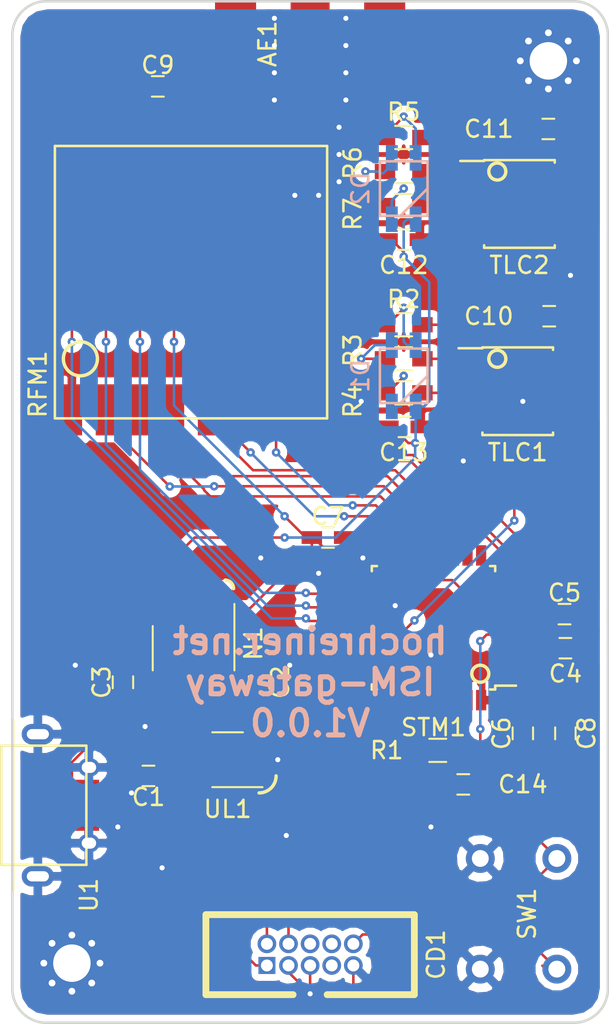
<source format=kicad_pcb>
(kicad_pcb (version 4) (host pcbnew 4.0.7)

  (general
    (links 154)
    (no_connects 0)
    (area 120.657143 59.325 174.342858 120.775)
    (thickness 1.6)
    (drawings 15)
    (tracks 369)
    (zones 0)
    (modules 67)
    (nets 38)
  )

  (page A4)
  (layers
    (0 F.Cu signal)
    (31 B.Cu signal)
    (32 B.Adhes user)
    (33 F.Adhes user)
    (34 B.Paste user)
    (35 F.Paste user)
    (36 B.SilkS user)
    (37 F.SilkS user)
    (38 B.Mask user)
    (39 F.Mask user)
    (40 Dwgs.User user)
    (41 Cmts.User user)
    (42 Eco1.User user)
    (43 Eco2.User user)
    (44 Edge.Cuts user)
    (45 Margin user)
    (46 B.CrtYd user)
    (47 F.CrtYd user)
    (48 B.Fab user hide)
    (49 F.Fab user hide)
  )

  (setup
    (last_trace_width 0.15)
    (trace_clearance 0.1)
    (zone_clearance 0.4)
    (zone_45_only no)
    (trace_min 0.1)
    (segment_width 0.2)
    (edge_width 0.15)
    (via_size 0.5)
    (via_drill 0.2)
    (via_min_size 0.45)
    (via_min_drill 0.2)
    (uvia_size 0.3)
    (uvia_drill 0.1)
    (uvias_allowed no)
    (uvia_min_size 0.2)
    (uvia_min_drill 0.1)
    (pcb_text_width 0.3)
    (pcb_text_size 1.5 1.5)
    (mod_edge_width 0.15)
    (mod_text_size 1 1)
    (mod_text_width 0.15)
    (pad_size 0.6 0.6)
    (pad_drill 0.4)
    (pad_to_mask_clearance 0.2)
    (aux_axis_origin 0 0)
    (visible_elements FFFFFF7F)
    (pcbplotparams
      (layerselection 0x00030_80000001)
      (usegerberextensions false)
      (excludeedgelayer true)
      (linewidth 0.100000)
      (plotframeref false)
      (viasonmask false)
      (mode 1)
      (useauxorigin false)
      (hpglpennumber 1)
      (hpglpenspeed 20)
      (hpglpendiameter 15)
      (hpglpenoverlay 2)
      (psnegative false)
      (psa4output false)
      (plotreference true)
      (plotvalue true)
      (plotinvisibletext false)
      (padsonsilk false)
      (subtractmaskfromsilk false)
      (outputformat 1)
      (mirror false)
      (drillshape 1)
      (scaleselection 1)
      (outputdirectory ""))
  )

  (net 0 "")
  (net 1 GND)
  (net 2 "Net-(AE1-Pad1)")
  (net 3 /3V3)
  (net 4 /SWDIO)
  (net 5 /SWCLK)
  (net 6 /SWD_NRST)
  (net 7 /SPI_MISO)
  (net 8 /SPI_MOSI)
  (net 9 /SPI_SCK)
  (net 10 /SPI_NSS)
  (net 11 "Net-(U1-Pad3)")
  (net 12 "Net-(U1-Pad2)")
  (net 13 /RFM_RESET)
  (net 14 /RFM_IO5)
  (net 15 /RFM_IO3)
  (net 16 /RFM_IO4)
  (net 17 /RFM_IO0)
  (net 18 /RFM_IO1)
  (net 19 /RFM_IO2)
  (net 20 /VBUS)
  (net 21 "Net-(D1-Pad2)")
  (net 22 "Net-(D1-Pad3)")
  (net 23 "Net-(D1-Pad4)")
  (net 24 "Net-(D2-Pad2)")
  (net 25 "Net-(D2-Pad3)")
  (net 26 "Net-(D2-Pad4)")
  (net 27 /LED_SDI)
  (net 28 "Net-(R2-Pad1)")
  (net 29 "Net-(R3-Pad1)")
  (net 30 "Net-(R4-Pad1)")
  (net 31 "Net-(TLC1-Pad5)")
  (net 32 "Net-(R5-Pad1)")
  (net 33 "Net-(R6-Pad1)")
  (net 34 "Net-(R7-Pad1)")
  (net 35 /USB_D-)
  (net 36 /USB_D+)
  (net 37 "Net-(R1-Pad1)")

  (net_class Default "This is the default net class."
    (clearance 0.1)
    (trace_width 0.15)
    (via_dia 0.5)
    (via_drill 0.2)
    (uvia_dia 0.3)
    (uvia_drill 0.1)
    (add_net /3V3)
    (add_net /LED_SDI)
    (add_net /RFM_IO0)
    (add_net /RFM_IO1)
    (add_net /RFM_IO2)
    (add_net /RFM_IO3)
    (add_net /RFM_IO4)
    (add_net /RFM_IO5)
    (add_net /RFM_RESET)
    (add_net /SPI_MISO)
    (add_net /SPI_MOSI)
    (add_net /SPI_NSS)
    (add_net /SPI_SCK)
    (add_net /SWCLK)
    (add_net /SWDIO)
    (add_net /SWD_NRST)
    (add_net /USB_D+)
    (add_net /USB_D-)
    (add_net /VBUS)
    (add_net GND)
    (add_net "Net-(D1-Pad2)")
    (add_net "Net-(D1-Pad3)")
    (add_net "Net-(D1-Pad4)")
    (add_net "Net-(D2-Pad2)")
    (add_net "Net-(D2-Pad3)")
    (add_net "Net-(D2-Pad4)")
    (add_net "Net-(R1-Pad1)")
    (add_net "Net-(R2-Pad1)")
    (add_net "Net-(R3-Pad1)")
    (add_net "Net-(R4-Pad1)")
    (add_net "Net-(R5-Pad1)")
    (add_net "Net-(R6-Pad1)")
    (add_net "Net-(R7-Pad1)")
    (add_net "Net-(TLC1-Pad5)")
    (add_net "Net-(U1-Pad2)")
    (add_net "Net-(U1-Pad3)")
  )

  (net_class ANT ""
    (clearance 0.2)
    (trace_width 1.2)
    (via_dia 0.5)
    (via_drill 0.2)
    (uvia_dia 0.3)
    (uvia_drill 0.1)
    (add_net "Net-(AE1-Pad1)")
  )

  (module switch (layer F.Cu) (tedit 5A95BDC8) (tstamp 5A967C44)
    (at 159.75 113.6 90)
    (path /5A9309DD)
    (fp_text reference SW1 (at 0 0.5 90) (layer F.SilkS)
      (effects (font (size 1 1) (thickness 0.15)))
    )
    (fp_text value SW_Push (at 0 -0.5 90) (layer F.Fab)
      (effects (font (size 1 1) (thickness 0.15)))
    )
    (pad 1 thru_hole circle (at -3.25 -2.25 90) (size 1.7 1.7) (drill 0.99) (layers *.Cu *.Mask)
      (net 1 GND))
    (pad 2 thru_hole circle (at -3.25 2.25 90) (size 1.7 1.7) (drill 0.99) (layers *.Cu *.Mask)
      (net 6 /SWD_NRST))
    (pad 1 thru_hole circle (at 3.25 -2.25 90) (size 1.7 1.7) (drill 0.99) (layers *.Cu *.Mask)
      (net 1 GND))
    (pad 2 thru_hole circle (at 3.25 2.25 90) (size 1.7 1.7) (drill 0.99) (layers *.Cu *.Mask)
      (net 6 /SWD_NRST))
    (model Buttons_Switches_THT.3dshapes/SW_PUSH_6mm.wrl
      (at (xyz -0.12 0.08699999999999999 0))
      (scale (xyz 0.39 0.39 0.39))
      (rotate (xyz 0 0 0))
    )
  )

  (module CORTEX-DEBUG (layer F.Cu) (tedit 59CBF789) (tstamp 5A967BDA)
    (at 147.5 116 90)
    (path /5A92FD34)
    (fp_text reference CD1 (at 0 7.4 90) (layer F.SilkS)
      (effects (font (size 1 1) (thickness 0.15)))
    )
    (fp_text value CORTEX-DEBUG (at 0 0 180) (layer F.Fab)
      (effects (font (size 1 1) (thickness 0.15)))
    )
    (fp_line (start -2.35 -6.125) (end 2.35 -6.125) (layer F.SilkS) (width 0.4))
    (fp_line (start -2.35 6.125) (end 2.35 6.125) (layer F.SilkS) (width 0.4))
    (fp_line (start -2.35 -6.125) (end -2.35 -1) (layer F.SilkS) (width 0.4))
    (fp_line (start 2.35 -6.125) (end 2.35 6.125) (layer F.SilkS) (width 0.4))
    (fp_line (start -2.35 1) (end -2.35 6.125) (layer F.SilkS) (width 0.4))
    (pad 1 thru_hole rect (at -0.635 -2.54 90) (size 1 1) (drill 0.7) (layers *.Cu *.Mask)
      (net 3 /3V3))
    (pad 2 thru_hole circle (at 0.635 -2.54 90) (size 1.1 1.1) (drill 0.7) (layers *.Cu *.Mask)
      (net 4 /SWDIO))
    (pad 3 thru_hole circle (at -0.635 -1.27 90) (size 1.1 1.1) (drill 0.7) (layers *.Cu *.Mask)
      (net 1 GND))
    (pad 4 thru_hole circle (at 0.635 -1.27 90) (size 1.1 1.1) (drill 0.7) (layers *.Cu *.Mask)
      (net 5 /SWCLK))
    (pad 5 thru_hole circle (at -0.635 0 90) (size 1.1 1.1) (drill 0.7) (layers *.Cu *.Mask)
      (net 1 GND))
    (pad 6 thru_hole circle (at 0.635 0 90) (size 1.1 1.1) (drill 0.7) (layers *.Cu *.Mask))
    (pad 7 thru_hole circle (at -0.635 1.27 90) (size 1.1 1.1) (drill 0.7) (layers *.Cu *.Mask))
    (pad 8 thru_hole circle (at 0.635 1.27 90) (size 1.1 1.1) (drill 0.7) (layers *.Cu *.Mask))
    (pad 9 thru_hole circle (at -0.635 2.54 90) (size 1.1 1.1) (drill 0.7) (layers *.Cu *.Mask)
      (net 1 GND))
    (pad 10 thru_hole circle (at 0.635 2.54 90) (size 1.1 1.1) (drill 0.7) (layers *.Cu *.Mask)
      (net 6 /SWD_NRST))
    (model /home/hannes/Repository/ismGateway/kicad/models/3220-10-0100.wrl
      (at (xyz 0 0 0))
      (scale (xyz 0.4 0.4 0.4))
      (rotate (xyz -90 0 90))
    )
  )

  (module MOLEX-0732511150 (layer F.Cu) (tedit 59B19D72) (tstamp 5A967B91)
    (at 147.5 62.5 270)
    (path /5A92FB72)
    (fp_text reference AE1 (at 0 2.5 270) (layer F.SilkS)
      (effects (font (size 1 1) (thickness 0.15)))
    )
    (fp_text value Antenna_Shield (at 11 0 270) (layer F.Fab)
      (effects (font (size 1 1) (thickness 0.15)))
    )
    (pad 2 smd rect (at 0 -4.3825 270) (size 5.08 2.415) (layers F.Cu F.Paste F.Mask)
      (net 1 GND))
    (pad 2 smd rect (at 0 4.3825 270) (size 5.08 2.415) (layers F.Cu F.Paste F.Mask)
      (net 1 GND))
    (pad 1 smd rect (at 0 0 270) (size 5.08 2.29) (layers F.Cu F.Paste F.Mask)
      (net 2 "Net-(AE1-Pad1)"))
    (model /home/hannes/Repository/ismGateway/kicad/models/73251-1150.wrl
      (at (xyz -0.48 0 0.02))
      (scale (xyz 0.4 0.4 0.4))
      (rotate (xyz 0 0 0))
    )
  )

  (module Mounting_Holes:MountingHole_2.2mm_M2_Pad_Via (layer F.Cu) (tedit 5A983400) (tstamp 5A98398F)
    (at 133.5 116.5)
    (descr "Mounting Hole 2.2mm, M2")
    (tags "mounting hole 2.2mm m2")
    (fp_text reference REF** (at 0 -3.2) (layer F.SilkS) hide
      (effects (font (size 1 1) (thickness 0.15)))
    )
    (fp_text value MountingHole_2.2mm_M2_Pad_Via (at 0 3.2) (layer F.Fab)
      (effects (font (size 1 1) (thickness 0.15)))
    )
    (fp_circle (center 0 0) (end 2.2 0) (layer Cmts.User) (width 0.15))
    (fp_circle (center 0 0) (end 2.45 0) (layer F.CrtYd) (width 0.05))
    (pad 1 thru_hole circle (at 0 0) (size 4.4 4.4) (drill 2.2) (layers *.Cu *.Mask)
      (net 1 GND) (zone_connect 2))
    (pad "" thru_hole circle (at 1.65 0) (size 0.6 0.6) (drill 0.4) (layers *.Cu *.Mask)
      (net 1 GND) (zone_connect 2))
    (pad "" thru_hole circle (at 1.166726 1.166726) (size 0.6 0.6) (drill 0.4) (layers *.Cu *.Mask)
      (net 1 GND) (zone_connect 2))
    (pad "" thru_hole circle (at 0 1.65) (size 0.6 0.6) (drill 0.4) (layers *.Cu *.Mask)
      (net 1 GND) (zone_connect 2))
    (pad "" thru_hole circle (at -1.166726 1.166726) (size 0.6 0.6) (drill 0.4) (layers *.Cu *.Mask)
      (net 1 GND) (zone_connect 2))
    (pad "" thru_hole circle (at -1.65 0) (size 0.6 0.6) (drill 0.4) (layers *.Cu *.Mask)
      (net 1 GND) (zone_connect 2))
    (pad "" thru_hole circle (at -1.166726 -1.166726) (size 0.6 0.6) (drill 0.4) (layers *.Cu *.Mask)
      (net 1 GND) (zone_connect 2))
    (pad "" thru_hole circle (at 0 -1.65) (size 0.6 0.6) (drill 0.4) (layers *.Cu *.Mask)
      (net 1 GND) (zone_connect 2))
    (pad "" thru_hole circle (at 1.166726 -1.166726) (size 0.6 0.6) (drill 0.4) (layers *.Cu *.Mask)
      (net 1 GND) (zone_connect 2))
  )

  (module ismGateway:STICH (layer F.Cu) (tedit 5A981FF2) (tstamp 5A982BCB)
    (at 145.6 104.55)
    (fp_text reference "" (at 0 0.5) (layer F.SilkS) hide
      (effects (font (size 1 1) (thickness 0.15)))
    )
    (fp_text value "" (at 0 -0.5) (layer F.Fab) hide
      (effects (font (size 1 1) (thickness 0.15)))
    )
    (pad 1 thru_hole circle (at 0 0) (size 0.6 0.6) (drill 0.3) (layers *.Cu)
      (net 1 GND) (zone_connect 2))
  )

  (module ismGateway:STICH (layer F.Cu) (tedit 5A981FF2) (tstamp 5A9826DE)
    (at 146.6 71.4)
    (fp_text reference "" (at 0 0.5) (layer F.SilkS) hide
      (effects (font (size 1 1) (thickness 0.15)))
    )
    (fp_text value "" (at 0 -0.5) (layer F.Fab) hide
      (effects (font (size 1 1) (thickness 0.15)))
    )
    (pad 1 thru_hole circle (at 0 0) (size 0.6 0.6) (drill 0.3) (layers *.Cu)
      (net 1 GND) (zone_connect 2))
  )

  (module ismGateway:STICH (layer F.Cu) (tedit 5A981FF2) (tstamp 5A9826D8)
    (at 148 71.4)
    (fp_text reference "" (at 0 0.5) (layer F.SilkS) hide
      (effects (font (size 1 1) (thickness 0.15)))
    )
    (fp_text value "" (at 0 -0.5) (layer F.Fab) hide
      (effects (font (size 1 1) (thickness 0.15)))
    )
    (pad 1 thru_hole circle (at 0 0) (size 0.6 0.6) (drill 0.3) (layers *.Cu)
      (net 1 GND) (zone_connect 2))
  )

  (module ismGateway:STICH (layer F.Cu) (tedit 5A981FF2) (tstamp 5A9826C9)
    (at 149.2 70.6)
    (fp_text reference "" (at 0 0.5) (layer F.SilkS) hide
      (effects (font (size 1 1) (thickness 0.15)))
    )
    (fp_text value "" (at 0 -0.5) (layer F.Fab) hide
      (effects (font (size 1 1) (thickness 0.15)))
    )
    (pad 1 thru_hole circle (at 0 0) (size 0.6 0.6) (drill 0.3) (layers *.Cu)
      (net 1 GND) (zone_connect 2))
  )

  (module ismGateway:STICH (layer F.Cu) (tedit 5A981FF2) (tstamp 5A9826BF)
    (at 149.2 69)
    (fp_text reference "" (at 0 0.5) (layer F.SilkS) hide
      (effects (font (size 1 1) (thickness 0.15)))
    )
    (fp_text value "" (at 0 -0.5) (layer F.Fab) hide
      (effects (font (size 1 1) (thickness 0.15)))
    )
    (pad 1 thru_hole circle (at 0 0) (size 0.6 0.6) (drill 0.3) (layers *.Cu)
      (net 1 GND) (zone_connect 2))
  )

  (module ismGateway:STICH (layer F.Cu) (tedit 5A981FF2) (tstamp 5A9826B5)
    (at 149.2 67.4)
    (fp_text reference "" (at 0 0.5) (layer F.SilkS) hide
      (effects (font (size 1 1) (thickness 0.15)))
    )
    (fp_text value "" (at 0 -0.5) (layer F.Fab) hide
      (effects (font (size 1 1) (thickness 0.15)))
    )
    (pad 1 thru_hole circle (at 0 0) (size 0.6 0.6) (drill 0.3) (layers *.Cu)
      (net 1 GND) (zone_connect 2))
  )

  (module ismGateway:STICH (layer F.Cu) (tedit 5A981FF2) (tstamp 5A9825F6)
    (at 145.4 64.2)
    (fp_text reference "" (at 0 0.5) (layer F.SilkS) hide
      (effects (font (size 1 1) (thickness 0.15)))
    )
    (fp_text value "" (at 0 -0.5) (layer F.Fab) hide
      (effects (font (size 1 1) (thickness 0.15)))
    )
    (pad 1 thru_hole circle (at 0 0) (size 0.6 0.6) (drill 0.3) (layers *.Cu)
      (net 1 GND) (zone_connect 2))
  )

  (module ismGateway:STICH (layer F.Cu) (tedit 5A981FF2) (tstamp 5A9825F1)
    (at 145.4 62.6)
    (fp_text reference "" (at 0 0.5) (layer F.SilkS) hide
      (effects (font (size 1 1) (thickness 0.15)))
    )
    (fp_text value "" (at 0 -0.5) (layer F.Fab) hide
      (effects (font (size 1 1) (thickness 0.15)))
    )
    (pad 1 thru_hole circle (at 0 0) (size 0.6 0.6) (drill 0.3) (layers *.Cu)
      (net 1 GND) (zone_connect 2))
  )

  (module ismGateway:STICH (layer F.Cu) (tedit 5A981FF2) (tstamp 5A9825E9)
    (at 145.4 61)
    (fp_text reference "" (at 0 0.5) (layer F.SilkS) hide
      (effects (font (size 1 1) (thickness 0.15)))
    )
    (fp_text value "" (at 0 -0.5) (layer F.Fab) hide
      (effects (font (size 1 1) (thickness 0.15)))
    )
    (pad 1 thru_hole circle (at 0 0) (size 0.6 0.6) (drill 0.3) (layers *.Cu)
      (net 1 GND) (zone_connect 2))
  )

  (module ismGateway:STICH (layer F.Cu) (tedit 5A981FF2) (tstamp 5A9825E5)
    (at 149.6 61)
    (fp_text reference "" (at 0 0.5) (layer F.SilkS) hide
      (effects (font (size 1 1) (thickness 0.15)))
    )
    (fp_text value "" (at 0 -0.5) (layer F.Fab) hide
      (effects (font (size 1 1) (thickness 0.15)))
    )
    (pad 1 thru_hole circle (at 0 0) (size 0.6 0.6) (drill 0.3) (layers *.Cu)
      (net 1 GND) (zone_connect 2))
  )

  (module ismGateway:STICH (layer F.Cu) (tedit 5A981FF2) (tstamp 5A9825DC)
    (at 149.6 62.6)
    (fp_text reference "" (at 0 0.5) (layer F.SilkS) hide
      (effects (font (size 1 1) (thickness 0.15)))
    )
    (fp_text value "" (at 0 -0.5) (layer F.Fab) hide
      (effects (font (size 1 1) (thickness 0.15)))
    )
    (pad 1 thru_hole circle (at 0 0) (size 0.6 0.6) (drill 0.3) (layers *.Cu)
      (net 1 GND) (zone_connect 2))
  )

  (module ismGateway:STICH (layer F.Cu) (tedit 5A981FF2) (tstamp 5A9825D8)
    (at 149.6 64.2)
    (fp_text reference "" (at 0 0.5) (layer F.SilkS) hide
      (effects (font (size 1 1) (thickness 0.15)))
    )
    (fp_text value "" (at 0 -0.5) (layer F.Fab) hide
      (effects (font (size 1 1) (thickness 0.15)))
    )
    (pad 1 thru_hole circle (at 0 0) (size 0.6 0.6) (drill 0.3) (layers *.Cu)
      (net 1 GND) (zone_connect 2))
  )

  (module ismGateway:STICH (layer F.Cu) (tedit 5A981FF2) (tstamp 5A9823CA)
    (at 147.5 118.3)
    (fp_text reference "" (at 0 0.5) (layer F.SilkS) hide
      (effects (font (size 1 1) (thickness 0.15)))
    )
    (fp_text value "" (at 0 -0.5) (layer F.Fab) hide
      (effects (font (size 1 1) (thickness 0.15)))
    )
    (pad 1 thru_hole circle (at 0 0) (size 0.6 0.6) (drill 0.3) (layers *.Cu)
      (net 1 GND) (zone_connect 2))
  )

  (module ismGateway:STICH (layer F.Cu) (tedit 5A981FF2) (tstamp 5A9822E5)
    (at 136.2 108.5)
    (fp_text reference "" (at 0 0.5) (layer F.SilkS) hide
      (effects (font (size 1 1) (thickness 0.15)))
    )
    (fp_text value "" (at 0 -0.5) (layer F.Fab) hide
      (effects (font (size 1 1) (thickness 0.15)))
    )
    (pad 1 thru_hole circle (at 0 0) (size 0.6 0.6) (drill 0.3) (layers *.Cu)
      (net 1 GND) (zone_connect 2))
  )

  (module ismGateway:STICH (layer F.Cu) (tedit 5A981FF2) (tstamp 5A9821E6)
    (at 148 93.6)
    (fp_text reference "" (at 0 0.5) (layer F.SilkS) hide
      (effects (font (size 1 1) (thickness 0.15)))
    )
    (fp_text value "" (at 0 -0.5) (layer F.Fab) hide
      (effects (font (size 1 1) (thickness 0.15)))
    )
    (pad 1 thru_hole circle (at 0 0) (size 0.6 0.6) (drill 0.3) (layers *.Cu)
      (net 1 GND) (zone_connect 2))
  )

  (module ismGateway:STICH (layer F.Cu) (tedit 5A981FF2) (tstamp 5A982179)
    (at 162.8 76.1)
    (fp_text reference "" (at 0 0.5) (layer F.SilkS) hide
      (effects (font (size 1 1) (thickness 0.15)))
    )
    (fp_text value "" (at 0 -0.5) (layer F.Fab) hide
      (effects (font (size 1 1) (thickness 0.15)))
    )
    (pad 1 thru_hole circle (at 0 0) (size 0.6 0.6) (drill 0.3) (layers *.Cu)
      (net 1 GND) (zone_connect 2))
  )

  (module ismGateway:STICH (layer F.Cu) (tedit 5A981FF2) (tstamp 5A98215F)
    (at 137 106.5)
    (fp_text reference "" (at 0 0.5) (layer F.SilkS) hide
      (effects (font (size 1 1) (thickness 0.15)))
    )
    (fp_text value "" (at 0 -0.5) (layer F.Fab) hide
      (effects (font (size 1 1) (thickness 0.15)))
    )
    (pad 1 thru_hole circle (at 0 0) (size 0.6 0.6) (drill 0.3) (layers *.Cu)
      (net 1 GND) (zone_connect 2))
  )

  (module ismGateway:STICH (layer F.Cu) (tedit 5A981FF2) (tstamp 5A98215B)
    (at 137.8 102.6)
    (fp_text reference "" (at 0 0.5) (layer F.SilkS) hide
      (effects (font (size 1 1) (thickness 0.15)))
    )
    (fp_text value "" (at 0 -0.5) (layer F.Fab) hide
      (effects (font (size 1 1) (thickness 0.15)))
    )
    (pad 1 thru_hole circle (at 0 0) (size 0.6 0.6) (drill 0.3) (layers *.Cu)
      (net 1 GND) (zone_connect 2))
  )

  (module ismGateway:STICH (layer F.Cu) (tedit 5A981FF2) (tstamp 5A9820BD)
    (at 144.6 92.7)
    (fp_text reference "" (at 0 0.5) (layer F.SilkS) hide
      (effects (font (size 1 1) (thickness 0.15)))
    )
    (fp_text value "" (at 0 -0.5) (layer F.Fab) hide
      (effects (font (size 1 1) (thickness 0.15)))
    )
    (pad 1 thru_hole circle (at 0 0) (size 0.6 0.6) (drill 0.3) (layers *.Cu)
      (net 1 GND) (zone_connect 2))
  )

  (module ismGateway:STICH (layer F.Cu) (tedit 5A981FF2) (tstamp 5A9820A0)
    (at 138.8 110.9)
    (fp_text reference "" (at 0 0.5) (layer F.SilkS) hide
      (effects (font (size 1 1) (thickness 0.15)))
    )
    (fp_text value "" (at 0 -0.5) (layer F.Fab) hide
      (effects (font (size 1 1) (thickness 0.15)))
    )
    (pad 1 thru_hole circle (at 0 0) (size 0.6 0.6) (drill 0.3) (layers *.Cu)
      (net 1 GND) (zone_connect 2))
  )

  (module ismGateway:STICH (layer F.Cu) (tedit 5A981FF2) (tstamp 5A982091)
    (at 154.6 108.5)
    (fp_text reference "" (at 0 0.5) (layer F.SilkS) hide
      (effects (font (size 1 1) (thickness 0.15)))
    )
    (fp_text value "" (at 0 -0.5) (layer F.Fab) hide
      (effects (font (size 1 1) (thickness 0.15)))
    )
    (pad 1 thru_hole circle (at 0 0) (size 0.6 0.6) (drill 0.3) (layers *.Cu)
      (net 1 GND) (zone_connect 2))
  )

  (module ismGateway:STICH (layer F.Cu) (tedit 5A981FF2) (tstamp 5A98208D)
    (at 146.1 109)
    (fp_text reference "" (at 0 0.5) (layer F.SilkS) hide
      (effects (font (size 1 1) (thickness 0.15)))
    )
    (fp_text value "" (at 0 -0.5) (layer F.Fab) hide
      (effects (font (size 1 1) (thickness 0.15)))
    )
    (pad 1 thru_hole circle (at 0 0) (size 0.6 0.6) (drill 0.3) (layers *.Cu)
      (net 1 GND) (zone_connect 2))
  )

  (module ismGateway:STICH (layer F.Cu) (tedit 5A981FF2) (tstamp 5A982085)
    (at 152.5 95.5)
    (fp_text reference "" (at 0 0.5) (layer F.SilkS) hide
      (effects (font (size 1 1) (thickness 0.15)))
    )
    (fp_text value "" (at 0 -0.5) (layer F.Fab) hide
      (effects (font (size 1 1) (thickness 0.15)))
    )
    (pad 1 thru_hole circle (at 0 0) (size 0.6 0.6) (drill 0.3) (layers *.Cu)
      (net 1 GND) (zone_connect 2))
  )

  (module ismGateway:STICH (layer F.Cu) (tedit 5A981FF2) (tstamp 5A98207F)
    (at 154.6 98.4)
    (fp_text reference "" (at 0 0.5) (layer F.SilkS) hide
      (effects (font (size 1 1) (thickness 0.15)))
    )
    (fp_text value "" (at 0 -0.5) (layer F.Fab) hide
      (effects (font (size 1 1) (thickness 0.15)))
    )
    (pad 1 thru_hole circle (at 0 0) (size 0.6 0.6) (drill 0.3) (layers *.Cu)
      (net 1 GND) (zone_connect 2))
  )

  (module ismGateway:STICH (layer F.Cu) (tedit 5A981FF2) (tstamp 5A982073)
    (at 133.7 99)
    (fp_text reference "" (at 0 0.5) (layer F.SilkS) hide
      (effects (font (size 1 1) (thickness 0.15)))
    )
    (fp_text value "" (at 0 -0.5) (layer F.Fab) hide
      (effects (font (size 1 1) (thickness 0.15)))
    )
    (pad 1 thru_hole circle (at 0 0) (size 0.6 0.6) (drill 0.3) (layers *.Cu)
      (net 1 GND) (zone_connect 2))
  )

  (module ismGateway:STICH (layer F.Cu) (tedit 5A981FF2) (tstamp 5A982062)
    (at 146.3 99)
    (fp_text reference "" (at 0 0.5) (layer F.SilkS) hide
      (effects (font (size 1 1) (thickness 0.15)))
    )
    (fp_text value "" (at 0 -0.5) (layer F.Fab) hide
      (effects (font (size 1 1) (thickness 0.15)))
    )
    (pad 1 thru_hole circle (at 0 0) (size 0.6 0.6) (drill 0.3) (layers *.Cu)
      (net 1 GND) (zone_connect 2))
  )

  (module ismGateway:STICH (layer F.Cu) (tedit 5A981FF2) (tstamp 5A982042)
    (at 150.6 92.7)
    (fp_text reference "" (at 0 0.5) (layer F.SilkS) hide
      (effects (font (size 1 1) (thickness 0.15)))
    )
    (fp_text value "" (at 0 -0.5) (layer F.Fab) hide
      (effects (font (size 1 1) (thickness 0.15)))
    )
    (pad 1 thru_hole circle (at 0 0) (size 0.6 0.6) (drill 0.3) (layers *.Cu)
      (net 1 GND) (zone_connect 2))
  )

  (module ismGateway:STICH (layer F.Cu) (tedit 5A981FF2) (tstamp 5A98203E)
    (at 160 83.5)
    (fp_text reference "" (at 0 0.5) (layer F.SilkS) hide
      (effects (font (size 1 1) (thickness 0.15)))
    )
    (fp_text value "" (at 0 -0.5) (layer F.Fab) hide
      (effects (font (size 1 1) (thickness 0.15)))
    )
    (pad 1 thru_hole circle (at 0 0) (size 0.6 0.6) (drill 0.3) (layers *.Cu)
      (net 1 GND) (zone_connect 2))
  )

  (module ismGateway:STICH (layer F.Cu) (tedit 5A981FF2) (tstamp 5A98203A)
    (at 156.5 87)
    (fp_text reference "" (at 0 0.5) (layer F.SilkS) hide
      (effects (font (size 1 1) (thickness 0.15)))
    )
    (fp_text value "" (at 0 -0.5) (layer F.Fab) hide
      (effects (font (size 1 1) (thickness 0.15)))
    )
    (pad 1 thru_hole circle (at 0 0) (size 0.6 0.6) (drill 0.3) (layers *.Cu)
      (net 1 GND) (zone_connect 2))
  )

  (module ismGateway:STICH (layer F.Cu) (tedit 5A981FF2) (tstamp 5A982036)
    (at 150.5 83.5)
    (fp_text reference "" (at 0 0.5) (layer F.SilkS) hide
      (effects (font (size 1 1) (thickness 0.15)))
    )
    (fp_text value "" (at 0 -0.5) (layer F.Fab) hide
      (effects (font (size 1 1) (thickness 0.15)))
    )
    (pad 1 thru_hole circle (at 0 0) (size 0.6 0.6) (drill 0.3) (layers *.Cu)
      (net 1 GND) (zone_connect 2))
  )

  (module ismGateway:STICH (layer F.Cu) (tedit 5A981FF2) (tstamp 5A982032)
    (at 145.4 65.8)
    (fp_text reference "" (at 0 0.5) (layer F.SilkS) hide
      (effects (font (size 1 1) (thickness 0.15)))
    )
    (fp_text value "" (at 0 -0.5) (layer F.Fab) hide
      (effects (font (size 1 1) (thickness 0.15)))
    )
    (pad 1 thru_hole circle (at 0 0) (size 0.6 0.6) (drill 0.3) (layers *.Cu)
      (net 1 GND) (zone_connect 2))
  )

  (module Capacitors_SMD:C_0603_HandSoldering (layer F.Cu) (tedit 58AA848B) (tstamp 5A967B97)
    (at 138 105.5 180)
    (descr "Capacitor SMD 0603, hand soldering")
    (tags "capacitor 0603")
    (path /5A93B819)
    (attr smd)
    (fp_text reference C1 (at 0 -1.25 180) (layer F.SilkS)
      (effects (font (size 1 1) (thickness 0.15)))
    )
    (fp_text value 0.1uF (at 0 1.5 180) (layer F.Fab)
      (effects (font (size 1 1) (thickness 0.15)))
    )
    (fp_text user %R (at 0 -1.25 180) (layer F.Fab)
      (effects (font (size 1 1) (thickness 0.15)))
    )
    (fp_line (start -0.8 0.4) (end -0.8 -0.4) (layer F.Fab) (width 0.1))
    (fp_line (start 0.8 0.4) (end -0.8 0.4) (layer F.Fab) (width 0.1))
    (fp_line (start 0.8 -0.4) (end 0.8 0.4) (layer F.Fab) (width 0.1))
    (fp_line (start -0.8 -0.4) (end 0.8 -0.4) (layer F.Fab) (width 0.1))
    (fp_line (start -0.35 -0.6) (end 0.35 -0.6) (layer F.SilkS) (width 0.12))
    (fp_line (start 0.35 0.6) (end -0.35 0.6) (layer F.SilkS) (width 0.12))
    (fp_line (start -1.8 -0.65) (end 1.8 -0.65) (layer F.CrtYd) (width 0.05))
    (fp_line (start -1.8 -0.65) (end -1.8 0.65) (layer F.CrtYd) (width 0.05))
    (fp_line (start 1.8 0.65) (end 1.8 -0.65) (layer F.CrtYd) (width 0.05))
    (fp_line (start 1.8 0.65) (end -1.8 0.65) (layer F.CrtYd) (width 0.05))
    (pad 1 smd rect (at -0.95 0 180) (size 1.2 0.75) (layers F.Cu F.Paste F.Mask)
      (net 20 /VBUS))
    (pad 2 smd rect (at 0.95 0 180) (size 1.2 0.75) (layers F.Cu F.Paste F.Mask)
      (net 1 GND))
    (model Capacitors_SMD.3dshapes/C_0603.wrl
      (at (xyz 0 0 0))
      (scale (xyz 1 1 1))
      (rotate (xyz 0 0 0))
    )
  )

  (module Capacitors_SMD:C_0603_HandSoldering (layer F.Cu) (tedit 58AA848B) (tstamp 5A967B9D)
    (at 144.5 100 270)
    (descr "Capacitor SMD 0603, hand soldering")
    (tags "capacitor 0603")
    (path /5A93AB60)
    (attr smd)
    (fp_text reference C2 (at 0 -1.25 270) (layer F.SilkS)
      (effects (font (size 1 1) (thickness 0.15)))
    )
    (fp_text value 1uF (at 0 1.5 270) (layer F.Fab)
      (effects (font (size 1 1) (thickness 0.15)))
    )
    (fp_text user %R (at 0 -1.25 270) (layer F.Fab)
      (effects (font (size 1 1) (thickness 0.15)))
    )
    (fp_line (start -0.8 0.4) (end -0.8 -0.4) (layer F.Fab) (width 0.1))
    (fp_line (start 0.8 0.4) (end -0.8 0.4) (layer F.Fab) (width 0.1))
    (fp_line (start 0.8 -0.4) (end 0.8 0.4) (layer F.Fab) (width 0.1))
    (fp_line (start -0.8 -0.4) (end 0.8 -0.4) (layer F.Fab) (width 0.1))
    (fp_line (start -0.35 -0.6) (end 0.35 -0.6) (layer F.SilkS) (width 0.12))
    (fp_line (start 0.35 0.6) (end -0.35 0.6) (layer F.SilkS) (width 0.12))
    (fp_line (start -1.8 -0.65) (end 1.8 -0.65) (layer F.CrtYd) (width 0.05))
    (fp_line (start -1.8 -0.65) (end -1.8 0.65) (layer F.CrtYd) (width 0.05))
    (fp_line (start 1.8 0.65) (end 1.8 -0.65) (layer F.CrtYd) (width 0.05))
    (fp_line (start 1.8 0.65) (end -1.8 0.65) (layer F.CrtYd) (width 0.05))
    (pad 1 smd rect (at -0.95 0 270) (size 1.2 0.75) (layers F.Cu F.Paste F.Mask)
      (net 1 GND))
    (pad 2 smd rect (at 0.95 0 270) (size 1.2 0.75) (layers F.Cu F.Paste F.Mask)
      (net 3 /3V3))
    (model Capacitors_SMD.3dshapes/C_0603.wrl
      (at (xyz 0 0 0))
      (scale (xyz 1 1 1))
      (rotate (xyz 0 0 0))
    )
  )

  (module Capacitors_SMD:C_0603_HandSoldering (layer F.Cu) (tedit 58AA848B) (tstamp 5A967BA3)
    (at 136.5 100 90)
    (descr "Capacitor SMD 0603, hand soldering")
    (tags "capacitor 0603")
    (path /5A93AB17)
    (attr smd)
    (fp_text reference C3 (at 0 -1.25 90) (layer F.SilkS)
      (effects (font (size 1 1) (thickness 0.15)))
    )
    (fp_text value 1uF (at 0 1.5 90) (layer F.Fab)
      (effects (font (size 1 1) (thickness 0.15)))
    )
    (fp_text user %R (at 0 -1.25 90) (layer F.Fab)
      (effects (font (size 1 1) (thickness 0.15)))
    )
    (fp_line (start -0.8 0.4) (end -0.8 -0.4) (layer F.Fab) (width 0.1))
    (fp_line (start 0.8 0.4) (end -0.8 0.4) (layer F.Fab) (width 0.1))
    (fp_line (start 0.8 -0.4) (end 0.8 0.4) (layer F.Fab) (width 0.1))
    (fp_line (start -0.8 -0.4) (end 0.8 -0.4) (layer F.Fab) (width 0.1))
    (fp_line (start -0.35 -0.6) (end 0.35 -0.6) (layer F.SilkS) (width 0.12))
    (fp_line (start 0.35 0.6) (end -0.35 0.6) (layer F.SilkS) (width 0.12))
    (fp_line (start -1.8 -0.65) (end 1.8 -0.65) (layer F.CrtYd) (width 0.05))
    (fp_line (start -1.8 -0.65) (end -1.8 0.65) (layer F.CrtYd) (width 0.05))
    (fp_line (start 1.8 0.65) (end 1.8 -0.65) (layer F.CrtYd) (width 0.05))
    (fp_line (start 1.8 0.65) (end -1.8 0.65) (layer F.CrtYd) (width 0.05))
    (pad 1 smd rect (at -0.95 0 90) (size 1.2 0.75) (layers F.Cu F.Paste F.Mask)
      (net 20 /VBUS))
    (pad 2 smd rect (at 0.95 0 90) (size 1.2 0.75) (layers F.Cu F.Paste F.Mask)
      (net 1 GND))
    (model Capacitors_SMD.3dshapes/C_0603.wrl
      (at (xyz 0 0 0))
      (scale (xyz 1 1 1))
      (rotate (xyz 0 0 0))
    )
  )

  (module Capacitors_SMD:C_0603_HandSoldering (layer F.Cu) (tedit 58AA848B) (tstamp 5A967BA9)
    (at 162.5 98)
    (descr "Capacitor SMD 0603, hand soldering")
    (tags "capacitor 0603")
    (path /5A930354)
    (attr smd)
    (fp_text reference C4 (at 0 1.5) (layer F.SilkS)
      (effects (font (size 1 1) (thickness 0.15)))
    )
    (fp_text value 1uF (at 0 1.5) (layer F.Fab)
      (effects (font (size 1 1) (thickness 0.15)))
    )
    (fp_text user %R (at 0 -1.25) (layer F.Fab)
      (effects (font (size 1 1) (thickness 0.15)))
    )
    (fp_line (start -0.8 0.4) (end -0.8 -0.4) (layer F.Fab) (width 0.1))
    (fp_line (start 0.8 0.4) (end -0.8 0.4) (layer F.Fab) (width 0.1))
    (fp_line (start 0.8 -0.4) (end 0.8 0.4) (layer F.Fab) (width 0.1))
    (fp_line (start -0.8 -0.4) (end 0.8 -0.4) (layer F.Fab) (width 0.1))
    (fp_line (start -0.35 -0.6) (end 0.35 -0.6) (layer F.SilkS) (width 0.12))
    (fp_line (start 0.35 0.6) (end -0.35 0.6) (layer F.SilkS) (width 0.12))
    (fp_line (start -1.8 -0.65) (end 1.8 -0.65) (layer F.CrtYd) (width 0.05))
    (fp_line (start -1.8 -0.65) (end -1.8 0.65) (layer F.CrtYd) (width 0.05))
    (fp_line (start 1.8 0.65) (end 1.8 -0.65) (layer F.CrtYd) (width 0.05))
    (fp_line (start 1.8 0.65) (end -1.8 0.65) (layer F.CrtYd) (width 0.05))
    (pad 1 smd rect (at -0.95 0) (size 1.2 0.75) (layers F.Cu F.Paste F.Mask)
      (net 3 /3V3))
    (pad 2 smd rect (at 0.95 0) (size 1.2 0.75) (layers F.Cu F.Paste F.Mask)
      (net 1 GND))
    (model Capacitors_SMD.3dshapes/C_0603.wrl
      (at (xyz 0 0 0))
      (scale (xyz 1 1 1))
      (rotate (xyz 0 0 0))
    )
  )

  (module Capacitors_SMD:C_0603_HandSoldering (layer F.Cu) (tedit 58AA848B) (tstamp 5A967BAF)
    (at 162.45 96)
    (descr "Capacitor SMD 0603, hand soldering")
    (tags "capacitor 0603")
    (path /5A93031D)
    (attr smd)
    (fp_text reference C5 (at 0 -1.25) (layer F.SilkS)
      (effects (font (size 1 1) (thickness 0.15)))
    )
    (fp_text value 0.1uF (at 0 1.5) (layer F.Fab)
      (effects (font (size 1 1) (thickness 0.15)))
    )
    (fp_text user %R (at 0 -1.25) (layer F.Fab)
      (effects (font (size 1 1) (thickness 0.15)))
    )
    (fp_line (start -0.8 0.4) (end -0.8 -0.4) (layer F.Fab) (width 0.1))
    (fp_line (start 0.8 0.4) (end -0.8 0.4) (layer F.Fab) (width 0.1))
    (fp_line (start 0.8 -0.4) (end 0.8 0.4) (layer F.Fab) (width 0.1))
    (fp_line (start -0.8 -0.4) (end 0.8 -0.4) (layer F.Fab) (width 0.1))
    (fp_line (start -0.35 -0.6) (end 0.35 -0.6) (layer F.SilkS) (width 0.12))
    (fp_line (start 0.35 0.6) (end -0.35 0.6) (layer F.SilkS) (width 0.12))
    (fp_line (start -1.8 -0.65) (end 1.8 -0.65) (layer F.CrtYd) (width 0.05))
    (fp_line (start -1.8 -0.65) (end -1.8 0.65) (layer F.CrtYd) (width 0.05))
    (fp_line (start 1.8 0.65) (end 1.8 -0.65) (layer F.CrtYd) (width 0.05))
    (fp_line (start 1.8 0.65) (end -1.8 0.65) (layer F.CrtYd) (width 0.05))
    (pad 1 smd rect (at -0.95 0) (size 1.2 0.75) (layers F.Cu F.Paste F.Mask)
      (net 3 /3V3))
    (pad 2 smd rect (at 0.95 0) (size 1.2 0.75) (layers F.Cu F.Paste F.Mask)
      (net 1 GND))
    (model Capacitors_SMD.3dshapes/C_0603.wrl
      (at (xyz 0 0 0))
      (scale (xyz 1 1 1))
      (rotate (xyz 0 0 0))
    )
  )

  (module Capacitors_SMD:C_0603_HandSoldering (layer F.Cu) (tedit 58AA848B) (tstamp 5A967BB5)
    (at 160 103 90)
    (descr "Capacitor SMD 0603, hand soldering")
    (tags "capacitor 0603")
    (path /5A9301E0)
    (attr smd)
    (fp_text reference C6 (at 0 -1.25 90) (layer F.SilkS)
      (effects (font (size 1 1) (thickness 0.15)))
    )
    (fp_text value 0.1uF (at 0 1.5 90) (layer F.Fab)
      (effects (font (size 1 1) (thickness 0.15)))
    )
    (fp_text user %R (at 0 -1.25 90) (layer F.Fab)
      (effects (font (size 1 1) (thickness 0.15)))
    )
    (fp_line (start -0.8 0.4) (end -0.8 -0.4) (layer F.Fab) (width 0.1))
    (fp_line (start 0.8 0.4) (end -0.8 0.4) (layer F.Fab) (width 0.1))
    (fp_line (start 0.8 -0.4) (end 0.8 0.4) (layer F.Fab) (width 0.1))
    (fp_line (start -0.8 -0.4) (end 0.8 -0.4) (layer F.Fab) (width 0.1))
    (fp_line (start -0.35 -0.6) (end 0.35 -0.6) (layer F.SilkS) (width 0.12))
    (fp_line (start 0.35 0.6) (end -0.35 0.6) (layer F.SilkS) (width 0.12))
    (fp_line (start -1.8 -0.65) (end 1.8 -0.65) (layer F.CrtYd) (width 0.05))
    (fp_line (start -1.8 -0.65) (end -1.8 0.65) (layer F.CrtYd) (width 0.05))
    (fp_line (start 1.8 0.65) (end 1.8 -0.65) (layer F.CrtYd) (width 0.05))
    (fp_line (start 1.8 0.65) (end -1.8 0.65) (layer F.CrtYd) (width 0.05))
    (pad 1 smd rect (at -0.95 0 90) (size 1.2 0.75) (layers F.Cu F.Paste F.Mask)
      (net 1 GND))
    (pad 2 smd rect (at 0.95 0 90) (size 1.2 0.75) (layers F.Cu F.Paste F.Mask)
      (net 3 /3V3))
    (model Capacitors_SMD.3dshapes/C_0603.wrl
      (at (xyz 0 0 0))
      (scale (xyz 1 1 1))
      (rotate (xyz 0 0 0))
    )
  )

  (module Capacitors_SMD:C_0603_HandSoldering (layer F.Cu) (tedit 58AA848B) (tstamp 5A967BBB)
    (at 148.55 91.5)
    (descr "Capacitor SMD 0603, hand soldering")
    (tags "capacitor 0603")
    (path /5A93010C)
    (attr smd)
    (fp_text reference C7 (at 0 -1.25) (layer F.SilkS)
      (effects (font (size 1 1) (thickness 0.15)))
    )
    (fp_text value 0.1uF (at 0 1.5) (layer F.Fab)
      (effects (font (size 1 1) (thickness 0.15)))
    )
    (fp_text user %R (at 0 -1.25) (layer F.Fab)
      (effects (font (size 1 1) (thickness 0.15)))
    )
    (fp_line (start -0.8 0.4) (end -0.8 -0.4) (layer F.Fab) (width 0.1))
    (fp_line (start 0.8 0.4) (end -0.8 0.4) (layer F.Fab) (width 0.1))
    (fp_line (start 0.8 -0.4) (end 0.8 0.4) (layer F.Fab) (width 0.1))
    (fp_line (start -0.8 -0.4) (end 0.8 -0.4) (layer F.Fab) (width 0.1))
    (fp_line (start -0.35 -0.6) (end 0.35 -0.6) (layer F.SilkS) (width 0.12))
    (fp_line (start 0.35 0.6) (end -0.35 0.6) (layer F.SilkS) (width 0.12))
    (fp_line (start -1.8 -0.65) (end 1.8 -0.65) (layer F.CrtYd) (width 0.05))
    (fp_line (start -1.8 -0.65) (end -1.8 0.65) (layer F.CrtYd) (width 0.05))
    (fp_line (start 1.8 0.65) (end 1.8 -0.65) (layer F.CrtYd) (width 0.05))
    (fp_line (start 1.8 0.65) (end -1.8 0.65) (layer F.CrtYd) (width 0.05))
    (pad 1 smd rect (at -0.95 0) (size 1.2 0.75) (layers F.Cu F.Paste F.Mask)
      (net 3 /3V3))
    (pad 2 smd rect (at 0.95 0) (size 1.2 0.75) (layers F.Cu F.Paste F.Mask)
      (net 1 GND))
    (model Capacitors_SMD.3dshapes/C_0603.wrl
      (at (xyz 0 0 0))
      (scale (xyz 1 1 1))
      (rotate (xyz 0 0 0))
    )
  )

  (module Capacitors_SMD:C_0603_HandSoldering (layer F.Cu) (tedit 58AA848B) (tstamp 5A967BC1)
    (at 162.5 103 270)
    (descr "Capacitor SMD 0603, hand soldering")
    (tags "capacitor 0603")
    (path /5A9302E0)
    (attr smd)
    (fp_text reference C8 (at 0 -1.25 270) (layer F.SilkS)
      (effects (font (size 1 1) (thickness 0.15)))
    )
    (fp_text value 10uF (at 0 1.5 270) (layer F.Fab)
      (effects (font (size 1 1) (thickness 0.15)))
    )
    (fp_text user %R (at 0 -1.25 270) (layer F.Fab)
      (effects (font (size 1 1) (thickness 0.15)))
    )
    (fp_line (start -0.8 0.4) (end -0.8 -0.4) (layer F.Fab) (width 0.1))
    (fp_line (start 0.8 0.4) (end -0.8 0.4) (layer F.Fab) (width 0.1))
    (fp_line (start 0.8 -0.4) (end 0.8 0.4) (layer F.Fab) (width 0.1))
    (fp_line (start -0.8 -0.4) (end 0.8 -0.4) (layer F.Fab) (width 0.1))
    (fp_line (start -0.35 -0.6) (end 0.35 -0.6) (layer F.SilkS) (width 0.12))
    (fp_line (start 0.35 0.6) (end -0.35 0.6) (layer F.SilkS) (width 0.12))
    (fp_line (start -1.8 -0.65) (end 1.8 -0.65) (layer F.CrtYd) (width 0.05))
    (fp_line (start -1.8 -0.65) (end -1.8 0.65) (layer F.CrtYd) (width 0.05))
    (fp_line (start 1.8 0.65) (end 1.8 -0.65) (layer F.CrtYd) (width 0.05))
    (fp_line (start 1.8 0.65) (end -1.8 0.65) (layer F.CrtYd) (width 0.05))
    (pad 1 smd rect (at -0.95 0 270) (size 1.2 0.75) (layers F.Cu F.Paste F.Mask)
      (net 3 /3V3))
    (pad 2 smd rect (at 0.95 0 270) (size 1.2 0.75) (layers F.Cu F.Paste F.Mask)
      (net 1 GND))
    (model Capacitors_SMD.3dshapes/C_0603.wrl
      (at (xyz 0 0 0))
      (scale (xyz 1 1 1))
      (rotate (xyz 0 0 0))
    )
  )

  (module Capacitors_SMD:C_0603_HandSoldering (layer F.Cu) (tedit 58AA848B) (tstamp 5A967BC7)
    (at 138.55 65)
    (descr "Capacitor SMD 0603, hand soldering")
    (tags "capacitor 0603")
    (path /5A930041)
    (attr smd)
    (fp_text reference C9 (at 0 -1.25) (layer F.SilkS)
      (effects (font (size 1 1) (thickness 0.15)))
    )
    (fp_text value 0.1uF (at 0 1.5) (layer F.Fab)
      (effects (font (size 1 1) (thickness 0.15)))
    )
    (fp_text user %R (at 0 -1.25) (layer F.Fab)
      (effects (font (size 1 1) (thickness 0.15)))
    )
    (fp_line (start -0.8 0.4) (end -0.8 -0.4) (layer F.Fab) (width 0.1))
    (fp_line (start 0.8 0.4) (end -0.8 0.4) (layer F.Fab) (width 0.1))
    (fp_line (start 0.8 -0.4) (end 0.8 0.4) (layer F.Fab) (width 0.1))
    (fp_line (start -0.8 -0.4) (end 0.8 -0.4) (layer F.Fab) (width 0.1))
    (fp_line (start -0.35 -0.6) (end 0.35 -0.6) (layer F.SilkS) (width 0.12))
    (fp_line (start 0.35 0.6) (end -0.35 0.6) (layer F.SilkS) (width 0.12))
    (fp_line (start -1.8 -0.65) (end 1.8 -0.65) (layer F.CrtYd) (width 0.05))
    (fp_line (start -1.8 -0.65) (end -1.8 0.65) (layer F.CrtYd) (width 0.05))
    (fp_line (start 1.8 0.65) (end 1.8 -0.65) (layer F.CrtYd) (width 0.05))
    (fp_line (start 1.8 0.65) (end -1.8 0.65) (layer F.CrtYd) (width 0.05))
    (pad 1 smd rect (at -0.95 0) (size 1.2 0.75) (layers F.Cu F.Paste F.Mask)
      (net 1 GND))
    (pad 2 smd rect (at 0.95 0) (size 1.2 0.75) (layers F.Cu F.Paste F.Mask)
      (net 3 /3V3))
    (model Capacitors_SMD.3dshapes/C_0603.wrl
      (at (xyz 0 0 0))
      (scale (xyz 1 1 1))
      (rotate (xyz 0 0 0))
    )
  )

  (module TO_SOT_Packages_SMD:SOT89-5_Housing_Handsoldering (layer F.Cu) (tedit 58CE4E7F) (tstamp 5A967BE7)
    (at 140.65 98 270)
    (descr "SOT89-5, Housing,http://www.e-devices.ricoh.co.jp/en/products/product_power/pkg/sot-89-5.pdf")
    (tags "SOT89-5 Housing ")
    (path /5A92F9C6)
    (attr smd)
    (fp_text reference N1 (at -0.28 -3.52 270) (layer F.SilkS)
      (effects (font (size 1 1) (thickness 0.15)))
    )
    (fp_text value NCP4687-SOT-89 (at -0.28 3.33 270) (layer F.Fab)
      (effects (font (size 1 1) (thickness 0.15)))
    )
    (fp_text user %R (at 0 0 360) (layer F.Fab)
      (effects (font (size 0.6 0.6) (thickness 0.09)))
    )
    (fp_line (start -3.85 -2.55) (end 3.85 -2.55) (layer F.CrtYd) (width 0.05))
    (fp_line (start -3.85 2.55) (end 3.85 2.55) (layer F.CrtYd) (width 0.05))
    (fp_line (start 1.3 2.4) (end -1.3 2.4) (layer F.SilkS) (width 0.12))
    (fp_line (start -2.6 -2.4) (end 1.3 -2.4) (layer F.SilkS) (width 0.12))
    (fp_line (start -1.29 -1.51) (end -0.5 -2.3) (layer F.Fab) (width 0.1))
    (fp_line (start 1.31 -2.3) (end 1.31 2.3) (layer F.Fab) (width 0.1))
    (fp_line (start 1.31 2.3) (end -1.29 2.3) (layer F.Fab) (width 0.1))
    (fp_line (start -1.29 2.3) (end -1.29 -1.51) (layer F.Fab) (width 0.1))
    (fp_line (start -0.5 -2.3) (end 1.31 -2.3) (layer F.Fab) (width 0.1))
    (fp_line (start 3.85 -2.55) (end 3.85 2.55) (layer F.CrtYd) (width 0.05))
    (fp_line (start -3.85 2.55) (end -3.85 -2.55) (layer F.CrtYd) (width 0.05))
    (pad 2 smd trapezoid (at 0.78 0 180) (size 1.5 0.75) (rect_delta 0 0.5 ) (layers F.Cu F.Paste F.Mask)
      (net 1 GND))
    (pad 5 smd rect (at 2.35 -1.5 180) (size 0.7 2.5) (layers F.Cu F.Paste F.Mask)
      (net 3 /3V3))
    (pad 4 smd rect (at 2.35 1.5 180) (size 0.7 2.5) (layers F.Cu F.Paste F.Mask)
      (net 20 /VBUS))
    (pad 1 smd rect (at -2.35 -1.5 180) (size 0.7 2.5) (layers F.Cu F.Paste F.Mask)
      (net 3 /3V3))
    (pad 2 smd rect (at -2.35 0 180) (size 1 2.5) (layers F.Cu F.Paste F.Mask)
      (net 1 GND))
    (pad 3 smd rect (at -2.35 1.5 180) (size 0.7 2.5) (layers F.Cu F.Paste F.Mask)
      (net 20 /VBUS))
    (pad 2 smd rect (at 2.35 0 180) (size 1 2.5) (layers F.Cu F.Paste F.Mask)
      (net 1 GND))
    (pad 2 smd trapezoid (at -0.78 0) (size 1.5 0.75) (rect_delta 0 0.5 ) (layers F.Cu F.Paste F.Mask)
      (net 1 GND))
    (pad 2 smd rect (at 0 0 180) (size 2 0.8) (layers F.Cu F.Paste F.Mask)
      (net 1 GND))
    (model ${KISYS3DMOD}/TO_SOT_Packages_SMD.3dshapes\SOT89-5_Housing_Handsoldering.wrl
      (at (xyz 0 0 0))
      (scale (xyz 0.39 0.39 0.39))
      (rotate (xyz 0 0 90))
    )
  )

  (module Resistors_SMD:R_0603_HandSoldering (layer F.Cu) (tedit 58E0A804) (tstamp 5A967BED)
    (at 155 104 180)
    (descr "Resistor SMD 0603, hand soldering")
    (tags "resistor 0603")
    (path /5A93079B)
    (attr smd)
    (fp_text reference R1 (at 3 0 180) (layer F.SilkS)
      (effects (font (size 1 1) (thickness 0.15)))
    )
    (fp_text value 10k (at 0 1.55 180) (layer F.Fab)
      (effects (font (size 1 1) (thickness 0.15)))
    )
    (fp_text user %R (at 0 0 180) (layer F.Fab)
      (effects (font (size 0.4 0.4) (thickness 0.075)))
    )
    (fp_line (start -0.8 0.4) (end -0.8 -0.4) (layer F.Fab) (width 0.1))
    (fp_line (start 0.8 0.4) (end -0.8 0.4) (layer F.Fab) (width 0.1))
    (fp_line (start 0.8 -0.4) (end 0.8 0.4) (layer F.Fab) (width 0.1))
    (fp_line (start -0.8 -0.4) (end 0.8 -0.4) (layer F.Fab) (width 0.1))
    (fp_line (start 0.5 0.68) (end -0.5 0.68) (layer F.SilkS) (width 0.12))
    (fp_line (start -0.5 -0.68) (end 0.5 -0.68) (layer F.SilkS) (width 0.12))
    (fp_line (start -1.96 -0.7) (end 1.95 -0.7) (layer F.CrtYd) (width 0.05))
    (fp_line (start -1.96 -0.7) (end -1.96 0.7) (layer F.CrtYd) (width 0.05))
    (fp_line (start 1.95 0.7) (end 1.95 -0.7) (layer F.CrtYd) (width 0.05))
    (fp_line (start 1.95 0.7) (end -1.96 0.7) (layer F.CrtYd) (width 0.05))
    (pad 1 smd rect (at -1.1 0 180) (size 1.2 0.9) (layers F.Cu F.Paste F.Mask)
      (net 37 "Net-(R1-Pad1)"))
    (pad 2 smd rect (at 1.1 0 180) (size 1.2 0.9) (layers F.Cu F.Paste F.Mask)
      (net 1 GND))
    (model ${KISYS3DMOD}/Resistors_SMD.3dshapes/R_0603.wrl
      (at (xyz 0 0 0))
      (scale (xyz 1 1 1))
      (rotate (xyz 0 0 0))
    )
  )

  (module ismGateway:RFM98 (layer F.Cu) (tedit 59BEB5C5) (tstamp 5A967C05)
    (at 140.5 76.5 90)
    (path /5A92FA3D)
    (fp_text reference RFM1 (at -6 -9 90) (layer F.SilkS)
      (effects (font (size 1 1) (thickness 0.15)))
    )
    (fp_text value RFM98 (at 0 0 90) (layer F.Fab)
      (effects (font (size 1 1) (thickness 0.15)))
    )
    (fp_line (start -8 -8) (end 8 -8) (layer F.SilkS) (width 0.15))
    (fp_line (start 8 -8) (end 8 8) (layer F.SilkS) (width 0.15))
    (fp_line (start -8 -8) (end -8 8) (layer F.SilkS) (width 0.15))
    (fp_line (start 8 8) (end -8 8) (layer F.SilkS) (width 0.15))
    (pad 1 smd rect (at -7.5 -7 90) (size 3 1.2) (layers F.Cu F.Paste F.Mask)
      (net 1 GND))
    (pad 2 smd rect (at -7.5 -5 90) (size 3 1.2) (layers F.Cu F.Paste F.Mask)
      (net 7 /SPI_MISO))
    (pad 3 smd rect (at -7.5 -3 90) (size 3 1.2) (layers F.Cu F.Paste F.Mask)
      (net 8 /SPI_MOSI))
    (pad 4 smd rect (at -7.5 -1 90) (size 3 1.2) (layers F.Cu F.Paste F.Mask)
      (net 9 /SPI_SCK))
    (pad 5 smd rect (at -7.5 1 90) (size 3 1.2) (layers F.Cu F.Paste F.Mask)
      (net 10 /SPI_NSS))
    (pad 6 smd rect (at -7.5 3 90) (size 3 1.2) (layers F.Cu F.Paste F.Mask)
      (net 13 /RFM_RESET))
    (pad 7 smd rect (at -7.5 5 90) (size 3 1.2) (layers F.Cu F.Paste F.Mask)
      (net 14 /RFM_IO5))
    (pad 8 smd rect (at -7.5 7 90) (size 3 1.2) (layers F.Cu F.Paste F.Mask)
      (net 1 GND))
    (pad 9 smd rect (at 9 7 90) (size 3 1.2) (drill (offset -1.5 0)) (layers F.Cu F.Paste F.Mask)
      (net 2 "Net-(AE1-Pad1)"))
    (pad 10 smd rect (at 7.5 5 90) (size 3 1.2) (layers F.Cu F.Paste F.Mask)
      (net 1 GND))
    (pad 11 smd rect (at 7.5 3 90) (size 3 1.2) (layers F.Cu F.Paste F.Mask)
      (net 15 /RFM_IO3))
    (pad 12 smd rect (at 7.5 1 90) (size 3 1.2) (layers F.Cu F.Paste F.Mask)
      (net 16 /RFM_IO4))
    (pad 13 smd rect (at 7.5 -1 90) (size 3 1.2) (layers F.Cu F.Paste F.Mask)
      (net 3 /3V3))
    (pad 14 smd rect (at 7.5 -3 90) (size 3 1.2) (layers F.Cu F.Paste F.Mask)
      (net 17 /RFM_IO0))
    (pad 15 smd rect (at 7.5 -5 90) (size 3 1.2) (layers F.Cu F.Paste F.Mask)
      (net 18 /RFM_IO1))
    (pad 16 smd rect (at 7.5 -7 90) (size 3 1.2) (layers F.Cu F.Paste F.Mask)
      (net 19 /RFM_IO2))
  )

  (module Housings_QFP:LQFP-32_7x7mm_Pitch0.8mm (layer F.Cu) (tedit 54130A77) (tstamp 5A967C3C)
    (at 154.75 96.8 180)
    (descr "LQFP32: plastic low profile quad flat package; 32 leads; body 7 x 7 x 1.4 mm (see NXP sot358-1_po.pdf and sot358-1_fr.pdf)")
    (tags "QFP 0.8")
    (path /5A92F97D)
    (attr smd)
    (fp_text reference STM1 (at 0 -5.85 180) (layer F.SilkS)
      (effects (font (size 1 1) (thickness 0.15)))
    )
    (fp_text value STM32L062K8T6 (at 0 5.85 180) (layer F.Fab)
      (effects (font (size 1 1) (thickness 0.15)))
    )
    (fp_text user %R (at 0 0 180) (layer F.Fab)
      (effects (font (size 1 1) (thickness 0.15)))
    )
    (fp_line (start -2.5 -3.5) (end 3.5 -3.5) (layer F.Fab) (width 0.15))
    (fp_line (start 3.5 -3.5) (end 3.5 3.5) (layer F.Fab) (width 0.15))
    (fp_line (start 3.5 3.5) (end -3.5 3.5) (layer F.Fab) (width 0.15))
    (fp_line (start -3.5 3.5) (end -3.5 -2.5) (layer F.Fab) (width 0.15))
    (fp_line (start -3.5 -2.5) (end -2.5 -3.5) (layer F.Fab) (width 0.15))
    (fp_line (start -5.1 -5.1) (end -5.1 5.1) (layer F.CrtYd) (width 0.05))
    (fp_line (start 5.1 -5.1) (end 5.1 5.1) (layer F.CrtYd) (width 0.05))
    (fp_line (start -5.1 -5.1) (end 5.1 -5.1) (layer F.CrtYd) (width 0.05))
    (fp_line (start -5.1 5.1) (end 5.1 5.1) (layer F.CrtYd) (width 0.05))
    (fp_line (start -3.625 -3.625) (end -3.625 -3.4) (layer F.SilkS) (width 0.15))
    (fp_line (start 3.625 -3.625) (end 3.625 -3.325) (layer F.SilkS) (width 0.15))
    (fp_line (start 3.625 3.625) (end 3.625 3.325) (layer F.SilkS) (width 0.15))
    (fp_line (start -3.625 3.625) (end -3.625 3.325) (layer F.SilkS) (width 0.15))
    (fp_line (start -3.625 -3.625) (end -3.325 -3.625) (layer F.SilkS) (width 0.15))
    (fp_line (start -3.625 3.625) (end -3.325 3.625) (layer F.SilkS) (width 0.15))
    (fp_line (start 3.625 3.625) (end 3.325 3.625) (layer F.SilkS) (width 0.15))
    (fp_line (start 3.625 -3.625) (end 3.325 -3.625) (layer F.SilkS) (width 0.15))
    (fp_line (start -3.625 -3.4) (end -4.85 -3.4) (layer F.SilkS) (width 0.15))
    (pad 1 smd rect (at -4.25 -2.8 180) (size 1.2 0.6) (layers F.Cu F.Paste F.Mask)
      (net 3 /3V3))
    (pad 2 smd rect (at -4.25 -2 180) (size 1.2 0.6) (layers F.Cu F.Paste F.Mask))
    (pad 3 smd rect (at -4.25 -1.2 180) (size 1.2 0.6) (layers F.Cu F.Paste F.Mask))
    (pad 4 smd rect (at -4.25 -0.4 180) (size 1.2 0.6) (layers F.Cu F.Paste F.Mask)
      (net 6 /SWD_NRST))
    (pad 5 smd rect (at -4.25 0.4 180) (size 1.2 0.6) (layers F.Cu F.Paste F.Mask)
      (net 3 /3V3))
    (pad 6 smd rect (at -4.25 1.2 180) (size 1.2 0.6) (layers F.Cu F.Paste F.Mask))
    (pad 7 smd rect (at -4.25 2 180) (size 1.2 0.6) (layers F.Cu F.Paste F.Mask)
      (net 15 /RFM_IO3))
    (pad 8 smd rect (at -4.25 2.8 180) (size 1.2 0.6) (layers F.Cu F.Paste F.Mask)
      (net 16 /RFM_IO4))
    (pad 9 smd rect (at -2.8 4.25 270) (size 1.2 0.6) (layers F.Cu F.Paste F.Mask))
    (pad 10 smd rect (at -2 4.25 270) (size 1.2 0.6) (layers F.Cu F.Paste F.Mask)
      (net 10 /SPI_NSS))
    (pad 11 smd rect (at -1.2 4.25 270) (size 1.2 0.6) (layers F.Cu F.Paste F.Mask)
      (net 9 /SPI_SCK))
    (pad 12 smd rect (at -0.4 4.25 270) (size 1.2 0.6) (layers F.Cu F.Paste F.Mask)
      (net 7 /SPI_MISO))
    (pad 13 smd rect (at 0.4 4.25 270) (size 1.2 0.6) (layers F.Cu F.Paste F.Mask)
      (net 8 /SPI_MOSI))
    (pad 14 smd rect (at 1.2 4.25 270) (size 1.2 0.6) (layers F.Cu F.Paste F.Mask)
      (net 14 /RFM_IO5))
    (pad 15 smd rect (at 2 4.25 270) (size 1.2 0.6) (layers F.Cu F.Paste F.Mask)
      (net 13 /RFM_RESET))
    (pad 16 smd rect (at 2.8 4.25 270) (size 1.2 0.6) (layers F.Cu F.Paste F.Mask)
      (net 1 GND))
    (pad 17 smd rect (at 4.25 2.8 180) (size 1.2 0.6) (layers F.Cu F.Paste F.Mask)
      (net 3 /3V3))
    (pad 18 smd rect (at 4.25 2 180) (size 1.2 0.6) (layers F.Cu F.Paste F.Mask)
      (net 17 /RFM_IO0))
    (pad 19 smd rect (at 4.25 1.2 180) (size 1.2 0.6) (layers F.Cu F.Paste F.Mask)
      (net 18 /RFM_IO1))
    (pad 20 smd rect (at 4.25 0.4 180) (size 1.2 0.6) (layers F.Cu F.Paste F.Mask)
      (net 19 /RFM_IO2))
    (pad 21 smd rect (at 4.25 -0.4 180) (size 1.2 0.6) (layers F.Cu F.Paste F.Mask)
      (net 35 /USB_D-))
    (pad 22 smd rect (at 4.25 -1.2 180) (size 1.2 0.6) (layers F.Cu F.Paste F.Mask)
      (net 36 /USB_D+))
    (pad 23 smd rect (at 4.25 -2 180) (size 1.2 0.6) (layers F.Cu F.Paste F.Mask)
      (net 4 /SWDIO))
    (pad 24 smd rect (at 4.25 -2.8 180) (size 1.2 0.6) (layers F.Cu F.Paste F.Mask)
      (net 5 /SWCLK))
    (pad 25 smd rect (at 2.8 -4.25 270) (size 1.2 0.6) (layers F.Cu F.Paste F.Mask)
      (net 27 /LED_SDI))
    (pad 26 smd rect (at 2 -4.25 270) (size 1.2 0.6) (layers F.Cu F.Paste F.Mask))
    (pad 27 smd rect (at 1.2 -4.25 270) (size 1.2 0.6) (layers F.Cu F.Paste F.Mask))
    (pad 28 smd rect (at 0.4 -4.25 270) (size 1.2 0.6) (layers F.Cu F.Paste F.Mask))
    (pad 29 smd rect (at -0.4 -4.25 270) (size 1.2 0.6) (layers F.Cu F.Paste F.Mask))
    (pad 30 smd rect (at -1.2 -4.25 270) (size 1.2 0.6) (layers F.Cu F.Paste F.Mask))
    (pad 31 smd rect (at -2 -4.25 270) (size 1.2 0.6) (layers F.Cu F.Paste F.Mask)
      (net 37 "Net-(R1-Pad1)"))
    (pad 32 smd rect (at -2.8 -4.25 270) (size 1.2 0.6) (layers F.Cu F.Paste F.Mask)
      (net 1 GND))
    (model ${KISYS3DMOD}/Housings_QFP.3dshapes/LQFP-32_7x7mm_Pitch0.8mm.wrl
      (at (xyz 0 0 0))
      (scale (xyz 1 1 1))
      (rotate (xyz 0 0 0))
    )
  )

  (module TO_SOT_Packages_SMD:SOT-23-6_Handsoldering (layer F.Cu) (tedit 5A98282C) (tstamp 5A967C62)
    (at 142.65 104.55 180)
    (descr "6-pin SOT-23 package, Handsoldering")
    (tags "SOT-23-6 Handsoldering")
    (path /5A92FB0F)
    (attr smd)
    (fp_text reference UL1 (at 0 -2.9 180) (layer F.SilkS)
      (effects (font (size 1 1) (thickness 0.15)))
    )
    (fp_text value USBLC6-2 (at 0 2.9 180) (layer F.Fab)
      (effects (font (size 1 1) (thickness 0.15)))
    )
    (fp_text user %R (at 0 0 270) (layer F.Fab)
      (effects (font (size 0.5 0.5) (thickness 0.075)))
    )
    (fp_line (start -0.9 1.61) (end 0.9 1.61) (layer F.SilkS) (width 0.12))
    (fp_line (start 0.9 -1.61) (end -2.05 -1.61) (layer F.SilkS) (width 0.12))
    (fp_line (start -2.4 1.8) (end -2.4 -1.8) (layer F.CrtYd) (width 0.05))
    (fp_line (start 2.4 1.8) (end -2.4 1.8) (layer F.CrtYd) (width 0.05))
    (fp_line (start 2.4 -1.8) (end 2.4 1.8) (layer F.CrtYd) (width 0.05))
    (fp_line (start -2.4 -1.8) (end 2.4 -1.8) (layer F.CrtYd) (width 0.05))
    (fp_line (start -0.9 -0.9) (end -0.25 -1.55) (layer F.Fab) (width 0.1))
    (fp_line (start 0.9 -1.55) (end -0.25 -1.55) (layer F.Fab) (width 0.1))
    (fp_line (start -0.9 -0.9) (end -0.9 1.55) (layer F.Fab) (width 0.1))
    (fp_line (start 0.9 1.55) (end -0.9 1.55) (layer F.Fab) (width 0.1))
    (fp_line (start 0.9 -1.55) (end 0.9 1.55) (layer F.Fab) (width 0.1))
    (pad 1 smd rect (at -1.35 -0.95 180) (size 1.56 0.65) (layers F.Cu F.Paste F.Mask)
      (net 36 /USB_D+))
    (pad 2 smd rect (at -1.35 0 180) (size 1.56 0.65) (layers F.Cu F.Paste F.Mask)
      (net 1 GND))
    (pad 3 smd rect (at -1.35 0.95 180) (size 1.56 0.65) (layers F.Cu F.Paste F.Mask)
      (net 35 /USB_D-))
    (pad 4 smd rect (at 1.35 0.95 180) (size 1.56 0.65) (layers F.Cu F.Paste F.Mask)
      (net 12 "Net-(U1-Pad2)"))
    (pad 6 smd rect (at 1.35 -0.95 180) (size 1.56 0.65) (layers F.Cu F.Paste F.Mask)
      (net 11 "Net-(U1-Pad3)"))
    (pad 5 smd rect (at 1.35 0 180) (size 1.56 0.65) (layers F.Cu F.Paste F.Mask)
      (net 20 /VBUS))
    (model ${KISYS3DMOD}/TO_SOT_Packages_SMD.3dshapes/SOT-23-6.wrl
      (at (xyz 0 0 0))
      (scale (xyz 1 1 1))
      (rotate (xyz 0 0 0))
    )
  )

  (module Capacitors_SMD:C_0603_HandSoldering (layer F.Cu) (tedit 58AA848B) (tstamp 5A97A1E0)
    (at 161.55 78.5)
    (descr "Capacitor SMD 0603, hand soldering")
    (tags "capacitor 0603")
    (path /5A96F348)
    (attr smd)
    (fp_text reference C10 (at -3.55 0) (layer F.SilkS)
      (effects (font (size 1 1) (thickness 0.15)))
    )
    (fp_text value 0.1uF (at 0 1.5) (layer F.Fab)
      (effects (font (size 1 1) (thickness 0.15)))
    )
    (fp_text user %R (at 0 -1.25) (layer F.Fab)
      (effects (font (size 1 1) (thickness 0.15)))
    )
    (fp_line (start -0.8 0.4) (end -0.8 -0.4) (layer F.Fab) (width 0.1))
    (fp_line (start 0.8 0.4) (end -0.8 0.4) (layer F.Fab) (width 0.1))
    (fp_line (start 0.8 -0.4) (end 0.8 0.4) (layer F.Fab) (width 0.1))
    (fp_line (start -0.8 -0.4) (end 0.8 -0.4) (layer F.Fab) (width 0.1))
    (fp_line (start -0.35 -0.6) (end 0.35 -0.6) (layer F.SilkS) (width 0.12))
    (fp_line (start 0.35 0.6) (end -0.35 0.6) (layer F.SilkS) (width 0.12))
    (fp_line (start -1.8 -0.65) (end 1.8 -0.65) (layer F.CrtYd) (width 0.05))
    (fp_line (start -1.8 -0.65) (end -1.8 0.65) (layer F.CrtYd) (width 0.05))
    (fp_line (start 1.8 0.65) (end 1.8 -0.65) (layer F.CrtYd) (width 0.05))
    (fp_line (start 1.8 0.65) (end -1.8 0.65) (layer F.CrtYd) (width 0.05))
    (pad 1 smd rect (at -0.95 0) (size 1.2 0.75) (layers F.Cu F.Paste F.Mask)
      (net 1 GND))
    (pad 2 smd rect (at 0.95 0) (size 1.2 0.75) (layers F.Cu F.Paste F.Mask)
      (net 3 /3V3))
    (model Capacitors_SMD.3dshapes/C_0603.wrl
      (at (xyz 0 0 0))
      (scale (xyz 1 1 1))
      (rotate (xyz 0 0 0))
    )
  )

  (module Capacitors_SMD:C_0603_HandSoldering (layer F.Cu) (tedit 58AA848B) (tstamp 5A97A1F1)
    (at 161.5 67.5)
    (descr "Capacitor SMD 0603, hand soldering")
    (tags "capacitor 0603")
    (path /5A96FBB8)
    (attr smd)
    (fp_text reference C11 (at -3.5 0) (layer F.SilkS)
      (effects (font (size 1 1) (thickness 0.15)))
    )
    (fp_text value 0.1uF (at 0 1.5) (layer F.Fab)
      (effects (font (size 1 1) (thickness 0.15)))
    )
    (fp_text user %R (at 0 -1.25) (layer F.Fab)
      (effects (font (size 1 1) (thickness 0.15)))
    )
    (fp_line (start -0.8 0.4) (end -0.8 -0.4) (layer F.Fab) (width 0.1))
    (fp_line (start 0.8 0.4) (end -0.8 0.4) (layer F.Fab) (width 0.1))
    (fp_line (start 0.8 -0.4) (end 0.8 0.4) (layer F.Fab) (width 0.1))
    (fp_line (start -0.8 -0.4) (end 0.8 -0.4) (layer F.Fab) (width 0.1))
    (fp_line (start -0.35 -0.6) (end 0.35 -0.6) (layer F.SilkS) (width 0.12))
    (fp_line (start 0.35 0.6) (end -0.35 0.6) (layer F.SilkS) (width 0.12))
    (fp_line (start -1.8 -0.65) (end 1.8 -0.65) (layer F.CrtYd) (width 0.05))
    (fp_line (start -1.8 -0.65) (end -1.8 0.65) (layer F.CrtYd) (width 0.05))
    (fp_line (start 1.8 0.65) (end 1.8 -0.65) (layer F.CrtYd) (width 0.05))
    (fp_line (start 1.8 0.65) (end -1.8 0.65) (layer F.CrtYd) (width 0.05))
    (pad 1 smd rect (at -0.95 0) (size 1.2 0.75) (layers F.Cu F.Paste F.Mask)
      (net 1 GND))
    (pad 2 smd rect (at 0.95 0) (size 1.2 0.75) (layers F.Cu F.Paste F.Mask)
      (net 3 /3V3))
    (model Capacitors_SMD.3dshapes/C_0603.wrl
      (at (xyz 0 0 0))
      (scale (xyz 1 1 1))
      (rotate (xyz 0 0 0))
    )
  )

  (module Capacitors_SMD:C_0603_HandSoldering (layer F.Cu) (tedit 58AA848B) (tstamp 5A97A202)
    (at 153 74)
    (descr "Capacitor SMD 0603, hand soldering")
    (tags "capacitor 0603")
    (path /5A97A80E)
    (attr smd)
    (fp_text reference C12 (at 0 1.5) (layer F.SilkS)
      (effects (font (size 1 1) (thickness 0.15)))
    )
    (fp_text value 10uF (at 0 1.5) (layer F.Fab)
      (effects (font (size 1 1) (thickness 0.15)))
    )
    (fp_text user %R (at 0 -1.25) (layer F.Fab)
      (effects (font (size 1 1) (thickness 0.15)))
    )
    (fp_line (start -0.8 0.4) (end -0.8 -0.4) (layer F.Fab) (width 0.1))
    (fp_line (start 0.8 0.4) (end -0.8 0.4) (layer F.Fab) (width 0.1))
    (fp_line (start 0.8 -0.4) (end 0.8 0.4) (layer F.Fab) (width 0.1))
    (fp_line (start -0.8 -0.4) (end 0.8 -0.4) (layer F.Fab) (width 0.1))
    (fp_line (start -0.35 -0.6) (end 0.35 -0.6) (layer F.SilkS) (width 0.12))
    (fp_line (start 0.35 0.6) (end -0.35 0.6) (layer F.SilkS) (width 0.12))
    (fp_line (start -1.8 -0.65) (end 1.8 -0.65) (layer F.CrtYd) (width 0.05))
    (fp_line (start -1.8 -0.65) (end -1.8 0.65) (layer F.CrtYd) (width 0.05))
    (fp_line (start 1.8 0.65) (end 1.8 -0.65) (layer F.CrtYd) (width 0.05))
    (fp_line (start 1.8 0.65) (end -1.8 0.65) (layer F.CrtYd) (width 0.05))
    (pad 1 smd rect (at -0.95 0) (size 1.2 0.75) (layers F.Cu F.Paste F.Mask)
      (net 20 /VBUS))
    (pad 2 smd rect (at 0.95 0) (size 1.2 0.75) (layers F.Cu F.Paste F.Mask)
      (net 1 GND))
    (model Capacitors_SMD.3dshapes/C_0603.wrl
      (at (xyz 0 0 0))
      (scale (xyz 1 1 1))
      (rotate (xyz 0 0 0))
    )
  )

  (module Capacitors_SMD:C_0603_HandSoldering (layer F.Cu) (tedit 58AA848B) (tstamp 5A97A213)
    (at 153.05 85)
    (descr "Capacitor SMD 0603, hand soldering")
    (tags "capacitor 0603")
    (path /5A97AC67)
    (attr smd)
    (fp_text reference C13 (at -0.05 1.5) (layer F.SilkS)
      (effects (font (size 1 1) (thickness 0.15)))
    )
    (fp_text value 10uF (at 0 1.5) (layer F.Fab)
      (effects (font (size 1 1) (thickness 0.15)))
    )
    (fp_text user %R (at 0 -1.25) (layer F.Fab)
      (effects (font (size 1 1) (thickness 0.15)))
    )
    (fp_line (start -0.8 0.4) (end -0.8 -0.4) (layer F.Fab) (width 0.1))
    (fp_line (start 0.8 0.4) (end -0.8 0.4) (layer F.Fab) (width 0.1))
    (fp_line (start 0.8 -0.4) (end 0.8 0.4) (layer F.Fab) (width 0.1))
    (fp_line (start -0.8 -0.4) (end 0.8 -0.4) (layer F.Fab) (width 0.1))
    (fp_line (start -0.35 -0.6) (end 0.35 -0.6) (layer F.SilkS) (width 0.12))
    (fp_line (start 0.35 0.6) (end -0.35 0.6) (layer F.SilkS) (width 0.12))
    (fp_line (start -1.8 -0.65) (end 1.8 -0.65) (layer F.CrtYd) (width 0.05))
    (fp_line (start -1.8 -0.65) (end -1.8 0.65) (layer F.CrtYd) (width 0.05))
    (fp_line (start 1.8 0.65) (end 1.8 -0.65) (layer F.CrtYd) (width 0.05))
    (fp_line (start 1.8 0.65) (end -1.8 0.65) (layer F.CrtYd) (width 0.05))
    (pad 1 smd rect (at -0.95 0) (size 1.2 0.75) (layers F.Cu F.Paste F.Mask)
      (net 20 /VBUS))
    (pad 2 smd rect (at 0.95 0) (size 1.2 0.75) (layers F.Cu F.Paste F.Mask)
      (net 1 GND))
    (model Capacitors_SMD.3dshapes/C_0603.wrl
      (at (xyz 0 0 0))
      (scale (xyz 1 1 1))
      (rotate (xyz 0 0 0))
    )
  )

  (module ismGateway:CreePLCC4 (layer B.Cu) (tedit 5A96F4C7) (tstamp 5A97A220)
    (at 153 82 90)
    (path /5A973571)
    (fp_text reference D1 (at 0 -2.54 90) (layer B.SilkS)
      (effects (font (size 1 1) (thickness 0.15)) (justify mirror))
    )
    (fp_text value LED_ARGB (at 0 2.54 90) (layer B.Fab)
      (effects (font (size 1 1) (thickness 0.15)) (justify mirror))
    )
    (fp_line (start -1.6 -0.2) (end 0 1.4) (layer B.SilkS) (width 0.15))
    (fp_line (start -1.6 -1.4) (end 1.6 -1.4) (layer B.SilkS) (width 0.15))
    (fp_line (start -1.6 1.4) (end 1.6 1.4) (layer B.SilkS) (width 0.15))
    (fp_line (start -1.6 1.4) (end -1.6 -1.4) (layer B.SilkS) (width 0.15))
    (fp_line (start 1.6 1.4) (end 1.6 -1.4) (layer B.SilkS) (width 0.15))
    (pad 1 smd rect (at -1.8 0.7 90) (size 1.5 0.7) (layers B.Cu B.Paste B.Mask)
      (net 20 /VBUS))
    (pad 2 smd rect (at -1.8 -0.7 90) (size 1.5 0.7) (layers B.Cu B.Paste B.Mask)
      (net 21 "Net-(D1-Pad2)"))
    (pad 3 smd rect (at 1.8 -0.7 90) (size 1.5 0.7) (layers B.Cu B.Paste B.Mask)
      (net 22 "Net-(D1-Pad3)"))
    (pad 4 smd rect (at 1.8 0.7 90) (size 1.5 0.7) (layers B.Cu B.Paste B.Mask)
      (net 23 "Net-(D1-Pad4)"))
  )

  (module ismGateway:CreePLCC4 (layer B.Cu) (tedit 5A96F4C7) (tstamp 5A97A22D)
    (at 153 71 90)
    (path /5A973CE4)
    (fp_text reference D2 (at 0 -2.54 90) (layer B.SilkS)
      (effects (font (size 1 1) (thickness 0.15)) (justify mirror))
    )
    (fp_text value LED_ARGB (at 0 2.54 90) (layer B.Fab)
      (effects (font (size 1 1) (thickness 0.15)) (justify mirror))
    )
    (fp_line (start -1.6 -0.2) (end 0 1.4) (layer B.SilkS) (width 0.15))
    (fp_line (start -1.6 -1.4) (end 1.6 -1.4) (layer B.SilkS) (width 0.15))
    (fp_line (start -1.6 1.4) (end 1.6 1.4) (layer B.SilkS) (width 0.15))
    (fp_line (start -1.6 1.4) (end -1.6 -1.4) (layer B.SilkS) (width 0.15))
    (fp_line (start 1.6 1.4) (end 1.6 -1.4) (layer B.SilkS) (width 0.15))
    (pad 1 smd rect (at -1.8 0.7 90) (size 1.5 0.7) (layers B.Cu B.Paste B.Mask)
      (net 20 /VBUS))
    (pad 2 smd rect (at -1.8 -0.7 90) (size 1.5 0.7) (layers B.Cu B.Paste B.Mask)
      (net 24 "Net-(D2-Pad2)"))
    (pad 3 smd rect (at 1.8 -0.7 90) (size 1.5 0.7) (layers B.Cu B.Paste B.Mask)
      (net 25 "Net-(D2-Pad3)"))
    (pad 4 smd rect (at 1.8 0.7 90) (size 1.5 0.7) (layers B.Cu B.Paste B.Mask)
      (net 26 "Net-(D2-Pad4)"))
  )

  (module Housings_SOIC:SOIC-8_3.9x4.9mm_Pitch1.27mm (layer F.Cu) (tedit 58CD0CDA) (tstamp 5A97A24A)
    (at 159.7 82.905)
    (descr "8-Lead Plastic Small Outline (SN) - Narrow, 3.90 mm Body [SOIC] (see Microchip Packaging Specification 00000049BS.pdf)")
    (tags "SOIC 1.27")
    (path /5A96E922)
    (attr smd)
    (fp_text reference TLC1 (at 0 3.595) (layer F.SilkS)
      (effects (font (size 1 1) (thickness 0.15)))
    )
    (fp_text value TLC59731 (at 0 3.5) (layer F.Fab)
      (effects (font (size 1 1) (thickness 0.15)))
    )
    (fp_text user %R (at 0 0) (layer F.Fab)
      (effects (font (size 1 1) (thickness 0.15)))
    )
    (fp_line (start -0.95 -2.45) (end 1.95 -2.45) (layer F.Fab) (width 0.1))
    (fp_line (start 1.95 -2.45) (end 1.95 2.45) (layer F.Fab) (width 0.1))
    (fp_line (start 1.95 2.45) (end -1.95 2.45) (layer F.Fab) (width 0.1))
    (fp_line (start -1.95 2.45) (end -1.95 -1.45) (layer F.Fab) (width 0.1))
    (fp_line (start -1.95 -1.45) (end -0.95 -2.45) (layer F.Fab) (width 0.1))
    (fp_line (start -3.73 -2.7) (end -3.73 2.7) (layer F.CrtYd) (width 0.05))
    (fp_line (start 3.73 -2.7) (end 3.73 2.7) (layer F.CrtYd) (width 0.05))
    (fp_line (start -3.73 -2.7) (end 3.73 -2.7) (layer F.CrtYd) (width 0.05))
    (fp_line (start -3.73 2.7) (end 3.73 2.7) (layer F.CrtYd) (width 0.05))
    (fp_line (start -2.075 -2.575) (end -2.075 -2.525) (layer F.SilkS) (width 0.15))
    (fp_line (start 2.075 -2.575) (end 2.075 -2.43) (layer F.SilkS) (width 0.15))
    (fp_line (start 2.075 2.575) (end 2.075 2.43) (layer F.SilkS) (width 0.15))
    (fp_line (start -2.075 2.575) (end -2.075 2.43) (layer F.SilkS) (width 0.15))
    (fp_line (start -2.075 -2.575) (end 2.075 -2.575) (layer F.SilkS) (width 0.15))
    (fp_line (start -2.075 2.575) (end 2.075 2.575) (layer F.SilkS) (width 0.15))
    (fp_line (start -2.075 -2.525) (end -3.475 -2.525) (layer F.SilkS) (width 0.15))
    (pad 1 smd rect (at -2.7 -1.905) (size 1.55 0.6) (layers F.Cu F.Paste F.Mask)
      (net 28 "Net-(R2-Pad1)"))
    (pad 2 smd rect (at -2.7 -0.635) (size 1.55 0.6) (layers F.Cu F.Paste F.Mask)
      (net 29 "Net-(R3-Pad1)"))
    (pad 3 smd rect (at -2.7 0.635) (size 1.55 0.6) (layers F.Cu F.Paste F.Mask)
      (net 30 "Net-(R4-Pad1)"))
    (pad 4 smd rect (at -2.7 1.905) (size 1.55 0.6) (layers F.Cu F.Paste F.Mask)
      (net 1 GND))
    (pad 5 smd rect (at 2.7 1.905) (size 1.55 0.6) (layers F.Cu F.Paste F.Mask)
      (net 31 "Net-(TLC1-Pad5)"))
    (pad 6 smd rect (at 2.7 0.635) (size 1.55 0.6) (layers F.Cu F.Paste F.Mask)
      (net 27 /LED_SDI))
    (pad 7 smd rect (at 2.7 -0.635) (size 1.55 0.6) (layers F.Cu F.Paste F.Mask))
    (pad 8 smd rect (at 2.7 -1.905) (size 1.55 0.6) (layers F.Cu F.Paste F.Mask)
      (net 3 /3V3))
    (model ${KISYS3DMOD}/Housings_SOIC.3dshapes/SOIC-8_3.9x4.9mm_Pitch1.27mm.wrl
      (at (xyz 0 0 0))
      (scale (xyz 1 1 1))
      (rotate (xyz 0 0 0))
    )
  )

  (module Housings_SOIC:SOIC-8_3.9x4.9mm_Pitch1.27mm (layer F.Cu) (tedit 58CD0CDA) (tstamp 5A97A267)
    (at 159.8 71.905)
    (descr "8-Lead Plastic Small Outline (SN) - Narrow, 3.90 mm Body [SOIC] (see Microchip Packaging Specification 00000049BS.pdf)")
    (tags "SOIC 1.27")
    (path /5A96F789)
    (attr smd)
    (fp_text reference TLC2 (at 0 3.595) (layer F.SilkS)
      (effects (font (size 1 1) (thickness 0.15)))
    )
    (fp_text value TLC59731 (at 0 3.5) (layer F.Fab)
      (effects (font (size 1 1) (thickness 0.15)))
    )
    (fp_text user %R (at 0 0) (layer F.Fab)
      (effects (font (size 1 1) (thickness 0.15)))
    )
    (fp_line (start -0.95 -2.45) (end 1.95 -2.45) (layer F.Fab) (width 0.1))
    (fp_line (start 1.95 -2.45) (end 1.95 2.45) (layer F.Fab) (width 0.1))
    (fp_line (start 1.95 2.45) (end -1.95 2.45) (layer F.Fab) (width 0.1))
    (fp_line (start -1.95 2.45) (end -1.95 -1.45) (layer F.Fab) (width 0.1))
    (fp_line (start -1.95 -1.45) (end -0.95 -2.45) (layer F.Fab) (width 0.1))
    (fp_line (start -3.73 -2.7) (end -3.73 2.7) (layer F.CrtYd) (width 0.05))
    (fp_line (start 3.73 -2.7) (end 3.73 2.7) (layer F.CrtYd) (width 0.05))
    (fp_line (start -3.73 -2.7) (end 3.73 -2.7) (layer F.CrtYd) (width 0.05))
    (fp_line (start -3.73 2.7) (end 3.73 2.7) (layer F.CrtYd) (width 0.05))
    (fp_line (start -2.075 -2.575) (end -2.075 -2.525) (layer F.SilkS) (width 0.15))
    (fp_line (start 2.075 -2.575) (end 2.075 -2.43) (layer F.SilkS) (width 0.15))
    (fp_line (start 2.075 2.575) (end 2.075 2.43) (layer F.SilkS) (width 0.15))
    (fp_line (start -2.075 2.575) (end -2.075 2.43) (layer F.SilkS) (width 0.15))
    (fp_line (start -2.075 -2.575) (end 2.075 -2.575) (layer F.SilkS) (width 0.15))
    (fp_line (start -2.075 2.575) (end 2.075 2.575) (layer F.SilkS) (width 0.15))
    (fp_line (start -2.075 -2.525) (end -3.475 -2.525) (layer F.SilkS) (width 0.15))
    (pad 1 smd rect (at -2.7 -1.905) (size 1.55 0.6) (layers F.Cu F.Paste F.Mask)
      (net 32 "Net-(R5-Pad1)"))
    (pad 2 smd rect (at -2.7 -0.635) (size 1.55 0.6) (layers F.Cu F.Paste F.Mask)
      (net 33 "Net-(R6-Pad1)"))
    (pad 3 smd rect (at -2.7 0.635) (size 1.55 0.6) (layers F.Cu F.Paste F.Mask)
      (net 34 "Net-(R7-Pad1)"))
    (pad 4 smd rect (at -2.7 1.905) (size 1.55 0.6) (layers F.Cu F.Paste F.Mask)
      (net 1 GND))
    (pad 5 smd rect (at 2.7 1.905) (size 1.55 0.6) (layers F.Cu F.Paste F.Mask))
    (pad 6 smd rect (at 2.7 0.635) (size 1.55 0.6) (layers F.Cu F.Paste F.Mask)
      (net 31 "Net-(TLC1-Pad5)"))
    (pad 7 smd rect (at 2.7 -0.635) (size 1.55 0.6) (layers F.Cu F.Paste F.Mask))
    (pad 8 smd rect (at 2.7 -1.905) (size 1.55 0.6) (layers F.Cu F.Paste F.Mask)
      (net 3 /3V3))
    (model ${KISYS3DMOD}/Housings_SOIC.3dshapes/SOIC-8_3.9x4.9mm_Pitch1.27mm.wrl
      (at (xyz 0 0 0))
      (scale (xyz 1 1 1))
      (rotate (xyz 0 0 0))
    )
  )

  (module Resistors_SMD:R_0603_HandSoldering (layer F.Cu) (tedit 58E0A804) (tstamp 5A97BB93)
    (at 153 79 180)
    (descr "Resistor SMD 0603, hand soldering")
    (tags "resistor 0603")
    (path /5A96EC4A)
    (attr smd)
    (fp_text reference R2 (at 0 1.5 180) (layer F.SilkS)
      (effects (font (size 1 1) (thickness 0.15)))
    )
    (fp_text value 130 (at 0 1.55 180) (layer F.Fab)
      (effects (font (size 1 1) (thickness 0.15)))
    )
    (fp_text user %R (at 0 0 180) (layer F.Fab)
      (effects (font (size 0.4 0.4) (thickness 0.075)))
    )
    (fp_line (start -0.8 0.4) (end -0.8 -0.4) (layer F.Fab) (width 0.1))
    (fp_line (start 0.8 0.4) (end -0.8 0.4) (layer F.Fab) (width 0.1))
    (fp_line (start 0.8 -0.4) (end 0.8 0.4) (layer F.Fab) (width 0.1))
    (fp_line (start -0.8 -0.4) (end 0.8 -0.4) (layer F.Fab) (width 0.1))
    (fp_line (start 0.5 0.68) (end -0.5 0.68) (layer F.SilkS) (width 0.12))
    (fp_line (start -0.5 -0.68) (end 0.5 -0.68) (layer F.SilkS) (width 0.12))
    (fp_line (start -1.96 -0.7) (end 1.95 -0.7) (layer F.CrtYd) (width 0.05))
    (fp_line (start -1.96 -0.7) (end -1.96 0.7) (layer F.CrtYd) (width 0.05))
    (fp_line (start 1.95 0.7) (end 1.95 -0.7) (layer F.CrtYd) (width 0.05))
    (fp_line (start 1.95 0.7) (end -1.96 0.7) (layer F.CrtYd) (width 0.05))
    (pad 1 smd rect (at -1.1 0 180) (size 1.2 0.9) (layers F.Cu F.Paste F.Mask)
      (net 28 "Net-(R2-Pad1)"))
    (pad 2 smd rect (at 1.1 0 180) (size 1.2 0.9) (layers F.Cu F.Paste F.Mask)
      (net 23 "Net-(D1-Pad4)"))
    (model ${KISYS3DMOD}/Resistors_SMD.3dshapes/R_0603.wrl
      (at (xyz 0 0 0))
      (scale (xyz 1 1 1))
      (rotate (xyz 0 0 0))
    )
  )

  (module Resistors_SMD:R_0603_HandSoldering (layer F.Cu) (tedit 58E0A804) (tstamp 5A97BBA4)
    (at 153 81 180)
    (descr "Resistor SMD 0603, hand soldering")
    (tags "resistor 0603")
    (path /5A96ECBD)
    (attr smd)
    (fp_text reference R3 (at 3 0.5 270) (layer F.SilkS)
      (effects (font (size 1 1) (thickness 0.15)))
    )
    (fp_text value 130 (at 0 1.55 180) (layer F.Fab)
      (effects (font (size 1 1) (thickness 0.15)))
    )
    (fp_text user %R (at 0 0 180) (layer F.Fab)
      (effects (font (size 0.4 0.4) (thickness 0.075)))
    )
    (fp_line (start -0.8 0.4) (end -0.8 -0.4) (layer F.Fab) (width 0.1))
    (fp_line (start 0.8 0.4) (end -0.8 0.4) (layer F.Fab) (width 0.1))
    (fp_line (start 0.8 -0.4) (end 0.8 0.4) (layer F.Fab) (width 0.1))
    (fp_line (start -0.8 -0.4) (end 0.8 -0.4) (layer F.Fab) (width 0.1))
    (fp_line (start 0.5 0.68) (end -0.5 0.68) (layer F.SilkS) (width 0.12))
    (fp_line (start -0.5 -0.68) (end 0.5 -0.68) (layer F.SilkS) (width 0.12))
    (fp_line (start -1.96 -0.7) (end 1.95 -0.7) (layer F.CrtYd) (width 0.05))
    (fp_line (start -1.96 -0.7) (end -1.96 0.7) (layer F.CrtYd) (width 0.05))
    (fp_line (start 1.95 0.7) (end 1.95 -0.7) (layer F.CrtYd) (width 0.05))
    (fp_line (start 1.95 0.7) (end -1.96 0.7) (layer F.CrtYd) (width 0.05))
    (pad 1 smd rect (at -1.1 0 180) (size 1.2 0.9) (layers F.Cu F.Paste F.Mask)
      (net 29 "Net-(R3-Pad1)"))
    (pad 2 smd rect (at 1.1 0 180) (size 1.2 0.9) (layers F.Cu F.Paste F.Mask)
      (net 22 "Net-(D1-Pad3)"))
    (model ${KISYS3DMOD}/Resistors_SMD.3dshapes/R_0603.wrl
      (at (xyz 0 0 0))
      (scale (xyz 1 1 1))
      (rotate (xyz 0 0 0))
    )
  )

  (module Resistors_SMD:R_0603_HandSoldering (layer F.Cu) (tedit 58E0A804) (tstamp 5A97BBB5)
    (at 153 83 180)
    (descr "Resistor SMD 0603, hand soldering")
    (tags "resistor 0603")
    (path /5A96ED02)
    (attr smd)
    (fp_text reference R4 (at 3 -0.5 270) (layer F.SilkS)
      (effects (font (size 1 1) (thickness 0.15)))
    )
    (fp_text value 150 (at 0 1.55 180) (layer F.Fab)
      (effects (font (size 1 1) (thickness 0.15)))
    )
    (fp_text user %R (at 0 0 180) (layer F.Fab)
      (effects (font (size 0.4 0.4) (thickness 0.075)))
    )
    (fp_line (start -0.8 0.4) (end -0.8 -0.4) (layer F.Fab) (width 0.1))
    (fp_line (start 0.8 0.4) (end -0.8 0.4) (layer F.Fab) (width 0.1))
    (fp_line (start 0.8 -0.4) (end 0.8 0.4) (layer F.Fab) (width 0.1))
    (fp_line (start -0.8 -0.4) (end 0.8 -0.4) (layer F.Fab) (width 0.1))
    (fp_line (start 0.5 0.68) (end -0.5 0.68) (layer F.SilkS) (width 0.12))
    (fp_line (start -0.5 -0.68) (end 0.5 -0.68) (layer F.SilkS) (width 0.12))
    (fp_line (start -1.96 -0.7) (end 1.95 -0.7) (layer F.CrtYd) (width 0.05))
    (fp_line (start -1.96 -0.7) (end -1.96 0.7) (layer F.CrtYd) (width 0.05))
    (fp_line (start 1.95 0.7) (end 1.95 -0.7) (layer F.CrtYd) (width 0.05))
    (fp_line (start 1.95 0.7) (end -1.96 0.7) (layer F.CrtYd) (width 0.05))
    (pad 1 smd rect (at -1.1 0 180) (size 1.2 0.9) (layers F.Cu F.Paste F.Mask)
      (net 30 "Net-(R4-Pad1)"))
    (pad 2 smd rect (at 1.1 0 180) (size 1.2 0.9) (layers F.Cu F.Paste F.Mask)
      (net 21 "Net-(D1-Pad2)"))
    (model ${KISYS3DMOD}/Resistors_SMD.3dshapes/R_0603.wrl
      (at (xyz 0 0 0))
      (scale (xyz 1 1 1))
      (rotate (xyz 0 0 0))
    )
  )

  (module Resistors_SMD:R_0603_HandSoldering (layer F.Cu) (tedit 58E0A804) (tstamp 5A97BBC6)
    (at 153 68 180)
    (descr "Resistor SMD 0603, hand soldering")
    (tags "resistor 0603")
    (path /5A96FF79)
    (attr smd)
    (fp_text reference R5 (at 0 1.5 180) (layer F.SilkS)
      (effects (font (size 1 1) (thickness 0.15)))
    )
    (fp_text value 130 (at 0 1.55 180) (layer F.Fab)
      (effects (font (size 1 1) (thickness 0.15)))
    )
    (fp_text user %R (at 0 0 180) (layer F.Fab)
      (effects (font (size 0.4 0.4) (thickness 0.075)))
    )
    (fp_line (start -0.8 0.4) (end -0.8 -0.4) (layer F.Fab) (width 0.1))
    (fp_line (start 0.8 0.4) (end -0.8 0.4) (layer F.Fab) (width 0.1))
    (fp_line (start 0.8 -0.4) (end 0.8 0.4) (layer F.Fab) (width 0.1))
    (fp_line (start -0.8 -0.4) (end 0.8 -0.4) (layer F.Fab) (width 0.1))
    (fp_line (start 0.5 0.68) (end -0.5 0.68) (layer F.SilkS) (width 0.12))
    (fp_line (start -0.5 -0.68) (end 0.5 -0.68) (layer F.SilkS) (width 0.12))
    (fp_line (start -1.96 -0.7) (end 1.95 -0.7) (layer F.CrtYd) (width 0.05))
    (fp_line (start -1.96 -0.7) (end -1.96 0.7) (layer F.CrtYd) (width 0.05))
    (fp_line (start 1.95 0.7) (end 1.95 -0.7) (layer F.CrtYd) (width 0.05))
    (fp_line (start 1.95 0.7) (end -1.96 0.7) (layer F.CrtYd) (width 0.05))
    (pad 1 smd rect (at -1.1 0 180) (size 1.2 0.9) (layers F.Cu F.Paste F.Mask)
      (net 32 "Net-(R5-Pad1)"))
    (pad 2 smd rect (at 1.1 0 180) (size 1.2 0.9) (layers F.Cu F.Paste F.Mask)
      (net 26 "Net-(D2-Pad4)"))
    (model ${KISYS3DMOD}/Resistors_SMD.3dshapes/R_0603.wrl
      (at (xyz 0 0 0))
      (scale (xyz 1 1 1))
      (rotate (xyz 0 0 0))
    )
  )

  (module Resistors_SMD:R_0603_HandSoldering (layer F.Cu) (tedit 58E0A804) (tstamp 5A97BBD7)
    (at 153 70 180)
    (descr "Resistor SMD 0603, hand soldering")
    (tags "resistor 0603")
    (path /5A96FFD2)
    (attr smd)
    (fp_text reference R6 (at 3 0.5 270) (layer F.SilkS)
      (effects (font (size 1 1) (thickness 0.15)))
    )
    (fp_text value 130 (at 0 1.55 180) (layer F.Fab)
      (effects (font (size 1 1) (thickness 0.15)))
    )
    (fp_text user %R (at 0 0 180) (layer F.Fab)
      (effects (font (size 0.4 0.4) (thickness 0.075)))
    )
    (fp_line (start -0.8 0.4) (end -0.8 -0.4) (layer F.Fab) (width 0.1))
    (fp_line (start 0.8 0.4) (end -0.8 0.4) (layer F.Fab) (width 0.1))
    (fp_line (start 0.8 -0.4) (end 0.8 0.4) (layer F.Fab) (width 0.1))
    (fp_line (start -0.8 -0.4) (end 0.8 -0.4) (layer F.Fab) (width 0.1))
    (fp_line (start 0.5 0.68) (end -0.5 0.68) (layer F.SilkS) (width 0.12))
    (fp_line (start -0.5 -0.68) (end 0.5 -0.68) (layer F.SilkS) (width 0.12))
    (fp_line (start -1.96 -0.7) (end 1.95 -0.7) (layer F.CrtYd) (width 0.05))
    (fp_line (start -1.96 -0.7) (end -1.96 0.7) (layer F.CrtYd) (width 0.05))
    (fp_line (start 1.95 0.7) (end 1.95 -0.7) (layer F.CrtYd) (width 0.05))
    (fp_line (start 1.95 0.7) (end -1.96 0.7) (layer F.CrtYd) (width 0.05))
    (pad 1 smd rect (at -1.1 0 180) (size 1.2 0.9) (layers F.Cu F.Paste F.Mask)
      (net 33 "Net-(R6-Pad1)"))
    (pad 2 smd rect (at 1.1 0 180) (size 1.2 0.9) (layers F.Cu F.Paste F.Mask)
      (net 25 "Net-(D2-Pad3)"))
    (model ${KISYS3DMOD}/Resistors_SMD.3dshapes/R_0603.wrl
      (at (xyz 0 0 0))
      (scale (xyz 1 1 1))
      (rotate (xyz 0 0 0))
    )
  )

  (module Resistors_SMD:R_0603_HandSoldering (layer F.Cu) (tedit 58E0A804) (tstamp 5A97BBE8)
    (at 153 72 180)
    (descr "Resistor SMD 0603, hand soldering")
    (tags "resistor 0603")
    (path /5A970023)
    (attr smd)
    (fp_text reference R7 (at 3 -0.5 270) (layer F.SilkS)
      (effects (font (size 1 1) (thickness 0.15)))
    )
    (fp_text value 150 (at 0 1.55 180) (layer F.Fab)
      (effects (font (size 1 1) (thickness 0.15)))
    )
    (fp_text user %R (at 0 0 180) (layer F.Fab)
      (effects (font (size 0.4 0.4) (thickness 0.075)))
    )
    (fp_line (start -0.8 0.4) (end -0.8 -0.4) (layer F.Fab) (width 0.1))
    (fp_line (start 0.8 0.4) (end -0.8 0.4) (layer F.Fab) (width 0.1))
    (fp_line (start 0.8 -0.4) (end 0.8 0.4) (layer F.Fab) (width 0.1))
    (fp_line (start -0.8 -0.4) (end 0.8 -0.4) (layer F.Fab) (width 0.1))
    (fp_line (start 0.5 0.68) (end -0.5 0.68) (layer F.SilkS) (width 0.12))
    (fp_line (start -0.5 -0.68) (end 0.5 -0.68) (layer F.SilkS) (width 0.12))
    (fp_line (start -1.96 -0.7) (end 1.95 -0.7) (layer F.CrtYd) (width 0.05))
    (fp_line (start -1.96 -0.7) (end -1.96 0.7) (layer F.CrtYd) (width 0.05))
    (fp_line (start 1.95 0.7) (end 1.95 -0.7) (layer F.CrtYd) (width 0.05))
    (fp_line (start 1.95 0.7) (end -1.96 0.7) (layer F.CrtYd) (width 0.05))
    (pad 1 smd rect (at -1.1 0 180) (size 1.2 0.9) (layers F.Cu F.Paste F.Mask)
      (net 34 "Net-(R7-Pad1)"))
    (pad 2 smd rect (at 1.1 0 180) (size 1.2 0.9) (layers F.Cu F.Paste F.Mask)
      (net 24 "Net-(D2-Pad2)"))
    (model ${KISYS3DMOD}/Resistors_SMD.3dshapes/R_0603.wrl
      (at (xyz 0 0 0))
      (scale (xyz 1 1 1))
      (rotate (xyz 0 0 0))
    )
  )

  (module ismGateway:STICH (layer F.Cu) (tedit 5A981FF2) (tstamp 5A98202B)
    (at 149.6 65.8)
    (fp_text reference "" (at 0 0.5) (layer F.SilkS) hide
      (effects (font (size 1 1) (thickness 0.15)))
    )
    (fp_text value "" (at 0 -0.5) (layer F.Fab) hide
      (effects (font (size 1 1) (thickness 0.15)))
    )
    (pad 1 thru_hole circle (at 0 0) (size 0.6 0.6) (drill 0.3) (layers *.Cu)
      (net 1 GND) (zone_connect 2))
  )

  (module Mounting_Holes:MountingHole_2.2mm_M2_Pad_Via (layer F.Cu) (tedit 5A983400) (tstamp 5A9838D4)
    (at 161.5 63.5)
    (descr "Mounting Hole 2.2mm, M2")
    (tags "mounting hole 2.2mm m2")
    (fp_text reference REF** (at 0 -3.2) (layer F.SilkS) hide
      (effects (font (size 1 1) (thickness 0.15)))
    )
    (fp_text value MountingHole_2.2mm_M2_Pad_Via (at 0 3.2) (layer F.Fab)
      (effects (font (size 1 1) (thickness 0.15)))
    )
    (fp_circle (center 0 0) (end 2.2 0) (layer Cmts.User) (width 0.15))
    (fp_circle (center 0 0) (end 2.45 0) (layer F.CrtYd) (width 0.05))
    (pad 1 thru_hole circle (at 0 0) (size 4.4 4.4) (drill 2.2) (layers *.Cu *.Mask)
      (net 1 GND) (zone_connect 2))
    (pad "" thru_hole circle (at 1.65 0) (size 0.6 0.6) (drill 0.4) (layers *.Cu *.Mask)
      (net 1 GND) (zone_connect 2))
    (pad "" thru_hole circle (at 1.166726 1.166726) (size 0.6 0.6) (drill 0.4) (layers *.Cu *.Mask)
      (net 1 GND) (zone_connect 2))
    (pad "" thru_hole circle (at 0 1.65) (size 0.6 0.6) (drill 0.4) (layers *.Cu *.Mask)
      (net 1 GND) (zone_connect 2))
    (pad "" thru_hole circle (at -1.166726 1.166726) (size 0.6 0.6) (drill 0.4) (layers *.Cu *.Mask)
      (net 1 GND) (zone_connect 2))
    (pad "" thru_hole circle (at -1.65 0) (size 0.6 0.6) (drill 0.4) (layers *.Cu *.Mask)
      (net 1 GND) (zone_connect 2))
    (pad "" thru_hole circle (at -1.166726 -1.166726) (size 0.6 0.6) (drill 0.4) (layers *.Cu *.Mask)
      (net 1 GND) (zone_connect 2))
    (pad "" thru_hole circle (at 0 -1.65) (size 0.6 0.6) (drill 0.4) (layers *.Cu *.Mask)
      (net 1 GND) (zone_connect 2))
    (pad "" thru_hole circle (at 1.166726 -1.166726) (size 0.6 0.6) (drill 0.4) (layers *.Cu *.Mask)
      (net 1 GND) (zone_connect 2))
  )

  (module Capacitors_SMD:C_0603_HandSoldering (layer F.Cu) (tedit 58AA848B) (tstamp 5A98FBBF)
    (at 156.5 106 180)
    (descr "Capacitor SMD 0603, hand soldering")
    (tags "capacitor 0603")
    (path /5A98FB68)
    (attr smd)
    (fp_text reference C14 (at -3.5 0 180) (layer F.SilkS)
      (effects (font (size 1 1) (thickness 0.15)))
    )
    (fp_text value 0.1uF (at 0 1.5 180) (layer F.Fab)
      (effects (font (size 1 1) (thickness 0.15)))
    )
    (fp_text user %R (at 0 -1.25 180) (layer F.Fab)
      (effects (font (size 1 1) (thickness 0.15)))
    )
    (fp_line (start -0.8 0.4) (end -0.8 -0.4) (layer F.Fab) (width 0.1))
    (fp_line (start 0.8 0.4) (end -0.8 0.4) (layer F.Fab) (width 0.1))
    (fp_line (start 0.8 -0.4) (end 0.8 0.4) (layer F.Fab) (width 0.1))
    (fp_line (start -0.8 -0.4) (end 0.8 -0.4) (layer F.Fab) (width 0.1))
    (fp_line (start -0.35 -0.6) (end 0.35 -0.6) (layer F.SilkS) (width 0.12))
    (fp_line (start 0.35 0.6) (end -0.35 0.6) (layer F.SilkS) (width 0.12))
    (fp_line (start -1.8 -0.65) (end 1.8 -0.65) (layer F.CrtYd) (width 0.05))
    (fp_line (start -1.8 -0.65) (end -1.8 0.65) (layer F.CrtYd) (width 0.05))
    (fp_line (start 1.8 0.65) (end 1.8 -0.65) (layer F.CrtYd) (width 0.05))
    (fp_line (start 1.8 0.65) (end -1.8 0.65) (layer F.CrtYd) (width 0.05))
    (pad 1 smd rect (at -0.95 0 180) (size 1.2 0.75) (layers F.Cu F.Paste F.Mask)
      (net 6 /SWD_NRST))
    (pad 2 smd rect (at 0.95 0 180) (size 1.2 0.75) (layers F.Cu F.Paste F.Mask)
      (net 1 GND))
    (model Capacitors_SMD.3dshapes/C_0603.wrl
      (at (xyz 0 0 0))
      (scale (xyz 1 1 1))
      (rotate (xyz 0 0 0))
    )
  )

  (module ismGateway:MOLEX_USB_MICRO_0475890001 (layer F.Cu) (tedit 5A94F6D0) (tstamp 5A967C58)
    (at 133.5 107.225 270)
    (path /5A92FAB2)
    (fp_text reference U1 (at 5.275 -1 270) (layer F.SilkS)
      (effects (font (size 1 1) (thickness 0.15)))
    )
    (fp_text value USB_micro_ab (at 0 -3.81 270) (layer F.Fab)
      (effects (font (size 1 1) (thickness 0.15)))
    )
    (fp_line (start -3.5 -0.85) (end 3.5 -0.85) (layer F.SilkS) (width 0.15))
    (fp_line (start 3.5 -0.85) (end 3.5 4.15) (layer F.SilkS) (width 0.15))
    (fp_line (start -3.5 -0.85) (end -3.5 4.15) (layer F.SilkS) (width 0.15))
    (fp_line (start -3.5 4.15) (end 3.5 4.15) (layer F.SilkS) (width 0.15))
    (fp_line (start -5 3.45) (end 5 3.45) (layer F.SilkS) (width 0.15))
    (pad 5 thru_hole oval (at 4.175 2 270) (size 1.2 1.9) (drill oval 0.6 1.3) (layers *.Cu *.Mask)
      (net 1 GND))
    (pad 5 thru_hole oval (at -4.175 2 270) (size 1.2 1.9) (drill oval 0.6 1.3) (layers *.Cu *.Mask)
      (net 1 GND))
    (pad 5 thru_hole oval (at -2.225 -1 270) (size 1.05 1.25) (drill oval 0.65 0.85) (layers *.Cu *.Mask)
      (net 1 GND))
    (pad 5 thru_hole oval (at 2.225 -1 270) (size 1.05 1.25) (drill oval 0.65 0.85) (layers *.Cu *.Mask)
      (net 1 GND))
    (pad 3 smd rect (at 0 -0.8 270) (size 0.4 1.6) (layers F.Cu F.Paste F.Mask)
      (net 11 "Net-(U1-Pad3)"))
    (pad 4 smd rect (at 0.65 -0.8 270) (size 0.4 1.6) (layers F.Cu F.Paste F.Mask))
    (pad 5 smd rect (at 1.3 -0.8 270) (size 0.4 1.6) (layers F.Cu F.Paste F.Mask)
      (net 1 GND))
    (pad 1 smd rect (at -1.3 -0.8 270) (size 0.4 1.6) (layers F.Cu F.Paste F.Mask)
      (net 20 /VBUS))
    (pad 2 smd rect (at -0.65 -0.8 270) (size 0.4 1.6) (layers F.Cu F.Paste F.Mask)
      (net 12 "Net-(U1-Pad2)"))
    (pad 5 smd rect (at 1.15 2 270) (size 1.8 1.9) (layers F.Cu F.Paste F.Mask)
      (net 1 GND))
    (pad 5 smd rect (at -1.15 2 270) (size 1.8 1.9) (layers F.Cu F.Paste F.Mask)
      (net 1 GND))
    (model /home/hannes/Repository/ismGateway/kicad/models/47589-0001.wrl
      (at (xyz 0 0.38 0.09))
      (scale (xyz 0.4 0.4 0.4))
      (rotate (xyz 90 0 0))
    )
  )

  (gr_arc (start 144.5 105.5) (end 145.5 105.5) (angle 90) (layer F.SilkS) (width 0.2))
  (gr_arc (start 142.5 94.5) (end 142.5 94) (angle 90) (layer F.SilkS) (width 0.2))
  (gr_circle (center 134 81) (end 135 81) (layer F.SilkS) (width 0.2))
  (gr_circle (center 158.5 70) (end 159 70) (layer F.SilkS) (width 0.2))
  (gr_circle (center 158.5 81) (end 159 81) (layer F.SilkS) (width 0.2))
  (gr_circle (center 157.5 99.5) (end 158 99.5) (layer F.SilkS) (width 0.2))
  (gr_text "hochreiner.net\nISM-gateway\nV1.0.0" (at 147.5 100) (layer B.SilkS)
    (effects (font (size 1.5 1.5) (thickness 0.3)) (justify mirror))
  )
  (gr_arc (start 163 118) (end 165 118) (angle 90) (layer Edge.Cuts) (width 0.15))
  (gr_arc (start 132 118) (end 132 120) (angle 90) (layer Edge.Cuts) (width 0.15))
  (gr_arc (start 163 62) (end 163 60) (angle 90) (layer Edge.Cuts) (width 0.15))
  (gr_arc (start 132 62) (end 130 62) (angle 90) (layer Edge.Cuts) (width 0.15))
  (gr_line (start 163 120) (end 132 120) (layer Edge.Cuts) (width 0.15))
  (gr_line (start 165 62) (end 165 118) (layer Edge.Cuts) (width 0.15))
  (gr_line (start 130 62) (end 130 118) (layer Edge.Cuts) (width 0.15))
  (gr_line (start 132 60) (end 163 60) (layer Edge.Cuts) (width 0.15))

  (segment (start 157.55 101.05) (end 157.55 99.914354) (width 0.15) (layer F.Cu) (net 1))
  (segment (start 157.55 99.914354) (end 156.035646 98.4) (width 0.15) (layer F.Cu) (net 1))
  (segment (start 156.035646 98.4) (end 155.024264 98.4) (width 0.15) (layer F.Cu) (net 1))
  (segment (start 155.024264 98.4) (end 154.6 98.4) (width 0.15) (layer F.Cu) (net 1))
  (segment (start 145.5 69) (end 145.5 70.3) (width 0.15) (layer F.Cu) (net 1))
  (segment (start 145.5 70.3) (end 146.300001 71.100001) (width 0.15) (layer F.Cu) (net 1))
  (segment (start 146.300001 71.100001) (end 146.6 71.4) (width 0.15) (layer F.Cu) (net 1))
  (segment (start 144 104.55) (end 145.6 104.55) (width 0.15) (layer F.Cu) (net 1))
  (segment (start 147.5 118.3) (end 149.454504 118.3) (width 0.15) (layer F.Cu) (net 1))
  (segment (start 149.454504 118.3) (end 150.04 117.714504) (width 0.15) (layer F.Cu) (net 1))
  (segment (start 150.04 117.714504) (end 150.04 116.635) (width 0.15) (layer F.Cu) (net 1))
  (segment (start 147.5 118.3) (end 146.23 117.03) (width 0.15) (layer F.Cu) (net 1))
  (segment (start 146.23 117.03) (end 146.23 116.635) (width 0.15) (layer F.Cu) (net 1))
  (segment (start 147.5 116.635) (end 147.5 118.3) (width 0.15) (layer F.Cu) (net 1))
  (segment (start 136.2 108.5) (end 134.325 108.5) (width 0.15) (layer F.Cu) (net 1))
  (segment (start 134.325 108.5) (end 134.3 108.525) (width 0.15) (layer F.Cu) (net 1))
  (segment (start 134.3 108.525) (end 134.3 109.25) (width 0.15) (layer F.Cu) (net 1))
  (segment (start 134.3 109.25) (end 134.5 109.45) (width 0.15) (layer F.Cu) (net 1))
  (segment (start 151.95 92.55) (end 150.75 92.55) (width 0.15) (layer F.Cu) (net 1))
  (segment (start 150.75 92.55) (end 150.6 92.7) (width 0.15) (layer F.Cu) (net 1))
  (segment (start 154.85 98.4) (end 154.6 98.4) (width 0.15) (layer F.Cu) (net 1))
  (segment (start 147.5 67.5) (end 147.5 62.5) (width 1.2) (layer F.Cu) (net 2))
  (segment (start 161.3 77.525) (end 161.3 70.725) (width 0.15) (layer F.Cu) (net 3))
  (segment (start 161.3 70.725) (end 162.025 70) (width 0.15) (layer F.Cu) (net 3))
  (segment (start 162.025 70) (end 162.5 70) (width 0.15) (layer F.Cu) (net 3))
  (segment (start 162.5 78.5) (end 162.275 78.5) (width 0.15) (layer F.Cu) (net 3))
  (segment (start 162.275 78.5) (end 161.3 77.525) (width 0.15) (layer F.Cu) (net 3))
  (segment (start 146 90.25) (end 147.25 91.5) (width 0.15) (layer F.Cu) (net 3))
  (segment (start 147.25 91.5) (end 147.6 91.5) (width 0.15) (layer F.Cu) (net 3))
  (segment (start 139.5 80) (end 139.5 83.75) (width 0.15) (layer B.Cu) (net 3))
  (segment (start 139.5 83.75) (end 146 90.25) (width 0.15) (layer B.Cu) (net 3))
  (via (at 146 90.25) (size 0.5) (drill 0.2) (layers F.Cu B.Cu) (net 3))
  (segment (start 139.5 69) (end 139.5 80) (width 0.15) (layer F.Cu) (net 3))
  (via (at 139.5 80) (size 0.5) (drill 0.2) (layers F.Cu B.Cu) (net 3))
  (segment (start 162.225 67.5) (end 162.45 67.5) (width 0.15) (layer F.Cu) (net 3))
  (segment (start 139.5 65) (end 139.725 65) (width 0.15) (layer F.Cu) (net 3))
  (segment (start 139.5 65) (end 139.5 69) (width 0.15) (layer F.Cu) (net 3))
  (segment (start 158.25 90.027002) (end 158.25 83.275) (width 0.15) (layer F.Cu) (net 3))
  (segment (start 158.25 83.275) (end 160.525 81) (width 0.15) (layer F.Cu) (net 3))
  (segment (start 160.525 81) (end 161.475 81) (width 0.15) (layer F.Cu) (net 3))
  (segment (start 161.475 81) (end 162.4 81) (width 0.15) (layer F.Cu) (net 3))
  (segment (start 161.5 96) (end 161.5 93.277002) (width 0.15) (layer F.Cu) (net 3))
  (segment (start 161.5 93.277002) (end 158.25 90.027002) (width 0.15) (layer F.Cu) (net 3))
  (segment (start 162.45 67.5) (end 162.45 69.95) (width 0.15) (layer F.Cu) (net 3))
  (segment (start 162.45 69.95) (end 162.5 70) (width 0.15) (layer F.Cu) (net 3))
  (segment (start 162.5 78.5) (end 162.5 80.9) (width 0.15) (layer F.Cu) (net 3))
  (segment (start 162.5 80.9) (end 162.4 81) (width 0.15) (layer F.Cu) (net 3))
  (segment (start 144.5 100.95) (end 144.5 101.175) (width 0.15) (layer F.Cu) (net 3))
  (segment (start 144.5 101.175) (end 142.85001 102.82499) (width 0.15) (layer F.Cu) (net 3))
  (segment (start 142.85001 102.82499) (end 142.85001 115.17501) (width 0.15) (layer F.Cu) (net 3))
  (segment (start 142.85001 115.17501) (end 144.31 116.635) (width 0.15) (layer F.Cu) (net 3))
  (segment (start 144.31 116.635) (end 144.96 116.635) (width 0.15) (layer F.Cu) (net 3))
  (segment (start 142.15 100.35) (end 142.15 95.65) (width 0.15) (layer F.Cu) (net 3))
  (segment (start 144.5 100.95) (end 142.75 100.95) (width 0.15) (layer F.Cu) (net 3))
  (segment (start 142.75 100.95) (end 142.15 100.35) (width 0.15) (layer F.Cu) (net 3))
  (segment (start 142.15 95.65) (end 143.975 95.65) (width 0.15) (layer F.Cu) (net 3))
  (segment (start 143.975 95.65) (end 147.6 92.025) (width 0.15) (layer F.Cu) (net 3))
  (segment (start 147.6 92.025) (end 147.6 91.5) (width 0.15) (layer F.Cu) (net 3))
  (segment (start 150.5 94) (end 150.2 94) (width 0.15) (layer F.Cu) (net 3))
  (segment (start 150.2 94) (end 147.7 91.5) (width 0.15) (layer F.Cu) (net 3))
  (segment (start 147.7 91.5) (end 147.6 91.5) (width 0.15) (layer F.Cu) (net 3))
  (segment (start 159 96.4) (end 158.25 96.4) (width 0.15) (layer F.Cu) (net 3))
  (segment (start 158.25 96.4) (end 155.85 94) (width 0.15) (layer F.Cu) (net 3))
  (segment (start 155.85 94) (end 151.25 94) (width 0.15) (layer F.Cu) (net 3))
  (segment (start 151.25 94) (end 150.5 94) (width 0.15) (layer F.Cu) (net 3))
  (segment (start 161.5 96) (end 160.75 96) (width 0.15) (layer F.Cu) (net 3))
  (segment (start 160.75 96) (end 160.35 96.4) (width 0.15) (layer F.Cu) (net 3))
  (segment (start 160.35 96.4) (end 159.75 96.4) (width 0.15) (layer F.Cu) (net 3))
  (segment (start 159.75 96.4) (end 159 96.4) (width 0.15) (layer F.Cu) (net 3))
  (segment (start 161.55 98) (end 161.55 96.05) (width 0.15) (layer F.Cu) (net 3))
  (segment (start 161.55 96.05) (end 161.5 96) (width 0.15) (layer F.Cu) (net 3))
  (segment (start 159 99.6) (end 160.475 99.6) (width 0.15) (layer F.Cu) (net 3))
  (segment (start 160.475 99.6) (end 161.55 98.525) (width 0.15) (layer F.Cu) (net 3))
  (segment (start 161.55 98.525) (end 161.55 98) (width 0.15) (layer F.Cu) (net 3))
  (segment (start 160 102.05) (end 160 100.3) (width 0.15) (layer F.Cu) (net 3))
  (segment (start 160 100.3) (end 159.3 99.6) (width 0.15) (layer F.Cu) (net 3))
  (segment (start 159.3 99.6) (end 159 99.6) (width 0.15) (layer F.Cu) (net 3))
  (segment (start 162.5 102.05) (end 160 102.05) (width 0.15) (layer F.Cu) (net 3))
  (segment (start 150.5 98.8) (end 149.904998 98.8) (width 0.15) (layer F.Cu) (net 4))
  (segment (start 149.904998 98.8) (end 149 99.704998) (width 0.15) (layer F.Cu) (net 4))
  (segment (start 149 99.704998) (end 149 110.26859) (width 0.15) (layer F.Cu) (net 4))
  (segment (start 149 110.26859) (end 144.96 114.30859) (width 0.15) (layer F.Cu) (net 4))
  (segment (start 144.96 114.30859) (end 144.96 115.365) (width 0.15) (layer F.Cu) (net 4))
  (segment (start 146.23 115.365) (end 146.23 113.557732) (width 0.15) (layer F.Cu) (net 5))
  (segment (start 146.23 113.557732) (end 149.356389 110.431343) (width 0.15) (layer F.Cu) (net 5))
  (segment (start 149.356389 110.431343) (end 149.356389 100.743611) (width 0.15) (layer F.Cu) (net 5))
  (segment (start 149.356389 100.743611) (end 150.5 99.6) (width 0.15) (layer F.Cu) (net 5))
  (segment (start 157.45 106) (end 157.675 106) (width 0.15) (layer F.Cu) (net 6))
  (segment (start 157.675 106) (end 162 110.325) (width 0.15) (layer F.Cu) (net 6))
  (segment (start 162 110.325) (end 162 110.35) (width 0.15) (layer F.Cu) (net 6))
  (segment (start 157.5 102.75) (end 157.5 105.95) (width 0.15) (layer F.Cu) (net 6))
  (segment (start 157.5 105.95) (end 157.45 106) (width 0.15) (layer F.Cu) (net 6))
  (via (at 157.5 102.75) (size 0.5) (drill 0.2) (layers F.Cu B.Cu) (net 6))
  (via (at 157.497235 97.582386) (size 0.5) (drill 0.2) (layers F.Cu B.Cu) (net 6))
  (segment (start 157.879621 97.2) (end 157.747234 97.332387) (width 0.15) (layer F.Cu) (net 6))
  (segment (start 157.5 97.585151) (end 157.497235 97.582386) (width 0.15) (layer B.Cu) (net 6))
  (segment (start 159 97.2) (end 157.879621 97.2) (width 0.15) (layer F.Cu) (net 6))
  (segment (start 157.747234 97.332387) (end 157.497235 97.582386) (width 0.15) (layer F.Cu) (net 6))
  (segment (start 157.5 102.75) (end 157.5 97.585151) (width 0.15) (layer B.Cu) (net 6))
  (segment (start 159.315001 114.815001) (end 159.965001 114.815001) (width 0.15) (layer F.Cu) (net 6))
  (segment (start 159.965001 114.815001) (end 162 116.85) (width 0.15) (layer F.Cu) (net 6))
  (segment (start 159.315001 114.815001) (end 159.315001 113.034999) (width 0.15) (layer F.Cu) (net 6))
  (segment (start 159.315001 113.034999) (end 162 110.35) (width 0.15) (layer F.Cu) (net 6))
  (segment (start 150.04 115.365) (end 150.589999 114.815001) (width 0.15) (layer F.Cu) (net 6))
  (segment (start 150.589999 114.815001) (end 159.315001 114.815001) (width 0.15) (layer F.Cu) (net 6))
  (segment (start 161.150001 116.650001) (end 162 117.5) (width 0.15) (layer F.Cu) (net 6))
  (segment (start 141.85841 88.487781) (end 151.837781 88.487781) (width 0.15) (layer F.Cu) (net 7))
  (segment (start 151.837781 88.487781) (end 155.15 91.8) (width 0.15) (layer F.Cu) (net 7))
  (segment (start 155.15 91.8) (end 155.15 92.55) (width 0.15) (layer F.Cu) (net 7))
  (segment (start 141.846191 88.5) (end 141.85841 88.487781) (width 0.15) (layer B.Cu) (net 7))
  (segment (start 139.25 88.5) (end 141.846191 88.5) (width 0.15) (layer B.Cu) (net 7))
  (via (at 141.85841 88.487781) (size 0.5) (drill 0.2) (layers F.Cu B.Cu) (net 7))
  (segment (start 139.25 88.5) (end 135.5 84.75) (width 0.15) (layer F.Cu) (net 7))
  (segment (start 135.5 84.75) (end 135.5 84) (width 0.15) (layer F.Cu) (net 7))
  (via (at 139.25 88.5) (size 0.5) (drill 0.2) (layers F.Cu B.Cu) (net 7))
  (segment (start 137.5 84) (end 137.5 84.9) (width 0.15) (layer F.Cu) (net 8))
  (segment (start 137.5 84.9) (end 141.265896 88.665896) (width 0.15) (layer F.Cu) (net 8))
  (segment (start 141.265896 88.665896) (end 141.265896 88.717271) (width 0.15) (layer F.Cu) (net 8))
  (segment (start 141.265896 88.717271) (end 141.632618 89.083993) (width 0.15) (layer F.Cu) (net 8))
  (segment (start 141.632618 89.083993) (end 151.633993 89.083993) (width 0.15) (layer F.Cu) (net 8))
  (segment (start 151.633993 89.083993) (end 154.35 91.8) (width 0.15) (layer F.Cu) (net 8))
  (segment (start 154.35 91.8) (end 154.35 92.55) (width 0.15) (layer F.Cu) (net 8))
  (segment (start 155.95 92.55) (end 155.95 91.8) (width 0.15) (layer F.Cu) (net 9))
  (segment (start 155.95 91.8) (end 152.045261 87.895261) (width 0.15) (layer F.Cu) (net 9))
  (segment (start 152.045261 87.895261) (end 142.495261 87.895261) (width 0.15) (layer F.Cu) (net 9))
  (segment (start 142.495261 87.895261) (end 139.5 84.9) (width 0.15) (layer F.Cu) (net 9))
  (segment (start 139.5 84.9) (end 139.5 84) (width 0.15) (layer F.Cu) (net 9))
  (segment (start 141.5 84) (end 141.5 84.9) (width 0.15) (layer F.Cu) (net 10))
  (segment (start 141.5 84.9) (end 144.145251 87.545251) (width 0.15) (layer F.Cu) (net 10))
  (segment (start 144.145251 87.545251) (end 152.495251 87.545251) (width 0.15) (layer F.Cu) (net 10))
  (segment (start 156.75 91.8) (end 156.75 92.55) (width 0.15) (layer F.Cu) (net 10))
  (segment (start 152.495251 87.545251) (end 156.75 91.8) (width 0.15) (layer F.Cu) (net 10))
  (segment (start 134.3 107.225) (end 137.35 107.225) (width 0.15) (layer F.Cu) (net 11))
  (segment (start 137.762953 107.922674) (end 137.819834 107.958415) (width 0.15) (layer F.Cu) (net 11))
  (segment (start 137.657521 107.754881) (end 137.679709 107.81829) (width 0.15) (layer F.Cu) (net 11))
  (segment (start 137.35 107.225) (end 137.416756 107.232521) (width 0.15) (layer F.Cu) (net 11))
  (segment (start 137.819834 107.958415) (end 137.883243 107.980603) (width 0.15) (layer F.Cu) (net 11))
  (segment (start 137.416756 107.232521) (end 137.480165 107.254709) (width 0.15) (layer F.Cu) (net 11))
  (segment (start 137.480165 107.254709) (end 137.537046 107.29045) (width 0.15) (layer F.Cu) (net 11))
  (segment (start 137.537046 107.29045) (end 137.584549 107.337953) (width 0.15) (layer F.Cu) (net 11))
  (segment (start 138.184549 107.875171) (end 138.22029 107.81829) (width 0.15) (layer F.Cu) (net 11))
  (segment (start 137.71545 107.875171) (end 137.762953 107.922674) (width 0.15) (layer F.Cu) (net 11))
  (segment (start 137.584549 107.337953) (end 137.62029 107.394834) (width 0.15) (layer F.Cu) (net 11))
  (segment (start 137.62029 107.394834) (end 137.642478 107.458243) (width 0.15) (layer F.Cu) (net 11))
  (segment (start 138.242478 107.754881) (end 138.25 107.688125) (width 0.15) (layer F.Cu) (net 11))
  (segment (start 137.642478 107.458243) (end 137.65 107.525) (width 0.15) (layer F.Cu) (net 11))
  (segment (start 137.65 107.525) (end 137.65 107.688125) (width 0.15) (layer F.Cu) (net 11))
  (segment (start 137.65 107.688125) (end 137.657521 107.754881) (width 0.15) (layer F.Cu) (net 11))
  (segment (start 137.679709 107.81829) (end 137.71545 107.875171) (width 0.15) (layer F.Cu) (net 11))
  (segment (start 138.080165 107.958415) (end 138.137046 107.922674) (width 0.15) (layer F.Cu) (net 11))
  (segment (start 138.137046 107.922674) (end 138.184549 107.875171) (width 0.15) (layer F.Cu) (net 11))
  (segment (start 137.883243 107.980603) (end 137.95 107.988125) (width 0.15) (layer F.Cu) (net 11))
  (segment (start 137.95 107.988125) (end 138.016756 107.980603) (width 0.15) (layer F.Cu) (net 11))
  (segment (start 138.016756 107.980603) (end 138.080165 107.958415) (width 0.15) (layer F.Cu) (net 11))
  (segment (start 138.22029 107.81829) (end 138.242478 107.754881) (width 0.15) (layer F.Cu) (net 11))
  (segment (start 138.25 107.688125) (end 138.25 107.525) (width 0.15) (layer F.Cu) (net 11))
  (segment (start 138.483243 107.232521) (end 138.55 107.225) (width 0.15) (layer F.Cu) (net 11))
  (segment (start 138.25 107.525) (end 138.257521 107.458243) (width 0.15) (layer F.Cu) (net 11))
  (segment (start 138.257521 107.458243) (end 138.279709 107.394834) (width 0.15) (layer F.Cu) (net 11))
  (segment (start 138.279709 107.394834) (end 138.31545 107.337953) (width 0.15) (layer F.Cu) (net 11))
  (segment (start 138.419834 107.254709) (end 138.483243 107.232521) (width 0.15) (layer F.Cu) (net 11))
  (segment (start 138.31545 107.337953) (end 138.362953 107.29045) (width 0.15) (layer F.Cu) (net 11))
  (segment (start 138.362953 107.29045) (end 138.419834 107.254709) (width 0.15) (layer F.Cu) (net 11))
  (segment (start 138.55 107.225) (end 140.05 107.225) (width 0.15) (layer F.Cu) (net 11))
  (segment (start 140.05 107.225) (end 141.3 105.975) (width 0.15) (layer F.Cu) (net 11))
  (segment (start 141.3 105.975) (end 141.3 105.5) (width 0.15) (layer F.Cu) (net 11))
  (segment (start 134.3 106.575) (end 135.25 106.575) (width 0.15) (layer F.Cu) (net 12))
  (segment (start 135.25 106.575) (end 136 105.825) (width 0.15) (layer F.Cu) (net 12))
  (segment (start 136 105.825) (end 136 104.517023) (width 0.15) (layer F.Cu) (net 12))
  (segment (start 136 104.517023) (end 136.917023 103.6) (width 0.15) (layer F.Cu) (net 12))
  (segment (start 136.917023 103.6) (end 141.3 103.6) (width 0.15) (layer F.Cu) (net 12))
  (segment (start 144 86.5) (end 143.5 86) (width 0.15) (layer F.Cu) (net 13))
  (segment (start 143.5 86) (end 143.5 84) (width 0.15) (layer F.Cu) (net 13))
  (segment (start 149.5 90.25) (end 147.75 90.25) (width 0.15) (layer B.Cu) (net 13))
  (segment (start 147.75 90.25) (end 144 86.5) (width 0.15) (layer B.Cu) (net 13))
  (via (at 144 86.5) (size 0.5) (drill 0.2) (layers F.Cu B.Cu) (net 13))
  (segment (start 152.75 92.55) (end 152.75 91.8) (width 0.15) (layer F.Cu) (net 13))
  (via (at 149.5 90.25) (size 0.5) (drill 0.2) (layers F.Cu B.Cu) (net 13))
  (segment (start 152.75 91.8) (end 151.2 90.25) (width 0.15) (layer F.Cu) (net 13))
  (segment (start 151.2 90.25) (end 149.5 90.25) (width 0.15) (layer F.Cu) (net 13))
  (segment (start 143.5 84.9) (end 143.5 84) (width 0.15) (layer F.Cu) (net 13))
  (segment (start 151.358993 89.608993) (end 150 89.608993) (width 0.15) (layer F.Cu) (net 14))
  (segment (start 148.608993 89.608993) (end 150 89.608993) (width 0.15) (layer B.Cu) (net 14))
  (segment (start 145.5 86.5) (end 145.5 84) (width 0.15) (layer F.Cu) (net 14))
  (segment (start 148.608993 89.608993) (end 145.5 86.5) (width 0.15) (layer B.Cu) (net 14))
  (via (at 145.5 86.5) (size 0.5) (drill 0.2) (layers F.Cu B.Cu) (net 14))
  (segment (start 153.55 92.55) (end 153.55 91.8) (width 0.15) (layer F.Cu) (net 14))
  (segment (start 153.55 91.8) (end 151.358993 89.608993) (width 0.15) (layer F.Cu) (net 14))
  (via (at 150 89.608993) (size 0.5) (drill 0.2) (layers F.Cu B.Cu) (net 14))
  (segment (start 160 94.55) (end 160 93.11001) (width 0.15) (layer F.Cu) (net 15))
  (segment (start 143.5 69.9) (end 143.5 69) (width 0.15) (layer F.Cu) (net 15))
  (segment (start 160 93.11001) (end 153.53998 86.64999) (width 0.15) (layer F.Cu) (net 15))
  (segment (start 153.53998 86.64999) (end 150.64999 86.64999) (width 0.15) (layer F.Cu) (net 15))
  (segment (start 150.64999 86.64999) (end 149.10001 85.10001) (width 0.15) (layer F.Cu) (net 15))
  (segment (start 149.10001 85.10001) (end 149.10001 75.50001) (width 0.15) (layer F.Cu) (net 15))
  (segment (start 149.10001 75.50001) (end 143.5 69.9) (width 0.15) (layer F.Cu) (net 15))
  (segment (start 159 94.8) (end 159.75 94.8) (width 0.15) (layer F.Cu) (net 15))
  (segment (start 159.75 94.8) (end 160 94.55) (width 0.15) (layer F.Cu) (net 15))
  (segment (start 159 94) (end 159 92.604998) (width 0.15) (layer F.Cu) (net 16))
  (segment (start 159 92.604998) (end 153.395002 87) (width 0.15) (layer F.Cu) (net 16))
  (segment (start 153.395002 87) (end 150.5 87) (width 0.15) (layer F.Cu) (net 16))
  (segment (start 150.5 87) (end 148.75 85.25) (width 0.15) (layer F.Cu) (net 16))
  (segment (start 148.75 85.25) (end 148.75 77.15) (width 0.15) (layer F.Cu) (net 16))
  (segment (start 148.75 77.15) (end 141.5 69.9) (width 0.15) (layer F.Cu) (net 16))
  (segment (start 141.5 69.9) (end 141.5 69) (width 0.15) (layer F.Cu) (net 16))
  (segment (start 137.5 80) (end 137.5 69) (width 0.15) (layer F.Cu) (net 17))
  (segment (start 137.5 87.527002) (end 137.5 80) (width 0.15) (layer B.Cu) (net 17))
  (via (at 137.5 80) (size 0.5) (drill 0.2) (layers F.Cu B.Cu) (net 17))
  (segment (start 147.25 94.75) (end 144.722998 94.75) (width 0.15) (layer B.Cu) (net 17))
  (segment (start 144.722998 94.75) (end 137.5 87.527002) (width 0.15) (layer B.Cu) (net 17))
  (segment (start 150.5 94.8) (end 147.3 94.8) (width 0.15) (layer F.Cu) (net 17))
  (segment (start 147.3 94.8) (end 147.25 94.75) (width 0.15) (layer F.Cu) (net 17))
  (via (at 147.25 94.75) (size 0.5) (drill 0.2) (layers F.Cu B.Cu) (net 17))
  (segment (start 135.5 80) (end 135.5 69) (width 0.15) (layer F.Cu) (net 18))
  (segment (start 147.25 95.5) (end 144.97801 95.5) (width 0.15) (layer B.Cu) (net 18))
  (segment (start 144.97801 95.5) (end 135.5 86.02199) (width 0.15) (layer B.Cu) (net 18))
  (segment (start 135.5 86.02199) (end 135.5 80) (width 0.15) (layer B.Cu) (net 18))
  (via (at 135.5 80) (size 0.5) (drill 0.2) (layers F.Cu B.Cu) (net 18))
  (segment (start 150.5 95.6) (end 147.35 95.6) (width 0.15) (layer F.Cu) (net 18))
  (segment (start 147.35 95.6) (end 147.25 95.5) (width 0.15) (layer F.Cu) (net 18))
  (via (at 147.25 95.5) (size 0.5) (drill 0.2) (layers F.Cu B.Cu) (net 18))
  (segment (start 133.5 80) (end 133.5 69) (width 0.15) (layer F.Cu) (net 19))
  (segment (start 147.25 96.25) (end 145.233022 96.25) (width 0.15) (layer B.Cu) (net 19))
  (segment (start 145.233022 96.25) (end 133.5 84.516978) (width 0.15) (layer B.Cu) (net 19))
  (segment (start 133.5 84.516978) (end 133.5 80) (width 0.15) (layer B.Cu) (net 19))
  (via (at 133.5 80) (size 0.5) (drill 0.2) (layers F.Cu B.Cu) (net 19))
  (segment (start 150.5 96.4) (end 147.4 96.4) (width 0.15) (layer F.Cu) (net 19))
  (segment (start 147.4 96.4) (end 147.25 96.25) (width 0.15) (layer F.Cu) (net 19))
  (via (at 147.25 96.25) (size 0.5) (drill 0.2) (layers F.Cu B.Cu) (net 19))
  (segment (start 133.5 69) (end 133.5 69.9) (width 0.15) (layer F.Cu) (net 19))
  (segment (start 139.15 95.65) (end 139.15 93.061858) (width 0.15) (layer F.Cu) (net 20))
  (segment (start 139.15 93.061858) (end 140.711858 91.5) (width 0.15) (layer F.Cu) (net 20))
  (segment (start 140.711858 91.5) (end 142.554998 91.5) (width 0.15) (layer F.Cu) (net 20))
  (segment (start 142.554998 91.5) (end 146 91.5) (width 0.15) (layer F.Cu) (net 20))
  (segment (start 153.318378 85.949407) (end 153.671931 85.949407) (width 0.15) (layer F.Cu) (net 20))
  (segment (start 152.1 85) (end 152.325 85) (width 0.15) (layer F.Cu) (net 20))
  (segment (start 153.274407 85.949407) (end 153.318378 85.949407) (width 0.15) (layer F.Cu) (net 20))
  (segment (start 153.7 85.921338) (end 153.671931 85.949407) (width 0.15) (layer B.Cu) (net 20))
  (segment (start 153.7 83.8) (end 153.7 85.921338) (width 0.15) (layer B.Cu) (net 20))
  (segment (start 153.671931 86.30296) (end 153.671931 85.949407) (width 0.15) (layer B.Cu) (net 20))
  (segment (start 153.671931 86.822996) (end 153.671931 86.30296) (width 0.15) (layer B.Cu) (net 20))
  (segment (start 146 91.5) (end 148.994927 91.5) (width 0.15) (layer B.Cu) (net 20))
  (segment (start 152.325 85) (end 153.274407 85.949407) (width 0.15) (layer F.Cu) (net 20))
  (segment (start 148.994927 91.5) (end 153.671931 86.822996) (width 0.15) (layer B.Cu) (net 20))
  (via (at 153.671931 85.949407) (size 0.5) (drill 0.2) (layers F.Cu B.Cu) (net 20))
  (segment (start 154.5 83.5) (end 154.5 76.5) (width 0.15) (layer B.Cu) (net 20))
  (segment (start 154.5 76.5) (end 153 75) (width 0.15) (layer B.Cu) (net 20))
  (segment (start 153.7 83.8) (end 154.2 83.8) (width 0.15) (layer B.Cu) (net 20))
  (segment (start 154.2 83.8) (end 154.5 83.5) (width 0.15) (layer B.Cu) (net 20))
  (via (at 146 91.5) (size 0.5) (drill 0.2) (layers F.Cu B.Cu) (net 20))
  (segment (start 153 75) (end 153 73) (width 0.15) (layer B.Cu) (net 20))
  (segment (start 153.2 72.8) (end 153.7 72.8) (width 0.15) (layer B.Cu) (net 20))
  (segment (start 153 73) (end 153.2 72.8) (width 0.15) (layer B.Cu) (net 20))
  (segment (start 152.05 74) (end 152.275 74) (width 0.15) (layer F.Cu) (net 20))
  (via (at 153 75) (size 0.5) (drill 0.2) (layers F.Cu B.Cu) (net 20))
  (segment (start 152.275 74) (end 153 74.725) (width 0.15) (layer F.Cu) (net 20))
  (segment (start 153 74.725) (end 153 75) (width 0.15) (layer F.Cu) (net 20))
  (segment (start 138.95 105.5) (end 139.7 105.5) (width 0.15) (layer F.Cu) (net 20))
  (segment (start 139.7 105.5) (end 140.65 104.55) (width 0.15) (layer F.Cu) (net 20))
  (segment (start 140.65 104.55) (end 141.3 104.55) (width 0.15) (layer F.Cu) (net 20))
  (segment (start 141.800002 102.5) (end 140.4 102.5) (width 0.15) (layer F.Cu) (net 20))
  (segment (start 140.4 102.5) (end 139.15 101.25) (width 0.15) (layer F.Cu) (net 20))
  (segment (start 139.15 101.25) (end 139.15 100.35) (width 0.15) (layer F.Cu) (net 20))
  (segment (start 142.5 103.199998) (end 141.800002 102.5) (width 0.15) (layer F.Cu) (net 20))
  (segment (start 142.5 104.28) (end 142.5 103.199998) (width 0.15) (layer F.Cu) (net 20))
  (segment (start 141.3 104.55) (end 142.23 104.55) (width 0.15) (layer F.Cu) (net 20))
  (segment (start 142.23 104.55) (end 142.5 104.28) (width 0.15) (layer F.Cu) (net 20))
  (segment (start 136.5 100.95) (end 138.55 100.95) (width 0.15) (layer F.Cu) (net 20))
  (segment (start 138.55 100.95) (end 139.15 100.35) (width 0.15) (layer F.Cu) (net 20))
  (segment (start 133.5 105.725) (end 133.5 104.7) (width 0.15) (layer F.Cu) (net 20))
  (segment (start 133.5 104.7) (end 136.5 101.7) (width 0.15) (layer F.Cu) (net 20))
  (segment (start 136.5 101.7) (end 136.5 100.95) (width 0.15) (layer F.Cu) (net 20))
  (segment (start 134.3 105.925) (end 133.7 105.925) (width 0.15) (layer F.Cu) (net 20))
  (segment (start 133.7 105.925) (end 133.5 105.725) (width 0.15) (layer F.Cu) (net 20))
  (segment (start 139.15 100.35) (end 139.15 95.65) (width 0.15) (layer F.Cu) (net 20))
  (segment (start 153 82) (end 153 83.6) (width 0.15) (layer B.Cu) (net 21))
  (segment (start 153 83.6) (end 152.8 83.8) (width 0.15) (layer B.Cu) (net 21))
  (segment (start 152.8 83.8) (end 152.3 83.8) (width 0.15) (layer B.Cu) (net 21))
  (segment (start 151.9 83) (end 152.05 83) (width 0.15) (layer F.Cu) (net 21))
  (segment (start 152.05 83) (end 153 82.05) (width 0.15) (layer F.Cu) (net 21))
  (segment (start 153 82.05) (end 153 82) (width 0.15) (layer F.Cu) (net 21))
  (via (at 153 82) (size 0.5) (drill 0.2) (layers F.Cu B.Cu) (net 21))
  (segment (start 150.5 81) (end 151.9 81) (width 0.15) (layer F.Cu) (net 22))
  (segment (start 152.3 80.2) (end 151.3 80.2) (width 0.15) (layer B.Cu) (net 22))
  (segment (start 151.3 80.2) (end 150.5 81) (width 0.15) (layer B.Cu) (net 22))
  (via (at 150.5 81) (size 0.5) (drill 0.2) (layers F.Cu B.Cu) (net 22))
  (segment (start 153 78) (end 153 80) (width 0.15) (layer B.Cu) (net 23))
  (segment (start 153.2 80.2) (end 153.7 80.2) (width 0.15) (layer B.Cu) (net 23))
  (segment (start 153 80) (end 153.2 80.2) (width 0.15) (layer B.Cu) (net 23))
  (segment (start 151.9 79) (end 152.05 79) (width 0.15) (layer F.Cu) (net 23))
  (segment (start 152.05 79) (end 153 78.05) (width 0.15) (layer F.Cu) (net 23))
  (segment (start 153 78.05) (end 153 78) (width 0.15) (layer F.Cu) (net 23))
  (via (at 153 78) (size 0.5) (drill 0.2) (layers F.Cu B.Cu) (net 23))
  (segment (start 153 71) (end 152 72) (width 0.15) (layer F.Cu) (net 24))
  (segment (start 152 72) (end 151.9 72) (width 0.15) (layer F.Cu) (net 24))
  (segment (start 152.3 72.8) (end 152.3 71.7) (width 0.15) (layer B.Cu) (net 24))
  (segment (start 152.3 71.7) (end 153 71) (width 0.15) (layer B.Cu) (net 24))
  (via (at 153 71) (size 0.5) (drill 0.2) (layers F.Cu B.Cu) (net 24))
  (segment (start 150.75 70) (end 151.5 70) (width 0.15) (layer B.Cu) (net 25))
  (segment (start 151.8 70.1) (end 152.3 69.6) (width 0.15) (layer B.Cu) (net 25))
  (segment (start 151.5 70) (end 151.6 70.1) (width 0.15) (layer B.Cu) (net 25))
  (segment (start 151.6 70.1) (end 151.8 70.1) (width 0.15) (layer B.Cu) (net 25))
  (segment (start 152.3 69.6) (end 152.3 69.2) (width 0.15) (layer B.Cu) (net 25))
  (segment (start 151.9 70) (end 150.75 70) (width 0.15) (layer F.Cu) (net 25))
  (via (at 150.75 70) (size 0.5) (drill 0.2) (layers F.Cu B.Cu) (net 25))
  (segment (start 153 66.775) (end 151.9 67.875) (width 0.15) (layer F.Cu) (net 26))
  (segment (start 151.9 67.875) (end 151.9 68) (width 0.15) (layer F.Cu) (net 26))
  (segment (start 153.7 69.2) (end 153.7 67.475) (width 0.15) (layer B.Cu) (net 26))
  (segment (start 153.7 67.475) (end 153 66.775) (width 0.15) (layer B.Cu) (net 26))
  (via (at 153 66.775) (size 0.5) (drill 0.2) (layers F.Cu B.Cu) (net 26))
  (segment (start 153.630703 96.369297) (end 153.630458 96.369297) (width 0.15) (layer B.Cu) (net 27))
  (segment (start 159.5 90.5) (end 153.630703 96.369297) (width 0.15) (layer B.Cu) (net 27))
  (segment (start 153.380459 96.619296) (end 153.630458 96.369297) (width 0.15) (layer F.Cu) (net 27))
  (segment (start 151.95 98.049755) (end 153.380459 96.619296) (width 0.15) (layer F.Cu) (net 27))
  (segment (start 151.95 101.05) (end 151.95 98.049755) (width 0.15) (layer F.Cu) (net 27))
  (via (at 153.630458 96.369297) (size 0.5) (drill 0.2) (layers F.Cu B.Cu) (net 27))
  (segment (start 162.4 83.54) (end 161.925 83.54) (width 0.15) (layer F.Cu) (net 27))
  (segment (start 161.925 83.54) (end 159.5 85.965) (width 0.15) (layer F.Cu) (net 27))
  (segment (start 159.5 85.965) (end 159.5 90.5) (width 0.15) (layer F.Cu) (net 27))
  (via (at 159.5 90.5) (size 0.5) (drill 0.2) (layers F.Cu B.Cu) (net 27))
  (segment (start 154.1 79) (end 155.45 79) (width 0.15) (layer F.Cu) (net 28))
  (segment (start 155.45 79) (end 157 80.55) (width 0.15) (layer F.Cu) (net 28))
  (segment (start 157 80.55) (end 157 81) (width 0.15) (layer F.Cu) (net 28))
  (segment (start 154.1 81) (end 155.255 81) (width 0.15) (layer F.Cu) (net 29))
  (segment (start 155.255 81) (end 156.525 82.27) (width 0.15) (layer F.Cu) (net 29))
  (segment (start 156.525 82.27) (end 157 82.27) (width 0.15) (layer F.Cu) (net 29))
  (segment (start 154.1 83) (end 156.91 83) (width 0.15) (layer F.Cu) (net 30))
  (segment (start 156.91 83) (end 157 83.09) (width 0.15) (layer F.Cu) (net 30))
  (segment (start 157 83.09) (end 157 83.54) (width 0.15) (layer F.Cu) (net 30))
  (segment (start 164 84.135) (end 164 73.565) (width 0.15) (layer F.Cu) (net 31))
  (segment (start 162.975 72.54) (end 162.5 72.54) (width 0.15) (layer F.Cu) (net 31))
  (segment (start 164 73.565) (end 162.975 72.54) (width 0.15) (layer F.Cu) (net 31))
  (segment (start 162.4 84.81) (end 163.325 84.81) (width 0.15) (layer F.Cu) (net 31))
  (segment (start 163.325 84.81) (end 164 84.135) (width 0.15) (layer F.Cu) (net 31))
  (segment (start 154.1 68) (end 155.55 68) (width 0.15) (layer F.Cu) (net 32))
  (segment (start 155.55 68) (end 157.1 69.55) (width 0.15) (layer F.Cu) (net 32))
  (segment (start 157.1 69.55) (end 157.1 70) (width 0.15) (layer F.Cu) (net 32))
  (segment (start 154.1 70) (end 154.85 70) (width 0.15) (layer F.Cu) (net 33))
  (segment (start 154.85 70) (end 156.12 71.27) (width 0.15) (layer F.Cu) (net 33))
  (segment (start 156.12 71.27) (end 156.175 71.27) (width 0.15) (layer F.Cu) (net 33))
  (segment (start 156.175 71.27) (end 157.1 71.27) (width 0.15) (layer F.Cu) (net 33))
  (segment (start 154.1 72) (end 157.01 72) (width 0.15) (layer F.Cu) (net 34))
  (segment (start 157.01 72) (end 157.1 72.09) (width 0.15) (layer F.Cu) (net 34))
  (segment (start 157.1 72.09) (end 157.1 72.54) (width 0.15) (layer F.Cu) (net 34))
  (segment (start 145.846001 104.037499) (end 145.607499 104.037499) (width 0.125) (layer F.Cu) (net 35))
  (segment (start 145.607499 104.037499) (end 145.17 103.6) (width 0.125) (layer F.Cu) (net 35))
  (segment (start 145.17 103.6) (end 144 103.6) (width 0.125) (layer F.Cu) (net 35))
  (segment (start 147.9975 103.636834) (end 147.236834 104.3975) (width 0.125) (layer F.Cu) (net 35))
  (segment (start 146.206002 104.3975) (end 145.846001 104.037499) (width 0.125) (layer F.Cu) (net 35))
  (segment (start 147.236834 104.3975) (end 146.206002 104.3975) (width 0.125) (layer F.Cu) (net 35))
  (segment (start 147.9975 98.136834) (end 147.9975 103.636834) (width 0.125) (layer F.Cu) (net 35))
  (segment (start 148.686834 97.4475) (end 147.9975 98.136834) (width 0.125) (layer F.Cu) (net 35))
  (segment (start 149.3525 97.4475) (end 148.686834 97.4475) (width 0.125) (layer F.Cu) (net 35))
  (segment (start 150.5 97.2) (end 149.6 97.2) (width 0.125) (layer F.Cu) (net 35))
  (segment (start 149.6 97.2) (end 149.3525 97.4475) (width 0.125) (layer F.Cu) (net 35))
  (segment (start 148.3025 103.763166) (end 147.363166 104.7025) (width 0.125) (layer F.Cu) (net 36))
  (segment (start 147.363166 104.7025) (end 146.206002 104.7025) (width 0.125) (layer F.Cu) (net 36))
  (segment (start 146.206002 104.7025) (end 145.846001 105.062501) (width 0.125) (layer F.Cu) (net 36))
  (segment (start 145.846001 105.062501) (end 145.607499 105.062501) (width 0.125) (layer F.Cu) (net 36))
  (segment (start 145.607499 105.062501) (end 145.17 105.5) (width 0.125) (layer F.Cu) (net 36))
  (segment (start 145.17 105.5) (end 144 105.5) (width 0.125) (layer F.Cu) (net 36))
  (segment (start 148.3025 98.263166) (end 148.3025 103.763166) (width 0.125) (layer F.Cu) (net 36))
  (segment (start 148.813166 97.7525) (end 148.3025 98.263166) (width 0.125) (layer F.Cu) (net 36))
  (segment (start 150.5 98) (end 149.6 98) (width 0.125) (layer F.Cu) (net 36))
  (segment (start 149.6 98) (end 149.3525 97.7525) (width 0.125) (layer F.Cu) (net 36))
  (segment (start 149.3525 97.7525) (end 148.813166 97.7525) (width 0.125) (layer F.Cu) (net 36))
  (segment (start 156.75 101.05) (end 156.75 103.35) (width 0.15) (layer F.Cu) (net 37))
  (segment (start 156.75 103.35) (end 156.1 104) (width 0.15) (layer F.Cu) (net 37))
  (segment (start 156.5 101.3) (end 156.75 101.05) (width 0.15) (layer F.Cu) (net 37))

  (zone (net 1) (net_name GND) (layer F.Cu) (tstamp 0) (hatch edge 0.508)
    (connect_pads (clearance 0.4))
    (min_thickness 0.2)
    (fill yes (arc_segments 16) (thermal_gap 0.508) (thermal_bridge_width 0.508))
    (polygon
      (pts
        (xy 130 60) (xy 165 60) (xy 165 120) (xy 130 120)
      )
    )
    (filled_polygon
      (pts
        (xy 141.302 62.194) (xy 141.454 62.346) (xy 142.9635 62.346) (xy 142.9635 62.326) (xy 143.2715 62.326)
        (xy 143.2715 62.346) (xy 144.781 62.346) (xy 144.933 62.194) (xy 144.933 60.575) (xy 145.845205 60.575)
        (xy 145.845205 65.04) (xy 145.880069 65.225289) (xy 145.989575 65.395465) (xy 146.156661 65.50963) (xy 146.355 65.549795)
        (xy 146.4 65.549795) (xy 146.4 66.966169) (xy 146.220938 66.892) (xy 145.806 66.892) (xy 145.654 67.044)
        (xy 145.654 68.846) (xy 145.674 68.846) (xy 145.674 69.154) (xy 145.654 69.154) (xy 145.654 69.174)
        (xy 145.346 69.174) (xy 145.346 69.154) (xy 145.326 69.154) (xy 145.326 68.846) (xy 145.346 68.846)
        (xy 145.346 67.044) (xy 145.194 66.892) (xy 144.779062 66.892) (xy 144.555596 66.984562) (xy 144.423957 67.116201)
        (xy 144.298339 67.03037) (xy 144.1 66.990205) (xy 142.9 66.990205) (xy 142.714711 67.025069) (xy 142.544535 67.134575)
        (xy 142.500493 67.199032) (xy 142.465425 67.144535) (xy 142.298339 67.03037) (xy 142.1 66.990205) (xy 140.9 66.990205)
        (xy 140.714711 67.025069) (xy 140.544535 67.134575) (xy 140.500493 67.199032) (xy 140.465425 67.144535) (xy 140.298339 67.03037)
        (xy 140.1 66.990205) (xy 140.075 66.990205) (xy 140.075 65.884795) (xy 140.1 65.884795) (xy 140.285289 65.849931)
        (xy 140.455465 65.740425) (xy 140.56963 65.573339) (xy 140.609795 65.375) (xy 140.609795 64.625) (xy 140.574931 64.439711)
        (xy 140.465425 64.269535) (xy 140.298339 64.15537) (xy 140.1 64.115205) (xy 138.9 64.115205) (xy 138.714711 64.150069)
        (xy 138.635733 64.200891) (xy 138.544405 64.109563) (xy 138.320939 64.017) (xy 137.906 64.017) (xy 137.754 64.169)
        (xy 137.754 64.846) (xy 137.774 64.846) (xy 137.774 65.154) (xy 137.754 65.154) (xy 137.754 65.831)
        (xy 137.906 65.983) (xy 138.320939 65.983) (xy 138.544405 65.890437) (xy 138.635451 65.799391) (xy 138.701661 65.84463)
        (xy 138.9 65.884795) (xy 138.925 65.884795) (xy 138.925 66.990205) (xy 138.9 66.990205) (xy 138.714711 67.025069)
        (xy 138.544535 67.134575) (xy 138.500493 67.199032) (xy 138.465425 67.144535) (xy 138.298339 67.03037) (xy 138.1 66.990205)
        (xy 136.9 66.990205) (xy 136.714711 67.025069) (xy 136.544535 67.134575) (xy 136.500493 67.199032) (xy 136.465425 67.144535)
        (xy 136.298339 67.03037) (xy 136.1 66.990205) (xy 134.9 66.990205) (xy 134.714711 67.025069) (xy 134.544535 67.134575)
        (xy 134.500493 67.199032) (xy 134.465425 67.144535) (xy 134.298339 67.03037) (xy 134.1 66.990205) (xy 132.9 66.990205)
        (xy 132.714711 67.025069) (xy 132.544535 67.134575) (xy 132.43037 67.301661) (xy 132.390205 67.5) (xy 132.390205 70.5)
        (xy 132.425069 70.685289) (xy 132.534575 70.855465) (xy 132.701661 70.96963) (xy 132.9 71.009795) (xy 132.925 71.009795)
        (xy 132.925 79.514262) (xy 132.864552 79.574605) (xy 132.750131 79.850161) (xy 132.74987 80.14853) (xy 132.863811 80.424286)
        (xy 133.074605 80.635448) (xy 133.350161 80.749869) (xy 133.64853 80.75013) (xy 133.924286 80.636189) (xy 134.135448 80.425395)
        (xy 134.249869 80.149839) (xy 134.25013 79.85147) (xy 134.136189 79.575714) (xy 134.075 79.514418) (xy 134.075 71.009795)
        (xy 134.1 71.009795) (xy 134.285289 70.974931) (xy 134.455465 70.865425) (xy 134.499507 70.800968) (xy 134.534575 70.855465)
        (xy 134.701661 70.96963) (xy 134.9 71.009795) (xy 134.925 71.009795) (xy 134.925 79.514262) (xy 134.864552 79.574605)
        (xy 134.750131 79.850161) (xy 134.74987 80.14853) (xy 134.863811 80.424286) (xy 135.074605 80.635448) (xy 135.350161 80.749869)
        (xy 135.64853 80.75013) (xy 135.924286 80.636189) (xy 136.135448 80.425395) (xy 136.249869 80.149839) (xy 136.25013 79.85147)
        (xy 136.136189 79.575714) (xy 136.075 79.514418) (xy 136.075 71.009795) (xy 136.1 71.009795) (xy 136.285289 70.974931)
        (xy 136.455465 70.865425) (xy 136.499507 70.800968) (xy 136.534575 70.855465) (xy 136.701661 70.96963) (xy 136.9 71.009795)
        (xy 136.925 71.009795) (xy 136.925 79.514262) (xy 136.864552 79.574605) (xy 136.750131 79.850161) (xy 136.74987 80.14853)
        (xy 136.863811 80.424286) (xy 137.074605 80.635448) (xy 137.350161 80.749869) (xy 137.64853 80.75013) (xy 137.924286 80.636189)
        (xy 138.135448 80.425395) (xy 138.249869 80.149839) (xy 138.25013 79.85147) (xy 138.136189 79.575714) (xy 138.075 79.514418)
        (xy 138.075 71.009795) (xy 138.1 71.009795) (xy 138.285289 70.974931) (xy 138.455465 70.865425) (xy 138.499507 70.800968)
        (xy 138.534575 70.855465) (xy 138.701661 70.96963) (xy 138.9 71.009795) (xy 138.925 71.009795) (xy 138.925 79.514262)
        (xy 138.864552 79.574605) (xy 138.750131 79.850161) (xy 138.74987 80.14853) (xy 138.863811 80.424286) (xy 139.074605 80.635448)
        (xy 139.350161 80.749869) (xy 139.64853 80.75013) (xy 139.924286 80.636189) (xy 140.135448 80.425395) (xy 140.249869 80.149839)
        (xy 140.25013 79.85147) (xy 140.136189 79.575714) (xy 140.075 79.514418) (xy 140.075 71.009795) (xy 140.1 71.009795)
        (xy 140.285289 70.974931) (xy 140.455465 70.865425) (xy 140.499507 70.800968) (xy 140.534575 70.855465) (xy 140.701661 70.96963)
        (xy 140.9 71.009795) (xy 141.796623 71.009795) (xy 148.175 77.388173) (xy 148.175 81.892) (xy 147.806 81.892)
        (xy 147.654 82.044) (xy 147.654 83.846) (xy 147.674 83.846) (xy 147.674 84.154) (xy 147.654 84.154)
        (xy 147.654 85.956) (xy 147.806 86.108) (xy 148.220938 86.108) (xy 148.444404 86.015438) (xy 148.573335 85.886507)
        (xy 149.657078 86.970251) (xy 146.090514 86.970251) (xy 146.135448 86.925395) (xy 146.249869 86.649839) (xy 146.25013 86.35147)
        (xy 146.136189 86.075714) (xy 146.075 86.014418) (xy 146.075 86.009795) (xy 146.1 86.009795) (xy 146.285289 85.974931)
        (xy 146.425114 85.884956) (xy 146.555596 86.015438) (xy 146.779062 86.108) (xy 147.194 86.108) (xy 147.346 85.956)
        (xy 147.346 84.154) (xy 147.326 84.154) (xy 147.326 83.846) (xy 147.346 83.846) (xy 147.346 82.044)
        (xy 147.194 81.892) (xy 146.779062 81.892) (xy 146.555596 81.984562) (xy 146.423957 82.116201) (xy 146.298339 82.03037)
        (xy 146.1 81.990205) (xy 144.9 81.990205) (xy 144.714711 82.025069) (xy 144.544535 82.134575) (xy 144.500493 82.199032)
        (xy 144.465425 82.144535) (xy 144.298339 82.03037) (xy 144.1 81.990205) (xy 142.9 81.990205) (xy 142.714711 82.025069)
        (xy 142.544535 82.134575) (xy 142.500493 82.199032) (xy 142.465425 82.144535) (xy 142.298339 82.03037) (xy 142.1 81.990205)
        (xy 140.9 81.990205) (xy 140.714711 82.025069) (xy 140.544535 82.134575) (xy 140.500493 82.199032) (xy 140.465425 82.144535)
        (xy 140.298339 82.03037) (xy 140.1 81.990205) (xy 138.9 81.990205) (xy 138.714711 82.025069) (xy 138.544535 82.134575)
        (xy 138.500493 82.199032) (xy 138.465425 82.144535) (xy 138.298339 82.03037) (xy 138.1 81.990205) (xy 136.9 81.990205)
        (xy 136.714711 82.025069) (xy 136.544535 82.134575) (xy 136.500493 82.199032) (xy 136.465425 82.144535) (xy 136.298339 82.03037)
        (xy 136.1 81.990205) (xy 134.9 81.990205) (xy 134.714711 82.025069) (xy 134.574886 82.115044) (xy 134.444404 81.984562)
        (xy 134.220938 81.892) (xy 133.806 81.892) (xy 133.654 82.044) (xy 133.654 83.846) (xy 133.674 83.846)
        (xy 133.674 84.154) (xy 133.654 84.154) (xy 133.654 85.956) (xy 133.806 86.108) (xy 134.220938 86.108)
        (xy 134.444404 86.015438) (xy 134.576043 85.883799) (xy 134.701661 85.96963) (xy 134.9 86.009795) (xy 135.946623 86.009795)
        (xy 138.499945 88.563117) (xy 138.49987 88.64853) (xy 138.613811 88.924286) (xy 138.824605 89.135448) (xy 139.100161 89.249869)
        (xy 139.39853 89.25013) (xy 139.674286 89.136189) (xy 139.885448 88.925395) (xy 139.999869 88.649839) (xy 140.00013 88.35147)
        (xy 139.90284 88.116013) (xy 140.755857 88.96903) (xy 140.85931 89.123857) (xy 141.226031 89.490579) (xy 141.240327 89.500131)
        (xy 141.412575 89.615224) (xy 141.632618 89.658993) (xy 145.530453 89.658993) (xy 145.364552 89.824605) (xy 145.250131 90.100161)
        (xy 145.24987 90.39853) (xy 145.363811 90.674286) (xy 145.56434 90.875165) (xy 145.514418 90.925) (xy 140.711858 90.925)
        (xy 140.491815 90.968769) (xy 140.305272 91.093413) (xy 138.743414 92.655272) (xy 138.618769 92.841815) (xy 138.575 93.061858)
        (xy 138.575 93.950623) (xy 138.444535 94.034575) (xy 138.33037 94.201661) (xy 138.290205 94.4) (xy 138.290205 96.9)
        (xy 138.325069 97.085289) (xy 138.434575 97.255465) (xy 138.575 97.351413) (xy 138.575 98.650623) (xy 138.444535 98.734575)
        (xy 138.33037 98.901661) (xy 138.290205 99.1) (xy 138.290205 100.375) (xy 137.384795 100.375) (xy 137.384795 100.35)
        (xy 137.349931 100.164711) (xy 137.299109 100.085733) (xy 137.390437 99.994405) (xy 137.483 99.770939) (xy 137.483 99.356)
        (xy 137.331 99.204) (xy 136.654 99.204) (xy 136.654 99.224) (xy 136.346 99.224) (xy 136.346 99.204)
        (xy 135.669 99.204) (xy 135.517 99.356) (xy 135.517 99.770939) (xy 135.609563 99.994405) (xy 135.700609 100.085451)
        (xy 135.65537 100.151661) (xy 135.615205 100.35) (xy 135.615205 101.55) (xy 135.650069 101.735289) (xy 135.650644 101.736183)
        (xy 133.093414 104.293414) (xy 132.968769 104.479957) (xy 132.925 104.7) (xy 132.925 104.790158) (xy 132.794404 104.659562)
        (xy 132.570938 104.567) (xy 131.806 104.567) (xy 131.654 104.719) (xy 131.654 105.921) (xy 131.674 105.921)
        (xy 131.674 106.229) (xy 131.654 106.229) (xy 131.654 108.221) (xy 131.674 108.221) (xy 131.674 108.529)
        (xy 131.654 108.529) (xy 131.654 109.731) (xy 131.806 109.883) (xy 132.570938 109.883) (xy 132.794404 109.790438)
        (xy 132.807143 109.777699) (xy 133.315426 109.777699) (xy 133.454612 110.070117) (xy 133.763884 110.384698) (xy 134.169999 110.556979)
        (xy 134.346 110.42733) (xy 134.346 109.604) (xy 134.654 109.604) (xy 134.654 110.42733) (xy 134.830001 110.556979)
        (xy 135.236116 110.384698) (xy 135.545388 110.070117) (xy 135.684574 109.777699) (xy 135.568837 109.604) (xy 134.654 109.604)
        (xy 134.346 109.604) (xy 133.431163 109.604) (xy 133.315426 109.777699) (xy 132.807143 109.777699) (xy 132.965437 109.619405)
        (xy 133.058 109.395939) (xy 133.058 109.142842) (xy 133.155596 109.240438) (xy 133.379062 109.333) (xy 133.994 109.333)
        (xy 134.031 109.296) (xy 134.346 109.296) (xy 134.346 109.276) (xy 134.549 109.276) (xy 134.606 109.333)
        (xy 135.220938 109.333) (xy 135.310265 109.296) (xy 135.568837 109.296) (xy 135.684574 109.122301) (xy 135.635892 109.020023)
        (xy 135.708 108.845939) (xy 135.708 108.777) (xy 135.556 108.625) (xy 135.343963 108.625) (xy 135.272522 108.552333)
        (xy 135.285289 108.549931) (xy 135.455465 108.440425) (xy 135.466004 108.425) (xy 135.556 108.425) (xy 135.708 108.273)
        (xy 135.708 108.204061) (xy 135.615437 107.980595) (xy 135.609795 107.974953) (xy 135.609795 107.8) (xy 137.083967 107.8)
        (xy 137.086136 107.819255) (xy 137.105756 107.880816) (xy 137.114789 107.944793) (xy 137.136977 108.008202) (xy 137.169803 108.06385)
        (xy 137.192844 108.12421) (xy 137.228585 108.181091) (xy 137.27297 108.228039) (xy 137.308864 108.281757) (xy 137.356366 108.32926)
        (xy 137.410087 108.365155) (xy 137.457033 108.409539) (xy 137.513914 108.44528) (xy 137.574274 108.468321) (xy 137.629922 108.501147)
        (xy 137.693331 108.523335) (xy 137.757303 108.532367) (xy 137.818861 108.551987) (xy 137.885618 108.559509) (xy 137.949999 108.554079)
        (xy 138.014383 108.559509) (xy 138.081139 108.551987) (xy 138.142695 108.532367) (xy 138.206668 108.523335) (xy 138.270077 108.501147)
        (xy 138.325725 108.468321) (xy 138.386085 108.44528) (xy 138.442966 108.409539) (xy 138.489914 108.365154) (xy 138.543632 108.32926)
        (xy 138.591135 108.281758) (xy 138.62703 108.228037) (xy 138.671414 108.181091) (xy 138.707155 108.12421) (xy 138.730196 108.06385)
        (xy 138.763022 108.008202) (xy 138.78521 107.944793) (xy 138.794242 107.88082) (xy 138.813862 107.819264) (xy 138.816033 107.8)
        (xy 140.05 107.8) (xy 140.270043 107.756231) (xy 140.456586 107.631586) (xy 141.706586 106.381586) (xy 141.737851 106.334795)
        (xy 142.08 106.334795) (xy 142.265289 106.299931) (xy 142.27501 106.293676) (xy 142.27501 115.17501) (xy 142.284275 115.221587)
        (xy 142.318779 115.395053) (xy 142.443424 115.581596) (xy 143.903414 117.041587) (xy 143.950205 117.072852) (xy 143.950205 117.135)
        (xy 143.985069 117.320289) (xy 144.094575 117.490465) (xy 144.261661 117.60463) (xy 144.46 117.644795) (xy 145.46 117.644795)
        (xy 145.645289 117.609931) (xy 145.651616 117.605859) (xy 145.666526 117.672555) (xy 146.106473 117.809208) (xy 146.565226 117.767098)
        (xy 146.793474 117.672555) (xy 146.826076 117.526716) (xy 146.865 117.487792) (xy 146.903924 117.526716) (xy 146.936526 117.672555)
        (xy 147.376473 117.809208) (xy 147.835226 117.767098) (xy 148.063474 117.672555) (xy 148.110299 117.463091) (xy 148.22459 117.577382)
        (xy 148.247153 117.554819) (xy 148.560226 117.684818) (xy 148.977942 117.685182) (xy 149.293022 117.554994) (xy 149.31541 117.577382)
        (xy 149.429701 117.463091) (xy 149.476526 117.672555) (xy 149.916473 117.809208) (xy 150.375226 117.767098) (xy 150.603474 117.672555)
        (xy 150.6503 117.463089) (xy 150.04 116.852789) (xy 150.025858 116.866931) (xy 149.819978 116.661051) (xy 149.819999 116.637212)
        (xy 149.822211 116.635) (xy 149.820003 116.632792) (xy 149.820024 116.608903) (xy 150.013949 116.414978) (xy 150.037788 116.414999)
        (xy 150.04 116.417211) (xy 150.042208 116.415003) (xy 150.066097 116.415024) (xy 150.271931 116.620858) (xy 150.257789 116.635)
        (xy 150.868089 117.2453) (xy 151.077555 117.198474) (xy 151.214208 116.758527) (xy 151.204667 116.654581) (xy 156.026337 116.654581)
        (xy 156.06373 117.233402) (xy 156.213296 117.59449) (xy 156.45373 117.678481) (xy 157.282211 116.85) (xy 157.717789 116.85)
        (xy 158.54627 117.678481) (xy 158.786704 117.59449) (xy 158.973663 117.045419) (xy 158.93627 116.466598) (xy 158.786704 116.10551)
        (xy 158.54627 116.021519) (xy 157.717789 116.85) (xy 157.282211 116.85) (xy 156.45373 116.021519) (xy 156.213296 116.10551)
        (xy 156.026337 116.654581) (xy 151.204667 116.654581) (xy 151.172098 116.299774) (xy 151.077555 116.071526) (xy 150.868091 116.024701)
        (xy 150.982382 115.91041) (xy 150.959819 115.887847) (xy 151.089818 115.574774) (xy 151.089979 115.390001) (xy 157.483909 115.390001)
        (xy 157.116598 115.41373) (xy 156.75551 115.563296) (xy 156.671519 115.80373) (xy 157.5 116.632211) (xy 158.328481 115.80373)
        (xy 158.24449 115.563296) (xy 157.735548 115.390001) (xy 159.726829 115.390001) (xy 160.678057 116.341229) (xy 160.61877 116.429958)
        (xy 160.575002 116.650001) (xy 160.61877 116.870044) (xy 160.649941 116.916695) (xy 160.649766 117.117353) (xy 160.854858 117.613715)
        (xy 161.234288 117.993807) (xy 161.73029 118.199765) (xy 162.267353 118.200234) (xy 162.763715 117.995142) (xy 163.143807 117.615712)
        (xy 163.349765 117.11971) (xy 163.350234 116.582647) (xy 163.145142 116.086285) (xy 162.765712 115.706193) (xy 162.26971 115.500235)
        (xy 161.732647 115.499766) (xy 161.541796 115.578624) (xy 160.371587 114.408415) (xy 160.185044 114.28377) (xy 159.965001 114.240001)
        (xy 159.890001 114.240001) (xy 159.890001 113.273171) (xy 161.541712 111.62146) (xy 161.73029 111.699765) (xy 162.267353 111.700234)
        (xy 162.763715 111.495142) (xy 163.143807 111.115712) (xy 163.349765 110.61971) (xy 163.350234 110.082647) (xy 163.145142 109.586285)
        (xy 162.765712 109.206193) (xy 162.26971 109.000235) (xy 161.732647 108.999766) (xy 161.559487 109.071314) (xy 158.559795 106.071623)
        (xy 158.559795 105.625) (xy 158.524931 105.439711) (xy 158.415425 105.269535) (xy 158.248339 105.15537) (xy 158.075 105.120268)
        (xy 158.075 104.256) (xy 159.017 104.256) (xy 159.017 104.670939) (xy 159.109563 104.894405) (xy 159.280596 105.065438)
        (xy 159.504062 105.158) (xy 159.694 105.158) (xy 159.846 105.006) (xy 159.846 104.104) (xy 160.154 104.104)
        (xy 160.154 105.006) (xy 160.306 105.158) (xy 160.495938 105.158) (xy 160.719404 105.065438) (xy 160.890437 104.894405)
        (xy 160.983 104.670939) (xy 160.983 104.256) (xy 161.517 104.256) (xy 161.517 104.670939) (xy 161.609563 104.894405)
        (xy 161.780596 105.065438) (xy 162.004062 105.158) (xy 162.194 105.158) (xy 162.346 105.006) (xy 162.346 104.104)
        (xy 162.654 104.104) (xy 162.654 105.006) (xy 162.806 105.158) (xy 162.995938 105.158) (xy 163.219404 105.065438)
        (xy 163.390437 104.894405) (xy 163.483 104.670939) (xy 163.483 104.256) (xy 163.331 104.104) (xy 162.654 104.104)
        (xy 162.346 104.104) (xy 161.669 104.104) (xy 161.517 104.256) (xy 160.983 104.256) (xy 160.831 104.104)
        (xy 160.154 104.104) (xy 159.846 104.104) (xy 159.169 104.104) (xy 159.017 104.256) (xy 158.075 104.256)
        (xy 158.075 103.235738) (xy 158.135448 103.175395) (xy 158.249869 102.899839) (xy 158.25013 102.60147) (xy 158.136189 102.325714)
        (xy 158.040026 102.229383) (xy 158.194404 102.165438) (xy 158.365437 101.994405) (xy 158.458 101.770939) (xy 158.458 101.356)
        (xy 158.306 101.204) (xy 157.7 101.204) (xy 157.7 101.224) (xy 157.559795 101.224) (xy 157.559795 100.45)
        (xy 157.524931 100.264711) (xy 157.415425 100.094535) (xy 157.4 100.083996) (xy 157.4 99.994) (xy 157.248 99.842)
        (xy 157.129062 99.842) (xy 156.905596 99.934562) (xy 156.899953 99.940205) (xy 156.45 99.940205) (xy 156.346328 99.959712)
        (xy 156.25 99.940205) (xy 155.65 99.940205) (xy 155.546328 99.959712) (xy 155.45 99.940205) (xy 154.85 99.940205)
        (xy 154.746328 99.959712) (xy 154.65 99.940205) (xy 154.05 99.940205) (xy 153.946328 99.959712) (xy 153.85 99.940205)
        (xy 153.25 99.940205) (xy 153.146328 99.959712) (xy 153.05 99.940205) (xy 152.525 99.940205) (xy 152.525 98.287927)
        (xy 153.693576 97.119352) (xy 153.778988 97.119427) (xy 154.054744 97.005486) (xy 154.265906 96.794692) (xy 154.380327 96.519136)
        (xy 154.380588 96.220767) (xy 154.266647 95.945011) (xy 154.055853 95.733849) (xy 153.780297 95.619428) (xy 153.481928 95.619167)
        (xy 153.206172 95.733108) (xy 152.99501 95.943902) (xy 152.880589 96.219458) (xy 152.880513 96.306069) (xy 151.590296 97.596287)
        (xy 151.609795 97.5) (xy 151.609795 96.9) (xy 151.590288 96.796328) (xy 151.609795 96.7) (xy 151.609795 96.1)
        (xy 151.590288 95.996328) (xy 151.609795 95.9) (xy 151.609795 95.3) (xy 151.590288 95.196328) (xy 151.609795 95.1)
        (xy 151.609795 94.575) (xy 155.611828 94.575) (xy 157.697961 96.661134) (xy 157.659578 96.668769) (xy 157.473034 96.793414)
        (xy 157.434118 96.832331) (xy 157.348705 96.832256) (xy 157.072949 96.946197) (xy 156.861787 97.156991) (xy 156.747366 97.432547)
        (xy 156.747105 97.730916) (xy 156.861046 98.006672) (xy 157.07184 98.217834) (xy 157.347396 98.332255) (xy 157.645765 98.332516)
        (xy 157.890205 98.231515) (xy 157.890205 98.3) (xy 157.909712 98.403672) (xy 157.890205 98.5) (xy 157.890205 99.1)
        (xy 157.909712 99.203672) (xy 157.890205 99.3) (xy 157.890205 99.842) (xy 157.852 99.842) (xy 157.7 99.994)
        (xy 157.7 100.896) (xy 158.306 100.896) (xy 158.458 100.744) (xy 158.458 100.409795) (xy 159.296622 100.409795)
        (xy 159.425 100.538173) (xy 159.425 100.984535) (xy 159.269535 101.084575) (xy 159.15537 101.251661) (xy 159.115205 101.45)
        (xy 159.115205 102.65) (xy 159.150069 102.835289) (xy 159.200891 102.914267) (xy 159.109563 103.005595) (xy 159.017 103.229061)
        (xy 159.017 103.644) (xy 159.169 103.796) (xy 159.846 103.796) (xy 159.846 103.776) (xy 160.154 103.776)
        (xy 160.154 103.796) (xy 160.831 103.796) (xy 160.983 103.644) (xy 160.983 103.229061) (xy 160.890437 103.005595)
        (xy 160.799391 102.914549) (xy 160.84463 102.848339) (xy 160.884795 102.65) (xy 160.884795 102.625) (xy 161.615205 102.625)
        (xy 161.615205 102.65) (xy 161.650069 102.835289) (xy 161.700891 102.914267) (xy 161.609563 103.005595) (xy 161.517 103.229061)
        (xy 161.517 103.644) (xy 161.669 103.796) (xy 162.346 103.796) (xy 162.346 103.776) (xy 162.654 103.776)
        (xy 162.654 103.796) (xy 163.331 103.796) (xy 163.483 103.644) (xy 163.483 103.229061) (xy 163.390437 103.005595)
        (xy 163.299391 102.914549) (xy 163.34463 102.848339) (xy 163.384795 102.65) (xy 163.384795 101.45) (xy 163.349931 101.264711)
        (xy 163.240425 101.094535) (xy 163.073339 100.98037) (xy 162.875 100.940205) (xy 162.125 100.940205) (xy 161.939711 100.975069)
        (xy 161.769535 101.084575) (xy 161.65537 101.251661) (xy 161.615205 101.45) (xy 161.615205 101.475) (xy 160.884795 101.475)
        (xy 160.884795 101.45) (xy 160.849931 101.264711) (xy 160.740425 101.094535) (xy 160.575 100.981505) (xy 160.575 100.3)
        (xy 160.547276 100.160623) (xy 160.695043 100.131231) (xy 160.881586 100.006586) (xy 161.956587 98.931586) (xy 161.987852 98.884795)
        (xy 162.15 98.884795) (xy 162.335289 98.849931) (xy 162.414267 98.799109) (xy 162.505595 98.890437) (xy 162.729061 98.983)
        (xy 163.144 98.983) (xy 163.296 98.831) (xy 163.296 98.154) (xy 163.276 98.154) (xy 163.276 97.846)
        (xy 163.296 97.846) (xy 163.296 97.169) (xy 163.144 97.017) (xy 162.729061 97.017) (xy 162.505595 97.109563)
        (xy 162.414549 97.200609) (xy 162.348339 97.15537) (xy 162.15 97.115205) (xy 162.125 97.115205) (xy 162.125 96.880091)
        (xy 162.285289 96.849931) (xy 162.364267 96.799109) (xy 162.455595 96.890437) (xy 162.679061 96.983) (xy 163.094 96.983)
        (xy 163.246 96.831) (xy 163.246 96.154) (xy 163.226 96.154) (xy 163.226 95.846) (xy 163.246 95.846)
        (xy 163.246 95.169) (xy 163.094 95.017) (xy 162.679061 95.017) (xy 162.455595 95.109563) (xy 162.364549 95.200609)
        (xy 162.298339 95.15537) (xy 162.1 95.115205) (xy 162.075 95.115205) (xy 162.075 93.277002) (xy 162.031231 93.056959)
        (xy 161.906586 92.870416) (xy 160.048431 91.012261) (xy 160.135448 90.925395) (xy 160.249869 90.649839) (xy 160.25013 90.35147)
        (xy 160.136189 90.075714) (xy 160.075 90.014418) (xy 160.075 86.203172) (xy 161.123593 85.154579) (xy 161.150069 85.295289)
        (xy 161.259575 85.465465) (xy 161.426661 85.57963) (xy 161.625 85.619795) (xy 163.175 85.619795) (xy 163.360289 85.584931)
        (xy 163.530465 85.475425) (xy 163.64463 85.308339) (xy 163.652511 85.269423) (xy 163.731586 85.216586) (xy 164.406586 84.541587)
        (xy 164.425 84.514029) (xy 164.425 95.190158) (xy 164.344405 95.109563) (xy 164.120939 95.017) (xy 163.706 95.017)
        (xy 163.554 95.169) (xy 163.554 95.846) (xy 163.574 95.846) (xy 163.574 96.154) (xy 163.554 96.154)
        (xy 163.554 96.831) (xy 163.706 96.983) (xy 164.120939 96.983) (xy 164.344405 96.890437) (xy 164.425 96.809842)
        (xy 164.425 97.140158) (xy 164.394405 97.109563) (xy 164.170939 97.017) (xy 163.756 97.017) (xy 163.604 97.169)
        (xy 163.604 97.846) (xy 163.624 97.846) (xy 163.624 98.154) (xy 163.604 98.154) (xy 163.604 98.831)
        (xy 163.756 98.983) (xy 164.170939 98.983) (xy 164.394405 98.890437) (xy 164.425 98.859842) (xy 164.425 117.943365)
        (xy 164.30612 118.541015) (xy 163.999662 118.999662) (xy 163.541012 119.306121) (xy 162.943365 119.425) (xy 132.056635 119.425)
        (xy 131.458985 119.30612) (xy 131.000338 118.999662) (xy 130.693879 118.541012) (xy 130.575 117.943365) (xy 130.575 117.89627)
        (xy 156.671519 117.89627) (xy 156.75551 118.136704) (xy 157.304581 118.323663) (xy 157.883402 118.28627) (xy 158.24449 118.136704)
        (xy 158.328481 117.89627) (xy 157.5 117.067789) (xy 156.671519 117.89627) (xy 130.575 117.89627) (xy 130.575 112.467012)
        (xy 130.996 112.608) (xy 131.346 112.608) (xy 131.346 111.554) (xy 131.654 111.554) (xy 131.654 112.608)
        (xy 132.004 112.608) (xy 132.454559 112.457113) (xy 132.813079 112.14529) (xy 133.009302 111.739535) (xy 132.89471 111.554)
        (xy 131.654 111.554) (xy 131.346 111.554) (xy 131.326 111.554) (xy 131.326 111.246) (xy 131.346 111.246)
        (xy 131.346 110.192) (xy 131.654 110.192) (xy 131.654 111.246) (xy 132.89471 111.246) (xy 133.009302 111.060465)
        (xy 132.813079 110.65471) (xy 132.454559 110.342887) (xy 132.004 110.192) (xy 131.654 110.192) (xy 131.346 110.192)
        (xy 130.996 110.192) (xy 130.575 110.332988) (xy 130.575 109.883) (xy 131.194 109.883) (xy 131.346 109.731)
        (xy 131.346 108.529) (xy 131.326 108.529) (xy 131.326 108.221) (xy 131.346 108.221) (xy 131.346 106.229)
        (xy 131.326 106.229) (xy 131.326 105.921) (xy 131.346 105.921) (xy 131.346 104.719) (xy 131.194 104.567)
        (xy 130.575 104.567) (xy 130.575 104.117012) (xy 130.996 104.258) (xy 131.346 104.258) (xy 131.346 103.204)
        (xy 131.654 103.204) (xy 131.654 104.258) (xy 132.004 104.258) (xy 132.454559 104.107113) (xy 132.813079 103.79529)
        (xy 133.009302 103.389535) (xy 132.89471 103.204) (xy 131.654 103.204) (xy 131.346 103.204) (xy 131.326 103.204)
        (xy 131.326 102.896) (xy 131.346 102.896) (xy 131.346 101.842) (xy 131.654 101.842) (xy 131.654 102.896)
        (xy 132.89471 102.896) (xy 133.009302 102.710465) (xy 132.813079 102.30471) (xy 132.454559 101.992887) (xy 132.004 101.842)
        (xy 131.654 101.842) (xy 131.346 101.842) (xy 130.996 101.842) (xy 130.575 101.982988) (xy 130.575 98.329061)
        (xy 135.517 98.329061) (xy 135.517 98.744) (xy 135.669 98.896) (xy 136.346 98.896) (xy 136.346 97.994)
        (xy 136.654 97.994) (xy 136.654 98.896) (xy 137.331 98.896) (xy 137.483 98.744) (xy 137.483 98.329061)
        (xy 137.390437 98.105595) (xy 137.219404 97.934562) (xy 136.995938 97.842) (xy 136.806 97.842) (xy 136.654 97.994)
        (xy 136.346 97.994) (xy 136.194 97.842) (xy 136.004062 97.842) (xy 135.780596 97.934562) (xy 135.609563 98.105595)
        (xy 135.517 98.329061) (xy 130.575 98.329061) (xy 130.575 84.306) (xy 132.292 84.306) (xy 132.292 85.620939)
        (xy 132.384563 85.844405) (xy 132.555596 86.015438) (xy 132.779062 86.108) (xy 133.194 86.108) (xy 133.346 85.956)
        (xy 133.346 84.154) (xy 132.444 84.154) (xy 132.292 84.306) (xy 130.575 84.306) (xy 130.575 82.379061)
        (xy 132.292 82.379061) (xy 132.292 83.694) (xy 132.444 83.846) (xy 133.346 83.846) (xy 133.346 82.044)
        (xy 133.194 81.892) (xy 132.779062 81.892) (xy 132.555596 81.984562) (xy 132.384563 82.155595) (xy 132.292 82.379061)
        (xy 130.575 82.379061) (xy 130.575 65.306) (xy 136.392 65.306) (xy 136.392 65.495938) (xy 136.484562 65.719404)
        (xy 136.655595 65.890437) (xy 136.879061 65.983) (xy 137.294 65.983) (xy 137.446 65.831) (xy 137.446 65.154)
        (xy 136.544 65.154) (xy 136.392 65.306) (xy 130.575 65.306) (xy 130.575 64.504062) (xy 136.392 64.504062)
        (xy 136.392 64.694) (xy 136.544 64.846) (xy 137.446 64.846) (xy 137.446 64.169) (xy 137.294 64.017)
        (xy 136.879061 64.017) (xy 136.655595 64.109563) (xy 136.484562 64.280596) (xy 136.392 64.504062) (xy 130.575 64.504062)
        (xy 130.575 62.806) (xy 141.302 62.806) (xy 141.302 65.160939) (xy 141.394563 65.384405) (xy 141.565596 65.555438)
        (xy 141.789062 65.648) (xy 142.8115 65.648) (xy 142.9635 65.496) (xy 142.9635 62.654) (xy 143.2715 62.654)
        (xy 143.2715 65.496) (xy 143.4235 65.648) (xy 144.445938 65.648) (xy 144.669404 65.555438) (xy 144.840437 65.384405)
        (xy 144.933 65.160939) (xy 144.933 62.806) (xy 144.781 62.654) (xy 143.2715 62.654) (xy 142.9635 62.654)
        (xy 141.454 62.654) (xy 141.302 62.806) (xy 130.575 62.806) (xy 130.575 62.056635) (xy 130.693879 61.458988)
        (xy 131.000338 61.000338) (xy 131.458985 60.69388) (xy 132.056635 60.575) (xy 141.302 60.575)
      )
    )
    (filled_polygon
      (pts
        (xy 146.227788 116.414999) (xy 146.23 116.417211) (xy 146.232208 116.415003) (xy 146.256097 116.415024) (xy 146.332133 116.49106)
        (xy 146.325792 116.511473) (xy 146.348812 116.762261) (xy 146.244142 116.866931) (xy 146.23 116.852789) (xy 146.215858 116.866931)
        (xy 145.998069 116.649142) (xy 146.012211 116.635) (xy 145.998069 116.620858) (xy 146.203949 116.414978)
      )
    )
    (filled_polygon
      (pts
        (xy 147.497788 116.414999) (xy 147.5 116.417211) (xy 147.502208 116.415003) (xy 147.526097 116.415024) (xy 147.720022 116.608949)
        (xy 147.720001 116.632788) (xy 147.717789 116.635) (xy 147.719997 116.637208) (xy 147.719976 116.661097) (xy 147.514142 116.866931)
        (xy 147.5 116.852789) (xy 147.485858 116.866931) (xy 147.397867 116.77894) (xy 147.404208 116.758527) (xy 147.381188 116.507739)
        (xy 147.473949 116.414978)
      )
    )
    (filled_polygon
      (pts
        (xy 148.425 110.030417) (xy 144.553414 113.902004) (xy 144.428769 114.088547) (xy 144.385 114.30859) (xy 144.385 114.466483)
        (xy 144.366 114.474334) (xy 144.070372 114.769446) (xy 143.910182 115.155226) (xy 143.90995 115.421777) (xy 143.42501 114.936838)
        (xy 143.42501 106.334795) (xy 144.78 106.334795) (xy 144.965289 106.299931) (xy 145.135465 106.190425) (xy 145.231188 106.05033)
        (xy 145.38526 106.019682) (xy 145.567748 105.897748) (xy 145.840495 105.625001) (xy 145.845996 105.625001) (xy 145.846001 105.625002)
        (xy 146.061261 105.582183) (xy 146.243749 105.460249) (xy 146.438997 105.265) (xy 147.363161 105.265) (xy 147.363166 105.265001)
        (xy 147.578426 105.222182) (xy 147.760914 105.100248) (xy 148.425 104.436161)
      )
    )
    (filled_polygon
      (pts
        (xy 151.140205 100.45) (xy 151.140205 101.65) (xy 151.175069 101.835289) (xy 151.284575 102.005465) (xy 151.451661 102.11963)
        (xy 151.65 102.159795) (xy 152.25 102.159795) (xy 152.353672 102.140288) (xy 152.45 102.159795) (xy 153.05 102.159795)
        (xy 153.153672 102.140288) (xy 153.25 102.159795) (xy 153.85 102.159795) (xy 153.953672 102.140288) (xy 154.05 102.159795)
        (xy 154.65 102.159795) (xy 154.753672 102.140288) (xy 154.85 102.159795) (xy 155.45 102.159795) (xy 155.553672 102.140288)
        (xy 155.65 102.159795) (xy 156.175 102.159795) (xy 156.175 103.040205) (xy 155.5 103.040205) (xy 155.314711 103.075069)
        (xy 155.144535 103.184575) (xy 155.058741 103.310139) (xy 155.015438 103.205596) (xy 154.844405 103.034563) (xy 154.620939 102.942)
        (xy 154.206 102.942) (xy 154.054 103.094) (xy 154.054 103.846) (xy 154.074 103.846) (xy 154.074 104.154)
        (xy 154.054 104.154) (xy 154.054 104.906) (xy 154.206 105.058) (xy 154.620939 105.058) (xy 154.844405 104.965437)
        (xy 155.015438 104.794404) (xy 155.059307 104.688495) (xy 155.134575 104.805465) (xy 155.301661 104.91963) (xy 155.5 104.959795)
        (xy 156.7 104.959795) (xy 156.885289 104.924931) (xy 156.925 104.899377) (xy 156.925 105.115205) (xy 156.85 105.115205)
        (xy 156.664711 105.150069) (xy 156.585733 105.200891) (xy 156.494405 105.109563) (xy 156.270939 105.017) (xy 155.856 105.017)
        (xy 155.704 105.169) (xy 155.704 105.846) (xy 155.724 105.846) (xy 155.724 106.154) (xy 155.704 106.154)
        (xy 155.704 106.831) (xy 155.856 106.983) (xy 156.270939 106.983) (xy 156.494405 106.890437) (xy 156.585451 106.799391)
        (xy 156.651661 106.84463) (xy 156.85 106.884795) (xy 157.746623 106.884795) (xy 160.735874 109.874047) (xy 160.650235 110.08029)
        (xy 160.649766 110.617353) (xy 160.728624 110.808204) (xy 158.908415 112.628413) (xy 158.78377 112.814956) (xy 158.740001 113.034999)
        (xy 158.740001 114.240001) (xy 150.589999 114.240001) (xy 150.369956 114.28377) (xy 150.294901 114.33392) (xy 150.249774 114.315182)
        (xy 149.832058 114.314818) (xy 149.446 114.474334) (xy 149.405188 114.515075) (xy 149.365554 114.475372) (xy 148.979774 114.315182)
        (xy 148.562058 114.314818) (xy 148.176 114.474334) (xy 148.135188 114.515075) (xy 148.095554 114.475372) (xy 147.709774 114.315182)
        (xy 147.292058 114.314818) (xy 146.906 114.474334) (xy 146.865188 114.515075) (xy 146.825554 114.475372) (xy 146.805 114.466837)
        (xy 146.805 113.795904) (xy 149.204634 111.39627) (xy 156.671519 111.39627) (xy 156.75551 111.636704) (xy 157.304581 111.823663)
        (xy 157.883402 111.78627) (xy 158.24449 111.636704) (xy 158.328481 111.39627) (xy 157.5 110.567789) (xy 156.671519 111.39627)
        (xy 149.204634 111.39627) (xy 149.762976 110.837929) (xy 149.88762 110.651386) (xy 149.931389 110.431343) (xy 149.931389 110.154581)
        (xy 156.026337 110.154581) (xy 156.06373 110.733402) (xy 156.213296 111.09449) (xy 156.45373 111.178481) (xy 157.282211 110.35)
        (xy 157.717789 110.35) (xy 158.54627 111.178481) (xy 158.786704 111.09449) (xy 158.973663 110.545419) (xy 158.93627 109.966598)
        (xy 158.786704 109.60551) (xy 158.54627 109.521519) (xy 157.717789 110.35) (xy 157.282211 110.35) (xy 156.45373 109.521519)
        (xy 156.213296 109.60551) (xy 156.026337 110.154581) (xy 149.931389 110.154581) (xy 149.931389 109.30373) (xy 156.671519 109.30373)
        (xy 157.5 110.132211) (xy 158.328481 109.30373) (xy 158.24449 109.063296) (xy 157.695419 108.876337) (xy 157.116598 108.91373)
        (xy 156.75551 109.063296) (xy 156.671519 109.30373) (xy 149.931389 109.30373) (xy 149.931389 106.306) (xy 154.342 106.306)
        (xy 154.342 106.495938) (xy 154.434562 106.719404) (xy 154.605595 106.890437) (xy 154.829061 106.983) (xy 155.244 106.983)
        (xy 155.396 106.831) (xy 155.396 106.154) (xy 154.494 106.154) (xy 154.342 106.306) (xy 149.931389 106.306)
        (xy 149.931389 105.504062) (xy 154.342 105.504062) (xy 154.342 105.694) (xy 154.494 105.846) (xy 155.396 105.846)
        (xy 155.396 105.169) (xy 155.244 105.017) (xy 154.829061 105.017) (xy 154.605595 105.109563) (xy 154.434562 105.280596)
        (xy 154.342 105.504062) (xy 149.931389 105.504062) (xy 149.931389 104.306) (xy 152.692 104.306) (xy 152.692 104.570938)
        (xy 152.784562 104.794404) (xy 152.955595 104.965437) (xy 153.179061 105.058) (xy 153.594 105.058) (xy 153.746 104.906)
        (xy 153.746 104.154) (xy 152.844 104.154) (xy 152.692 104.306) (xy 149.931389 104.306) (xy 149.931389 103.429062)
        (xy 152.692 103.429062) (xy 152.692 103.694) (xy 152.844 103.846) (xy 153.746 103.846) (xy 153.746 103.094)
        (xy 153.594 102.942) (xy 153.179061 102.942) (xy 152.955595 103.034563) (xy 152.784562 103.205596) (xy 152.692 103.429062)
        (xy 149.931389 103.429062) (xy 149.931389 100.981783) (xy 150.503378 100.409795) (xy 151.1 100.409795) (xy 151.150262 100.400338)
      )
    )
    (filled_polygon
      (pts
        (xy 140.010205 104.225) (xy 140.010205 104.376623) (xy 139.734301 104.652527) (xy 139.55 104.615205) (xy 138.35 104.615205)
        (xy 138.164711 104.650069) (xy 138.085733 104.700891) (xy 137.994405 104.609563) (xy 137.770939 104.517) (xy 137.356 104.517)
        (xy 137.204 104.669) (xy 137.204 105.346) (xy 137.224 105.346) (xy 137.224 105.654) (xy 137.204 105.654)
        (xy 137.204 106.331) (xy 137.356 106.483) (xy 137.770939 106.483) (xy 137.994405 106.390437) (xy 138.085451 106.299391)
        (xy 138.151661 106.34463) (xy 138.35 106.384795) (xy 139.55 106.384795) (xy 139.735289 106.349931) (xy 139.905465 106.240425)
        (xy 140.01963 106.073339) (xy 140.038966 105.977855) (xy 140.045069 106.010289) (xy 140.154575 106.180465) (xy 140.229897 106.231931)
        (xy 139.811828 106.65) (xy 138.55 106.65) (xy 138.518068 106.656352) (xy 138.485626 106.653615) (xy 138.418869 106.661136)
        (xy 138.357307 106.680757) (xy 138.293331 106.689789) (xy 138.229922 106.711977) (xy 138.174274 106.744803) (xy 138.113914 106.767844)
        (xy 138.057033 106.803585) (xy 138.010087 106.847969) (xy 137.956366 106.883864) (xy 137.949999 106.890231) (xy 137.943632 106.883864)
        (xy 137.889914 106.84797) (xy 137.842966 106.803585) (xy 137.786085 106.767844) (xy 137.725725 106.744803) (xy 137.670077 106.711977)
        (xy 137.606668 106.689789) (xy 137.542691 106.680756) (xy 137.48113 106.661136) (xy 137.414375 106.653615) (xy 137.381933 106.656352)
        (xy 137.35 106.65) (xy 135.988172 106.65) (xy 136.206104 106.432069) (xy 136.329061 106.483) (xy 136.744 106.483)
        (xy 136.896 106.331) (xy 136.896 105.654) (xy 136.876 105.654) (xy 136.876 105.346) (xy 136.896 105.346)
        (xy 136.896 104.669) (xy 136.778598 104.551598) (xy 137.155196 104.175) (xy 140.02033 104.175)
      )
    )
    (filled_polygon
      (pts
        (xy 134.654 104.846) (xy 134.674 104.846) (xy 134.674 105.154) (xy 134.654 105.154) (xy 134.654 105.174)
        (xy 134.346 105.174) (xy 134.346 105.154) (xy 134.326 105.154) (xy 134.326 104.846) (xy 134.346 104.846)
        (xy 134.346 104.826) (xy 134.654 104.826)
      )
    )
    (filled_polygon
      (pts
        (xy 144.174 104.665205) (xy 143.826 104.665205) (xy 143.826 104.434795) (xy 144.174 104.434795)
      )
    )
    (filled_polygon
      (pts
        (xy 138.290205 101.6) (xy 138.325069 101.785289) (xy 138.434575 101.955465) (xy 138.601661 102.06963) (xy 138.8 102.109795)
        (xy 139.196623 102.109795) (xy 139.993414 102.906586) (xy 140.1123 102.986024) (xy 140.085668 103.025) (xy 136.917023 103.025)
        (xy 136.69698 103.068769) (xy 136.510436 103.193414) (xy 135.593414 104.110437) (xy 135.468769 104.29698) (xy 135.467947 104.301113)
        (xy 135.236116 104.065302) (xy 135.033727 103.979445) (xy 136.906587 102.106586) (xy 136.94689 102.046268) (xy 137.060289 102.024931)
        (xy 137.230465 101.915425) (xy 137.34463 101.748339) (xy 137.384795 101.55) (xy 137.384795 101.525) (xy 138.290205 101.525)
      )
    )
    (filled_polygon
      (pts
        (xy 149.390205 94.003377) (xy 149.390205 94.225) (xy 147.785651 94.225) (xy 147.675395 94.114552) (xy 147.399839 94.000131)
        (xy 147.10147 93.99987) (xy 146.825714 94.113811) (xy 146.614552 94.324605) (xy 146.500131 94.600161) (xy 146.49987 94.89853)
        (xy 146.593536 95.125217) (xy 146.500131 95.350161) (xy 146.49987 95.64853) (xy 146.593536 95.875217) (xy 146.500131 96.100161)
        (xy 146.49987 96.39853) (xy 146.613811 96.674286) (xy 146.824605 96.885448) (xy 147.100161 96.999869) (xy 147.39853 97.00013)
        (xy 147.459349 96.975) (xy 148.400961 96.975) (xy 148.289086 97.049752) (xy 148.289084 97.049755) (xy 147.599752 97.739086)
        (xy 147.477818 97.921574) (xy 147.434999 98.136834) (xy 147.435 98.136839) (xy 147.435 103.403839) (xy 147.003838 103.835)
        (xy 146.438997 103.835) (xy 146.243749 103.639751) (xy 146.061261 103.517817) (xy 145.846001 103.474998) (xy 145.845996 103.474999)
        (xy 145.840495 103.474999) (xy 145.567748 103.202252) (xy 145.38526 103.080318) (xy 145.228868 103.049209) (xy 145.145425 102.919535)
        (xy 144.978339 102.80537) (xy 144.78 102.765205) (xy 143.722967 102.765205) (xy 144.428378 102.059795) (xy 144.875 102.059795)
        (xy 145.060289 102.024931) (xy 145.230465 101.915425) (xy 145.34463 101.748339) (xy 145.384795 101.55) (xy 145.384795 100.35)
        (xy 145.349931 100.164711) (xy 145.299109 100.085733) (xy 145.390437 99.994405) (xy 145.483 99.770939) (xy 145.483 99.356)
        (xy 145.331 99.204) (xy 144.654 99.204) (xy 144.654 99.224) (xy 144.346 99.224) (xy 144.346 99.204)
        (xy 143.669 99.204) (xy 143.517 99.356) (xy 143.517 99.770939) (xy 143.609563 99.994405) (xy 143.700609 100.085451)
        (xy 143.65537 100.151661) (xy 143.615205 100.35) (xy 143.615205 100.375) (xy 143.009795 100.375) (xy 143.009795 99.1)
        (xy 142.974931 98.914711) (xy 142.865425 98.744535) (xy 142.725 98.648587) (xy 142.725 98.329061) (xy 143.517 98.329061)
        (xy 143.517 98.744) (xy 143.669 98.896) (xy 144.346 98.896) (xy 144.346 97.994) (xy 144.654 97.994)
        (xy 144.654 98.896) (xy 145.331 98.896) (xy 145.483 98.744) (xy 145.483 98.329061) (xy 145.390437 98.105595)
        (xy 145.219404 97.934562) (xy 144.995938 97.842) (xy 144.806 97.842) (xy 144.654 97.994) (xy 144.346 97.994)
        (xy 144.194 97.842) (xy 144.004062 97.842) (xy 143.780596 97.934562) (xy 143.609563 98.105595) (xy 143.517 98.329061)
        (xy 142.725 98.329061) (xy 142.725 97.349377) (xy 142.855465 97.265425) (xy 142.96963 97.098339) (xy 143.009795 96.9)
        (xy 143.009795 96.225) (xy 143.975 96.225) (xy 144.195043 96.181231) (xy 144.381586 96.056586) (xy 147.9125 92.525672)
      )
    )
    (filled_polygon
      (pts
        (xy 146.525069 92.060289) (xy 146.61374 92.198087) (xy 143.736828 95.075) (xy 143.009795 95.075) (xy 143.009795 94.4)
        (xy 142.974931 94.214711) (xy 142.865425 94.044535) (xy 142.698339 93.93037) (xy 142.5 93.890205) (xy 141.8 93.890205)
        (xy 141.614711 93.925069) (xy 141.566156 93.956314) (xy 141.494405 93.884563) (xy 141.270939 93.792) (xy 140.956 93.792)
        (xy 140.804 93.944) (xy 140.804 95.496) (xy 140.824 95.496) (xy 140.824 95.804) (xy 140.804 95.804)
        (xy 140.804 100.196) (xy 140.824 100.196) (xy 140.824 100.504) (xy 140.804 100.504) (xy 140.804 100.524)
        (xy 140.496 100.524) (xy 140.496 100.504) (xy 140.476 100.504) (xy 140.476 100.196) (xy 140.496 100.196)
        (xy 140.496 95.804) (xy 140.476 95.804) (xy 140.476 95.496) (xy 140.496 95.496) (xy 140.496 93.944)
        (xy 140.344 93.792) (xy 140.029061 93.792) (xy 139.805595 93.884563) (xy 139.734845 93.955313) (xy 139.725 93.948587)
        (xy 139.725 93.30003) (xy 140.950031 92.075) (xy 145.514262 92.075) (xy 145.574605 92.135448) (xy 145.850161 92.249869)
        (xy 146.14853 92.25013) (xy 146.424286 92.136189) (xy 146.521155 92.039489)
      )
    )
    (filled_polygon
      (pts
        (xy 151.493541 91.356713) (xy 151.305596 91.434562) (xy 151.134563 91.605595) (xy 151.042 91.829061) (xy 151.042 92.244)
        (xy 151.194 92.396) (xy 151.8 92.396) (xy 151.8 92.376) (xy 151.940205 92.376) (xy 151.940205 92.724)
        (xy 151.8 92.724) (xy 151.8 92.704) (xy 151.194 92.704) (xy 151.042 92.856) (xy 151.042 93.190205)
        (xy 150.203377 93.190205) (xy 149.345086 92.331914) (xy 149.346 92.331) (xy 149.346 91.654) (xy 149.654 91.654)
        (xy 149.654 92.331) (xy 149.806 92.483) (xy 150.220939 92.483) (xy 150.444405 92.390437) (xy 150.615438 92.219404)
        (xy 150.708 91.995938) (xy 150.708 91.806) (xy 150.556 91.654) (xy 149.654 91.654) (xy 149.346 91.654)
        (xy 149.326 91.654) (xy 149.326 91.346) (xy 149.346 91.346) (xy 149.346 91.326) (xy 149.654 91.326)
        (xy 149.654 91.346) (xy 150.556 91.346) (xy 150.708 91.194) (xy 150.708 91.004062) (xy 150.633831 90.825)
        (xy 150.961828 90.825)
      )
    )
    (filled_polygon
      (pts
        (xy 150.067 62.194) (xy 150.219 62.346) (xy 151.7285 62.346) (xy 151.7285 62.326) (xy 152.0365 62.326)
        (xy 152.0365 62.346) (xy 153.546 62.346) (xy 153.698 62.194) (xy 153.698 60.575) (xy 162.943365 60.575)
        (xy 163.541012 60.693879) (xy 163.999662 61.000338) (xy 164.30612 61.458985) (xy 164.425 62.056635) (xy 164.425 73.185972)
        (xy 164.406586 73.158414) (xy 163.784795 72.536623) (xy 163.784795 72.24) (xy 163.749931 72.054711) (xy 163.652459 71.903236)
        (xy 163.74463 71.768339) (xy 163.784795 71.57) (xy 163.784795 70.97) (xy 163.749931 70.784711) (xy 163.652459 70.633236)
        (xy 163.74463 70.498339) (xy 163.784795 70.3) (xy 163.784795 69.7) (xy 163.749931 69.514711) (xy 163.640425 69.344535)
        (xy 163.473339 69.23037) (xy 163.275 69.190205) (xy 163.025 69.190205) (xy 163.025 68.384795) (xy 163.05 68.384795)
        (xy 163.235289 68.349931) (xy 163.405465 68.240425) (xy 163.51963 68.073339) (xy 163.559795 67.875) (xy 163.559795 67.125)
        (xy 163.524931 66.939711) (xy 163.415425 66.769535) (xy 163.248339 66.65537) (xy 163.05 66.615205) (xy 161.85 66.615205)
        (xy 161.664711 66.650069) (xy 161.585733 66.700891) (xy 161.494405 66.609563) (xy 161.270939 66.517) (xy 160.856 66.517)
        (xy 160.704 66.669) (xy 160.704 67.346) (xy 160.724 67.346) (xy 160.724 67.654) (xy 160.704 67.654)
        (xy 160.704 68.331) (xy 160.856 68.483) (xy 161.270939 68.483) (xy 161.494405 68.390437) (xy 161.585451 68.299391)
        (xy 161.651661 68.34463) (xy 161.85 68.384795) (xy 161.875 68.384795) (xy 161.875 69.190205) (xy 161.725 69.190205)
        (xy 161.539711 69.225069) (xy 161.369535 69.334575) (xy 161.25537 69.501661) (xy 161.215205 69.7) (xy 161.215205 69.996623)
        (xy 160.893414 70.318414) (xy 160.768769 70.504957) (xy 160.725 70.725) (xy 160.725 77.525) (xy 160.754 77.670794)
        (xy 160.754 78.346) (xy 160.774 78.346) (xy 160.774 78.654) (xy 160.754 78.654) (xy 160.754 79.331)
        (xy 160.906 79.483) (xy 161.320939 79.483) (xy 161.544405 79.390437) (xy 161.635451 79.299391) (xy 161.701661 79.34463)
        (xy 161.9 79.384795) (xy 161.925 79.384795) (xy 161.925 80.190205) (xy 161.625 80.190205) (xy 161.439711 80.225069)
        (xy 161.269535 80.334575) (xy 161.20775 80.425) (xy 160.525 80.425) (xy 160.304957 80.468769) (xy 160.118414 80.593413)
        (xy 158.284795 82.427033) (xy 158.284795 81.97) (xy 158.249931 81.784711) (xy 158.152459 81.633236) (xy 158.24463 81.498339)
        (xy 158.284795 81.3) (xy 158.284795 80.7) (xy 158.249931 80.514711) (xy 158.140425 80.344535) (xy 157.973339 80.23037)
        (xy 157.775 80.190205) (xy 157.437851 80.190205) (xy 157.406586 80.143414) (xy 156.069172 78.806) (xy 159.392 78.806)
        (xy 159.392 78.995938) (xy 159.484562 79.219404) (xy 159.655595 79.390437) (xy 159.879061 79.483) (xy 160.294 79.483)
        (xy 160.446 79.331) (xy 160.446 78.654) (xy 159.544 78.654) (xy 159.392 78.806) (xy 156.069172 78.806)
        (xy 155.856586 78.593414) (xy 155.670043 78.468769) (xy 155.45 78.425) (xy 155.186275 78.425) (xy 155.174931 78.364711)
        (xy 155.065425 78.194535) (xy 154.898339 78.08037) (xy 154.7 78.040205) (xy 153.749965 78.040205) (xy 153.749996 78.004062)
        (xy 159.392 78.004062) (xy 159.392 78.194) (xy 159.544 78.346) (xy 160.446 78.346) (xy 160.446 77.669)
        (xy 160.294 77.517) (xy 159.879061 77.517) (xy 159.655595 77.609563) (xy 159.484562 77.780596) (xy 159.392 78.004062)
        (xy 153.749996 78.004062) (xy 153.75013 77.85147) (xy 153.636189 77.575714) (xy 153.425395 77.364552) (xy 153.149839 77.250131)
        (xy 152.85147 77.24987) (xy 152.575714 77.363811) (xy 152.364552 77.574605) (xy 152.250131 77.850161) (xy 152.250011 77.986817)
        (xy 152.196623 78.040205) (xy 151.3 78.040205) (xy 151.114711 78.075069) (xy 150.944535 78.184575) (xy 150.83037 78.351661)
        (xy 150.790205 78.55) (xy 150.790205 79.45) (xy 150.825069 79.635289) (xy 150.934575 79.805465) (xy 151.101661 79.91963)
        (xy 151.3 79.959795) (xy 152.5 79.959795) (xy 152.685289 79.924931) (xy 152.855465 79.815425) (xy 152.96963 79.648339)
        (xy 152.99964 79.500145) (xy 153.025069 79.635289) (xy 153.134575 79.805465) (xy 153.301661 79.91963) (xy 153.5 79.959795)
        (xy 154.7 79.959795) (xy 154.885289 79.924931) (xy 155.055465 79.815425) (xy 155.16963 79.648339) (xy 155.184482 79.575)
        (xy 155.211828 79.575) (xy 155.931518 80.29469) (xy 155.869535 80.334575) (xy 155.75537 80.501661) (xy 155.724125 80.655953)
        (xy 155.661586 80.593414) (xy 155.475043 80.468769) (xy 155.255 80.425) (xy 155.186275 80.425) (xy 155.174931 80.364711)
        (xy 155.065425 80.194535) (xy 154.898339 80.08037) (xy 154.7 80.040205) (xy 153.5 80.040205) (xy 153.314711 80.075069)
        (xy 153.144535 80.184575) (xy 153.03037 80.351661) (xy 153.00036 80.499855) (xy 152.974931 80.364711) (xy 152.865425 80.194535)
        (xy 152.698339 80.08037) (xy 152.5 80.040205) (xy 151.3 80.040205) (xy 151.114711 80.075069) (xy 150.944535 80.184575)
        (xy 150.84451 80.330966) (xy 150.649839 80.250131) (xy 150.35147 80.24987) (xy 150.075714 80.363811) (xy 149.864552 80.574605)
        (xy 149.750131 80.850161) (xy 149.74987 81.14853) (xy 149.863811 81.424286) (xy 150.074605 81.635448) (xy 150.350161 81.749869)
        (xy 150.64853 81.75013) (xy 150.846366 81.668385) (xy 150.934575 81.805465) (xy 151.101661 81.91963) (xy 151.3 81.959795)
        (xy 152.250035 81.959795) (xy 152.250011 81.986817) (xy 152.196623 82.040205) (xy 151.3 82.040205) (xy 151.114711 82.075069)
        (xy 150.944535 82.184575) (xy 150.83037 82.351661) (xy 150.790205 82.55) (xy 150.790205 83.45) (xy 150.825069 83.635289)
        (xy 150.934575 83.805465) (xy 151.101661 83.91963) (xy 151.3 83.959795) (xy 152.5 83.959795) (xy 152.685289 83.924931)
        (xy 152.855465 83.815425) (xy 152.96963 83.648339) (xy 152.99964 83.500145) (xy 153.025069 83.635289) (xy 153.134575 83.805465)
        (xy 153.301661 83.91963) (xy 153.5 83.959795) (xy 154.7 83.959795) (xy 154.885289 83.924931) (xy 155.055465 83.815425)
        (xy 155.16963 83.648339) (xy 155.184482 83.575) (xy 155.715205 83.575) (xy 155.715205 83.84) (xy 155.750069 84.025289)
        (xy 155.789144 84.086014) (xy 155.709562 84.165596) (xy 155.617 84.389062) (xy 155.617 84.508) (xy 155.769 84.66)
        (xy 156.846 84.66) (xy 156.846 84.636) (xy 157.154 84.636) (xy 157.154 84.66) (xy 157.174 84.66)
        (xy 157.174 84.96) (xy 157.154 84.96) (xy 157.154 85.566) (xy 157.306 85.718) (xy 157.675 85.718)
        (xy 157.675 89.971838) (xy 154.192571 86.489409) (xy 154.307379 86.374802) (xy 154.4218 86.099246) (xy 154.421902 85.983)
        (xy 154.720939 85.983) (xy 154.944405 85.890437) (xy 155.115438 85.719404) (xy 155.208 85.495938) (xy 155.208 85.306)
        (xy 155.056 85.154) (xy 154.154 85.154) (xy 154.154 85.174) (xy 153.846 85.174) (xy 153.846 85.154)
        (xy 153.826 85.154) (xy 153.826 85.112) (xy 155.617 85.112) (xy 155.617 85.230938) (xy 155.709562 85.454404)
        (xy 155.880595 85.625437) (xy 156.104061 85.718) (xy 156.694 85.718) (xy 156.846 85.566) (xy 156.846 84.96)
        (xy 155.769 84.96) (xy 155.617 85.112) (xy 153.826 85.112) (xy 153.826 84.846) (xy 153.846 84.846)
        (xy 153.846 84.169) (xy 154.154 84.169) (xy 154.154 84.846) (xy 155.056 84.846) (xy 155.208 84.694)
        (xy 155.208 84.504062) (xy 155.115438 84.280596) (xy 154.944405 84.109563) (xy 154.720939 84.017) (xy 154.306 84.017)
        (xy 154.154 84.169) (xy 153.846 84.169) (xy 153.694 84.017) (xy 153.279061 84.017) (xy 153.055595 84.109563)
        (xy 152.964549 84.200609) (xy 152.898339 84.15537) (xy 152.7 84.115205) (xy 151.5 84.115205) (xy 151.314711 84.150069)
        (xy 151.144535 84.259575) (xy 151.03037 84.426661) (xy 150.990205 84.625) (xy 150.990205 85.375) (xy 151.025069 85.560289)
        (xy 151.134575 85.730465) (xy 151.301661 85.84463) (xy 151.5 85.884795) (xy 152.396622 85.884795) (xy 152.586817 86.07499)
        (xy 150.888163 86.07499) (xy 149.67501 84.861838) (xy 149.67501 75.50001) (xy 149.631241 75.279967) (xy 149.506596 75.093424)
        (xy 148.038172 73.625) (xy 150.940205 73.625) (xy 150.940205 74.375) (xy 150.975069 74.560289) (xy 151.084575 74.730465)
        (xy 151.251661 74.84463) (xy 151.45 74.884795) (xy 152.250101 74.884795) (xy 152.24987 75.14853) (xy 152.363811 75.424286)
        (xy 152.574605 75.635448) (xy 152.850161 75.749869) (xy 153.14853 75.75013) (xy 153.424286 75.636189) (xy 153.635448 75.425395)
        (xy 153.749869 75.149839) (xy 153.750108 74.876892) (xy 153.796 74.831) (xy 153.796 74.154) (xy 154.104 74.154)
        (xy 154.104 74.831) (xy 154.256 74.983) (xy 154.670939 74.983) (xy 154.894405 74.890437) (xy 155.065438 74.719404)
        (xy 155.158 74.495938) (xy 155.158 74.306) (xy 155.006 74.154) (xy 154.104 74.154) (xy 153.796 74.154)
        (xy 153.776 74.154) (xy 153.776 74.112) (xy 155.717 74.112) (xy 155.717 74.230938) (xy 155.809562 74.454404)
        (xy 155.980595 74.625437) (xy 156.204061 74.718) (xy 156.794 74.718) (xy 156.946 74.566) (xy 156.946 73.96)
        (xy 157.254 73.96) (xy 157.254 74.566) (xy 157.406 74.718) (xy 157.995939 74.718) (xy 158.219405 74.625437)
        (xy 158.390438 74.454404) (xy 158.483 74.230938) (xy 158.483 74.112) (xy 158.331 73.96) (xy 157.254 73.96)
        (xy 156.946 73.96) (xy 155.869 73.96) (xy 155.717 74.112) (xy 153.776 74.112) (xy 153.776 73.846)
        (xy 153.796 73.846) (xy 153.796 73.169) (xy 154.104 73.169) (xy 154.104 73.846) (xy 155.006 73.846)
        (xy 155.158 73.694) (xy 155.158 73.504062) (xy 155.065438 73.280596) (xy 154.894405 73.109563) (xy 154.670939 73.017)
        (xy 154.256 73.017) (xy 154.104 73.169) (xy 153.796 73.169) (xy 153.644 73.017) (xy 153.229061 73.017)
        (xy 153.005595 73.109563) (xy 152.914549 73.200609) (xy 152.848339 73.15537) (xy 152.65 73.115205) (xy 151.45 73.115205)
        (xy 151.264711 73.150069) (xy 151.094535 73.259575) (xy 150.98037 73.426661) (xy 150.940205 73.625) (xy 148.038172 73.625)
        (xy 145.521172 71.108) (xy 145.654002 71.108) (xy 145.654002 70.956002) (xy 145.806 71.108) (xy 146.220938 71.108)
        (xy 146.444404 71.015438) (xy 146.576043 70.883799) (xy 146.701661 70.96963) (xy 146.9 71.009795) (xy 148.1 71.009795)
        (xy 148.285289 70.974931) (xy 148.455465 70.865425) (xy 148.56963 70.698339) (xy 148.609795 70.5) (xy 148.609795 70.14853)
        (xy 149.99987 70.14853) (xy 150.113811 70.424286) (xy 150.324605 70.635448) (xy 150.600161 70.749869) (xy 150.89853 70.75013)
        (xy 150.898876 70.749987) (xy 150.934575 70.805465) (xy 151.101661 70.91963) (xy 151.3 70.959795) (xy 152.227032 70.959795)
        (xy 152.146622 71.040205) (xy 151.3 71.040205) (xy 151.114711 71.075069) (xy 150.944535 71.184575) (xy 150.83037 71.351661)
        (xy 150.790205 71.55) (xy 150.790205 72.45) (xy 150.825069 72.635289) (xy 150.934575 72.805465) (xy 151.101661 72.91963)
        (xy 151.3 72.959795) (xy 152.5 72.959795) (xy 152.685289 72.924931) (xy 152.855465 72.815425) (xy 152.96963 72.648339)
        (xy 152.99964 72.500145) (xy 153.025069 72.635289) (xy 153.134575 72.805465) (xy 153.301661 72.91963) (xy 153.5 72.959795)
        (xy 154.7 72.959795) (xy 154.885289 72.924931) (xy 155.055465 72.815425) (xy 155.16963 72.648339) (xy 155.184482 72.575)
        (xy 155.815205 72.575) (xy 155.815205 72.84) (xy 155.850069 73.025289) (xy 155.889144 73.086014) (xy 155.809562 73.165596)
        (xy 155.717 73.389062) (xy 155.717 73.508) (xy 155.869 73.66) (xy 156.946 73.66) (xy 156.946 73.636)
        (xy 157.254 73.636) (xy 157.254 73.66) (xy 158.331 73.66) (xy 158.483 73.508) (xy 158.483 73.389062)
        (xy 158.390438 73.165596) (xy 158.311568 73.086726) (xy 158.34463 73.038339) (xy 158.384795 72.84) (xy 158.384795 72.24)
        (xy 158.349931 72.054711) (xy 158.252459 71.903236) (xy 158.34463 71.768339) (xy 158.384795 71.57) (xy 158.384795 70.97)
        (xy 158.349931 70.784711) (xy 158.252459 70.633236) (xy 158.34463 70.498339) (xy 158.384795 70.3) (xy 158.384795 69.7)
        (xy 158.349931 69.514711) (xy 158.240425 69.344535) (xy 158.073339 69.23037) (xy 157.875 69.190205) (xy 157.537851 69.190205)
        (xy 157.506586 69.143414) (xy 156.169172 67.806) (xy 159.342 67.806) (xy 159.342 67.995938) (xy 159.434562 68.219404)
        (xy 159.605595 68.390437) (xy 159.829061 68.483) (xy 160.244 68.483) (xy 160.396 68.331) (xy 160.396 67.654)
        (xy 159.494 67.654) (xy 159.342 67.806) (xy 156.169172 67.806) (xy 155.956586 67.593414) (xy 155.770043 67.468769)
        (xy 155.768258 67.468414) (xy 155.55 67.425) (xy 155.186275 67.425) (xy 155.174931 67.364711) (xy 155.065425 67.194535)
        (xy 154.898339 67.08037) (xy 154.7 67.040205) (xy 153.701965 67.040205) (xy 153.716972 67.004062) (xy 159.342 67.004062)
        (xy 159.342 67.194) (xy 159.494 67.346) (xy 160.396 67.346) (xy 160.396 66.669) (xy 160.244 66.517)
        (xy 159.829061 66.517) (xy 159.605595 66.609563) (xy 159.434562 66.780596) (xy 159.342 67.004062) (xy 153.716972 67.004062)
        (xy 153.749869 66.924839) (xy 153.75013 66.62647) (xy 153.636189 66.350714) (xy 153.425395 66.139552) (xy 153.149839 66.025131)
        (xy 152.85147 66.02487) (xy 152.575714 66.138811) (xy 152.364552 66.349605) (xy 152.250131 66.625161) (xy 152.250055 66.711773)
        (xy 151.921623 67.040205) (xy 151.3 67.040205) (xy 151.114711 67.075069) (xy 150.944535 67.184575) (xy 150.83037 67.351661)
        (xy 150.790205 67.55) (xy 150.790205 68.45) (xy 150.825069 68.635289) (xy 150.934575 68.805465) (xy 151.101661 68.91963)
        (xy 151.3 68.959795) (xy 152.5 68.959795) (xy 152.685289 68.924931) (xy 152.855465 68.815425) (xy 152.96963 68.648339)
        (xy 152.99964 68.500145) (xy 153.025069 68.635289) (xy 153.134575 68.805465) (xy 153.301661 68.91963) (xy 153.5 68.959795)
        (xy 154.7 68.959795) (xy 154.885289 68.924931) (xy 155.055465 68.815425) (xy 155.16963 68.648339) (xy 155.184482 68.575)
        (xy 155.311828 68.575) (xy 156.031518 69.29469) (xy 155.969535 69.334575) (xy 155.85537 69.501661) (xy 155.815205 69.7)
        (xy 155.815205 70.152033) (xy 155.256586 69.593414) (xy 155.209795 69.562149) (xy 155.209795 69.55) (xy 155.174931 69.364711)
        (xy 155.065425 69.194535) (xy 154.898339 69.08037) (xy 154.7 69.040205) (xy 153.5 69.040205) (xy 153.314711 69.075069)
        (xy 153.144535 69.184575) (xy 153.03037 69.351661) (xy 153.00036 69.499855) (xy 152.974931 69.364711) (xy 152.865425 69.194535)
        (xy 152.698339 69.08037) (xy 152.5 69.040205) (xy 151.3 69.040205) (xy 151.114711 69.075069) (xy 150.944535 69.184575)
        (xy 150.899743 69.250131) (xy 150.60147 69.24987) (xy 150.325714 69.363811) (xy 150.114552 69.574605) (xy 150.000131 69.850161)
        (xy 149.99987 70.14853) (xy 148.609795 70.14853) (xy 148.609795 67.5) (xy 148.6 67.447943) (xy 148.6 65.549795)
        (xy 148.645 65.549795) (xy 148.830289 65.514931) (xy 149.000465 65.405425) (xy 149.11463 65.238339) (xy 149.154795 65.04)
        (xy 149.154795 62.806) (xy 150.067 62.806) (xy 150.067 65.160939) (xy 150.159563 65.384405) (xy 150.330596 65.555438)
        (xy 150.554062 65.648) (xy 151.5765 65.648) (xy 151.7285 65.496) (xy 151.7285 62.654) (xy 152.0365 62.654)
        (xy 152.0365 65.496) (xy 152.1885 65.648) (xy 153.210938 65.648) (xy 153.434404 65.555438) (xy 153.605437 65.384405)
        (xy 153.698 65.160939) (xy 153.698 62.806) (xy 153.546 62.654) (xy 152.0365 62.654) (xy 151.7285 62.654)
        (xy 150.219 62.654) (xy 150.067 62.806) (xy 149.154795 62.806) (xy 149.154795 60.575) (xy 150.067 60.575)
      )
    )
    (filled_polygon
      (pts
        (xy 161.247541 81.636764) (xy 161.15537 81.771661) (xy 161.115205 81.97) (xy 161.115205 82.57) (xy 161.150069 82.755289)
        (xy 161.247541 82.906764) (xy 161.15537 83.041661) (xy 161.115205 83.24) (xy 161.115205 83.536623) (xy 159.093414 85.558414)
        (xy 158.968769 85.744957) (xy 158.925 85.965) (xy 158.925 89.88883) (xy 158.825 89.78883) (xy 158.825 83.513172)
        (xy 160.763173 81.575) (xy 161.207797 81.575)
      )
    )
    (filled_polygon
      (pts
        (xy 163.425 77.741914) (xy 163.298339 77.65537) (xy 163.1 77.615205) (xy 162.203378 77.615205) (xy 161.875 77.286828)
        (xy 161.875 74.619795) (xy 163.275 74.619795) (xy 163.425 74.591571)
      )
    )
  )
  (zone (net 1) (net_name GND) (layer B.Cu) (tstamp 0) (hatch edge 0.508)
    (connect_pads (clearance 0.4))
    (min_thickness 0.2)
    (fill yes (arc_segments 16) (thermal_gap 0.508) (thermal_bridge_width 0.508))
    (polygon
      (pts
        (xy 130 60) (xy 165 60) (xy 165 120) (xy 130 120)
      )
    )
    (filled_polygon
      (pts
        (xy 163.541012 60.693879) (xy 163.999662 61.000338) (xy 164.30612 61.458985) (xy 164.425 62.056635) (xy 164.425 117.943365)
        (xy 164.30612 118.541015) (xy 163.999662 118.999662) (xy 163.541012 119.306121) (xy 162.943365 119.425) (xy 132.056635 119.425)
        (xy 131.458985 119.30612) (xy 131.000338 118.999662) (xy 130.693879 118.541012) (xy 130.575 117.943365) (xy 130.575 117.89627)
        (xy 156.671519 117.89627) (xy 156.75551 118.136704) (xy 157.304581 118.323663) (xy 157.883402 118.28627) (xy 158.24449 118.136704)
        (xy 158.328481 117.89627) (xy 157.5 117.067789) (xy 156.671519 117.89627) (xy 130.575 117.89627) (xy 130.575 115.572942)
        (xy 143.909818 115.572942) (xy 144.033825 115.873062) (xy 143.99037 115.936661) (xy 143.950205 116.135) (xy 143.950205 117.135)
        (xy 143.985069 117.320289) (xy 144.094575 117.490465) (xy 144.261661 117.60463) (xy 144.46 117.644795) (xy 145.46 117.644795)
        (xy 145.645289 117.609931) (xy 145.651616 117.605859) (xy 145.666526 117.672555) (xy 146.106473 117.809208) (xy 146.565226 117.767098)
        (xy 146.793474 117.672555) (xy 146.826076 117.526716) (xy 146.865 117.487792) (xy 146.903924 117.526716) (xy 146.936526 117.672555)
        (xy 147.376473 117.809208) (xy 147.835226 117.767098) (xy 148.063474 117.672555) (xy 148.110299 117.463091) (xy 148.22459 117.577382)
        (xy 148.247153 117.554819) (xy 148.560226 117.684818) (xy 148.977942 117.685182) (xy 149.293022 117.554994) (xy 149.31541 117.577382)
        (xy 149.429701 117.463091) (xy 149.476526 117.672555) (xy 149.916473 117.809208) (xy 150.375226 117.767098) (xy 150.603474 117.672555)
        (xy 150.6503 117.463089) (xy 150.04 116.852789) (xy 150.025858 116.866931) (xy 149.819978 116.661051) (xy 149.819999 116.637212)
        (xy 149.822211 116.635) (xy 149.820003 116.632792) (xy 149.820024 116.608903) (xy 150.013949 116.414978) (xy 150.037788 116.414999)
        (xy 150.04 116.417211) (xy 150.042208 116.415003) (xy 150.066097 116.415024) (xy 150.271931 116.620858) (xy 150.257789 116.635)
        (xy 150.868089 117.2453) (xy 151.077555 117.198474) (xy 151.214208 116.758527) (xy 151.204667 116.654581) (xy 156.026337 116.654581)
        (xy 156.06373 117.233402) (xy 156.213296 117.59449) (xy 156.45373 117.678481) (xy 157.282211 116.85) (xy 157.717789 116.85)
        (xy 158.54627 117.678481) (xy 158.786704 117.59449) (xy 158.949169 117.117353) (xy 160.649766 117.117353) (xy 160.854858 117.613715)
        (xy 161.234288 117.993807) (xy 161.73029 118.199765) (xy 162.267353 118.200234) (xy 162.763715 117.995142) (xy 163.143807 117.615712)
        (xy 163.349765 117.11971) (xy 163.350234 116.582647) (xy 163.145142 116.086285) (xy 162.765712 115.706193) (xy 162.26971 115.500235)
        (xy 161.732647 115.499766) (xy 161.236285 115.704858) (xy 160.856193 116.084288) (xy 160.650235 116.58029) (xy 160.649766 117.117353)
        (xy 158.949169 117.117353) (xy 158.973663 117.045419) (xy 158.93627 116.466598) (xy 158.786704 116.10551) (xy 158.54627 116.021519)
        (xy 157.717789 116.85) (xy 157.282211 116.85) (xy 156.45373 116.021519) (xy 156.213296 116.10551) (xy 156.026337 116.654581)
        (xy 151.204667 116.654581) (xy 151.172098 116.299774) (xy 151.077555 116.071526) (xy 150.868091 116.024701) (xy 150.982382 115.91041)
        (xy 150.959819 115.887847) (xy 150.994747 115.80373) (xy 156.671519 115.80373) (xy 157.5 116.632211) (xy 158.328481 115.80373)
        (xy 158.24449 115.563296) (xy 157.695419 115.376337) (xy 157.116598 115.41373) (xy 156.75551 115.563296) (xy 156.671519 115.80373)
        (xy 150.994747 115.80373) (xy 151.089818 115.574774) (xy 151.090182 115.157058) (xy 150.930666 114.771) (xy 150.635554 114.475372)
        (xy 150.249774 114.315182) (xy 149.832058 114.314818) (xy 149.446 114.474334) (xy 149.405188 114.515075) (xy 149.365554 114.475372)
        (xy 148.979774 114.315182) (xy 148.562058 114.314818) (xy 148.176 114.474334) (xy 148.135188 114.515075) (xy 148.095554 114.475372)
        (xy 147.709774 114.315182) (xy 147.292058 114.314818) (xy 146.906 114.474334) (xy 146.865188 114.515075) (xy 146.825554 114.475372)
        (xy 146.439774 114.315182) (xy 146.022058 114.314818) (xy 145.636 114.474334) (xy 145.595188 114.515075) (xy 145.555554 114.475372)
        (xy 145.169774 114.315182) (xy 144.752058 114.314818) (xy 144.366 114.474334) (xy 144.070372 114.769446) (xy 143.910182 115.155226)
        (xy 143.909818 115.572942) (xy 130.575 115.572942) (xy 130.575 112.467012) (xy 130.996 112.608) (xy 131.346 112.608)
        (xy 131.346 111.554) (xy 131.654 111.554) (xy 131.654 112.608) (xy 132.004 112.608) (xy 132.454559 112.457113)
        (xy 132.813079 112.14529) (xy 133.009302 111.739535) (xy 132.89471 111.554) (xy 131.654 111.554) (xy 131.346 111.554)
        (xy 131.326 111.554) (xy 131.326 111.39627) (xy 156.671519 111.39627) (xy 156.75551 111.636704) (xy 157.304581 111.823663)
        (xy 157.883402 111.78627) (xy 158.24449 111.636704) (xy 158.328481 111.39627) (xy 157.5 110.567789) (xy 156.671519 111.39627)
        (xy 131.326 111.39627) (xy 131.326 111.246) (xy 131.346 111.246) (xy 131.346 110.192) (xy 131.654 110.192)
        (xy 131.654 111.246) (xy 132.89471 111.246) (xy 133.009302 111.060465) (xy 132.813079 110.65471) (xy 132.454559 110.342887)
        (xy 132.004 110.192) (xy 131.654 110.192) (xy 131.346 110.192) (xy 130.996 110.192) (xy 130.575 110.332988)
        (xy 130.575 109.777699) (xy 133.315426 109.777699) (xy 133.454612 110.070117) (xy 133.763884 110.384698) (xy 134.169999 110.556979)
        (xy 134.346 110.42733) (xy 134.346 109.604) (xy 134.654 109.604) (xy 134.654 110.42733) (xy 134.830001 110.556979)
        (xy 135.236116 110.384698) (xy 135.462349 110.154581) (xy 156.026337 110.154581) (xy 156.06373 110.733402) (xy 156.213296 111.09449)
        (xy 156.45373 111.178481) (xy 157.282211 110.35) (xy 157.717789 110.35) (xy 158.54627 111.178481) (xy 158.786704 111.09449)
        (xy 158.949169 110.617353) (xy 160.649766 110.617353) (xy 160.854858 111.113715) (xy 161.234288 111.493807) (xy 161.73029 111.699765)
        (xy 162.267353 111.700234) (xy 162.763715 111.495142) (xy 163.143807 111.115712) (xy 163.349765 110.61971) (xy 163.350234 110.082647)
        (xy 163.145142 109.586285) (xy 162.765712 109.206193) (xy 162.26971 109.000235) (xy 161.732647 108.999766) (xy 161.236285 109.204858)
        (xy 160.856193 109.584288) (xy 160.650235 110.08029) (xy 160.649766 110.617353) (xy 158.949169 110.617353) (xy 158.973663 110.545419)
        (xy 158.93627 109.966598) (xy 158.786704 109.60551) (xy 158.54627 109.521519) (xy 157.717789 110.35) (xy 157.282211 110.35)
        (xy 156.45373 109.521519) (xy 156.213296 109.60551) (xy 156.026337 110.154581) (xy 135.462349 110.154581) (xy 135.545388 110.070117)
        (xy 135.684574 109.777699) (xy 135.568837 109.604) (xy 134.654 109.604) (xy 134.346 109.604) (xy 133.431163 109.604)
        (xy 133.315426 109.777699) (xy 130.575 109.777699) (xy 130.575 109.30373) (xy 156.671519 109.30373) (xy 157.5 110.132211)
        (xy 158.328481 109.30373) (xy 158.24449 109.063296) (xy 157.695419 108.876337) (xy 157.116598 108.91373) (xy 156.75551 109.063296)
        (xy 156.671519 109.30373) (xy 130.575 109.30373) (xy 130.575 109.122301) (xy 133.315426 109.122301) (xy 133.431163 109.296)
        (xy 134.346 109.296) (xy 134.346 108.47267) (xy 134.654 108.47267) (xy 134.654 109.296) (xy 135.568837 109.296)
        (xy 135.684574 109.122301) (xy 135.545388 108.829883) (xy 135.236116 108.515302) (xy 134.830001 108.343021) (xy 134.654 108.47267)
        (xy 134.346 108.47267) (xy 134.169999 108.343021) (xy 133.763884 108.515302) (xy 133.454612 108.829883) (xy 133.315426 109.122301)
        (xy 130.575 109.122301) (xy 130.575 105.327699) (xy 133.315426 105.327699) (xy 133.454612 105.620117) (xy 133.763884 105.934698)
        (xy 134.169999 106.106979) (xy 134.346 105.97733) (xy 134.346 105.154) (xy 134.654 105.154) (xy 134.654 105.97733)
        (xy 134.830001 106.106979) (xy 135.236116 105.934698) (xy 135.545388 105.620117) (xy 135.684574 105.327699) (xy 135.568837 105.154)
        (xy 134.654 105.154) (xy 134.346 105.154) (xy 133.431163 105.154) (xy 133.315426 105.327699) (xy 130.575 105.327699)
        (xy 130.575 104.672301) (xy 133.315426 104.672301) (xy 133.431163 104.846) (xy 134.346 104.846) (xy 134.346 104.02267)
        (xy 134.654 104.02267) (xy 134.654 104.846) (xy 135.568837 104.846) (xy 135.684574 104.672301) (xy 135.545388 104.379883)
        (xy 135.236116 104.065302) (xy 134.830001 103.893021) (xy 134.654 104.02267) (xy 134.346 104.02267) (xy 134.169999 103.893021)
        (xy 133.763884 104.065302) (xy 133.454612 104.379883) (xy 133.315426 104.672301) (xy 130.575 104.672301) (xy 130.575 104.117012)
        (xy 130.996 104.258) (xy 131.346 104.258) (xy 131.346 103.204) (xy 131.654 103.204) (xy 131.654 104.258)
        (xy 132.004 104.258) (xy 132.454559 104.107113) (xy 132.813079 103.79529) (xy 133.009302 103.389535) (xy 132.89471 103.204)
        (xy 131.654 103.204) (xy 131.346 103.204) (xy 131.326 103.204) (xy 131.326 102.896) (xy 131.346 102.896)
        (xy 131.346 101.842) (xy 131.654 101.842) (xy 131.654 102.896) (xy 132.89471 102.896) (xy 133.009302 102.710465)
        (xy 132.813079 102.30471) (xy 132.454559 101.992887) (xy 132.004 101.842) (xy 131.654 101.842) (xy 131.346 101.842)
        (xy 130.996 101.842) (xy 130.575 101.982988) (xy 130.575 97.730916) (xy 156.747105 97.730916) (xy 156.861046 98.006672)
        (xy 156.925 98.070738) (xy 156.925 102.264262) (xy 156.864552 102.324605) (xy 156.750131 102.600161) (xy 156.74987 102.89853)
        (xy 156.863811 103.174286) (xy 157.074605 103.385448) (xy 157.350161 103.499869) (xy 157.64853 103.50013) (xy 157.924286 103.386189)
        (xy 158.135448 103.175395) (xy 158.249869 102.899839) (xy 158.25013 102.60147) (xy 158.136189 102.325714) (xy 158.075 102.264418)
        (xy 158.075 98.065363) (xy 158.132683 98.007781) (xy 158.247104 97.732225) (xy 158.247365 97.433856) (xy 158.133424 97.1581)
        (xy 157.92263 96.946938) (xy 157.647074 96.832517) (xy 157.348705 96.832256) (xy 157.072949 96.946197) (xy 156.861787 97.156991)
        (xy 156.747366 97.432547) (xy 156.747105 97.730916) (xy 130.575 97.730916) (xy 130.575 80.14853) (xy 132.74987 80.14853)
        (xy 132.863811 80.424286) (xy 132.925 80.485582) (xy 132.925 84.516978) (xy 132.968424 84.735289) (xy 132.968769 84.737021)
        (xy 133.093414 84.923564) (xy 144.826436 96.656587) (xy 145.004975 96.775883) (xy 145.012979 96.781231) (xy 145.233022 96.825)
        (xy 146.764262 96.825) (xy 146.824605 96.885448) (xy 147.100161 96.999869) (xy 147.39853 97.00013) (xy 147.674286 96.886189)
        (xy 147.885448 96.675395) (xy 147.950876 96.517827) (xy 152.880328 96.517827) (xy 152.994269 96.793583) (xy 153.205063 97.004745)
        (xy 153.480619 97.119166) (xy 153.778988 97.119427) (xy 154.054744 97.005486) (xy 154.265906 96.794692) (xy 154.380327 96.519136)
        (xy 154.380403 96.43277) (xy 159.563118 91.250055) (xy 159.64853 91.25013) (xy 159.924286 91.136189) (xy 160.135448 90.925395)
        (xy 160.249869 90.649839) (xy 160.25013 90.35147) (xy 160.136189 90.075714) (xy 159.925395 89.864552) (xy 159.649839 89.750131)
        (xy 159.35147 89.74987) (xy 159.075714 89.863811) (xy 158.864552 90.074605) (xy 158.750131 90.350161) (xy 158.750055 90.436772)
        (xy 153.567586 95.619242) (xy 153.481928 95.619167) (xy 153.206172 95.733108) (xy 152.99501 95.943902) (xy 152.880589 96.219458)
        (xy 152.880328 96.517827) (xy 147.950876 96.517827) (xy 147.999869 96.399839) (xy 148.00013 96.10147) (xy 147.906464 95.874783)
        (xy 147.999869 95.649839) (xy 148.00013 95.35147) (xy 147.906464 95.124783) (xy 147.999869 94.899839) (xy 148.00013 94.60147)
        (xy 147.886189 94.325714) (xy 147.675395 94.114552) (xy 147.399839 94.000131) (xy 147.10147 93.99987) (xy 146.825714 94.113811)
        (xy 146.764418 94.175) (xy 144.961171 94.175) (xy 139.86117 89.075) (xy 141.38487 89.075) (xy 141.433015 89.123229)
        (xy 141.708571 89.23765) (xy 142.00694 89.237911) (xy 142.282696 89.12397) (xy 142.493858 88.913176) (xy 142.608279 88.63762)
        (xy 142.60854 88.339251) (xy 142.494599 88.063495) (xy 142.283805 87.852333) (xy 142.008249 87.737912) (xy 141.70988 87.737651)
        (xy 141.434124 87.851592) (xy 141.360588 87.925) (xy 139.735738 87.925) (xy 139.675395 87.864552) (xy 139.399839 87.750131)
        (xy 139.10147 87.74987) (xy 138.825714 87.863811) (xy 138.737771 87.951601) (xy 138.075 87.28883) (xy 138.075 80.485738)
        (xy 138.135448 80.425395) (xy 138.249869 80.149839) (xy 138.24987 80.14853) (xy 138.74987 80.14853) (xy 138.863811 80.424286)
        (xy 138.925 80.485582) (xy 138.925 83.75) (xy 138.956147 83.906586) (xy 138.968769 83.970043) (xy 139.093414 84.156586)
        (xy 145.249945 90.313118) (xy 145.24987 90.39853) (xy 145.363811 90.674286) (xy 145.56434 90.875165) (xy 145.364552 91.074605)
        (xy 145.250131 91.350161) (xy 145.24987 91.64853) (xy 145.363811 91.924286) (xy 145.574605 92.135448) (xy 145.850161 92.249869)
        (xy 146.14853 92.25013) (xy 146.424286 92.136189) (xy 146.485582 92.075) (xy 148.994927 92.075) (xy 149.21497 92.031231)
        (xy 149.401513 91.906586) (xy 154.078517 87.229583) (xy 154.203162 87.043039) (xy 154.22127 86.952003) (xy 154.246931 86.822996)
        (xy 154.246931 86.435145) (xy 154.307379 86.374802) (xy 154.4218 86.099246) (xy 154.422061 85.800877) (xy 154.30812 85.525121)
        (xy 154.275 85.491943) (xy 154.275 84.999377) (xy 154.405465 84.915425) (xy 154.51963 84.748339) (xy 154.559795 84.55)
        (xy 154.559795 84.237851) (xy 154.606586 84.206586) (xy 154.906586 83.906586) (xy 155.031231 83.720043) (xy 155.075 83.5)
        (xy 155.075 76.5) (xy 155.031231 76.279957) (xy 154.906586 76.093413) (xy 153.750055 74.936883) (xy 153.75013 74.85147)
        (xy 153.636189 74.575714) (xy 153.575 74.514418) (xy 153.575 74.059795) (xy 154.05 74.059795) (xy 154.235289 74.024931)
        (xy 154.405465 73.915425) (xy 154.51963 73.748339) (xy 154.559795 73.55) (xy 154.559795 72.05) (xy 154.524931 71.864711)
        (xy 154.415425 71.694535) (xy 154.248339 71.58037) (xy 154.05 71.540205) (xy 153.520438 71.540205) (xy 153.635448 71.425395)
        (xy 153.749869 71.149839) (xy 153.75013 70.85147) (xy 153.636189 70.575714) (xy 153.520472 70.459795) (xy 154.05 70.459795)
        (xy 154.235289 70.424931) (xy 154.405465 70.315425) (xy 154.51963 70.148339) (xy 154.559795 69.95) (xy 154.559795 68.45)
        (xy 154.524931 68.264711) (xy 154.415425 68.094535) (xy 154.275 67.998587) (xy 154.275 67.475) (xy 154.231231 67.254957)
        (xy 154.182206 67.181586) (xy 154.106586 67.068413) (xy 153.750055 66.711883) (xy 153.75013 66.62647) (xy 153.636189 66.350714)
        (xy 153.425395 66.139552) (xy 153.149839 66.025131) (xy 152.85147 66.02487) (xy 152.575714 66.138811) (xy 152.364552 66.349605)
        (xy 152.250131 66.625161) (xy 152.24987 66.92353) (xy 152.363811 67.199286) (xy 152.574605 67.410448) (xy 152.850161 67.524869)
        (xy 152.936772 67.524945) (xy 153.125 67.713173) (xy 153.125 68.000623) (xy 152.997786 68.082483) (xy 152.848339 67.98037)
        (xy 152.65 67.940205) (xy 151.95 67.940205) (xy 151.764711 67.975069) (xy 151.594535 68.084575) (xy 151.48037 68.251661)
        (xy 151.440205 68.45) (xy 151.440205 69.425) (xy 151.235738 69.425) (xy 151.175395 69.364552) (xy 150.899839 69.250131)
        (xy 150.60147 69.24987) (xy 150.325714 69.363811) (xy 150.114552 69.574605) (xy 150.000131 69.850161) (xy 149.99987 70.14853)
        (xy 150.113811 70.424286) (xy 150.324605 70.635448) (xy 150.600161 70.749869) (xy 150.89853 70.75013) (xy 151.174286 70.636189)
        (xy 151.235582 70.575) (xy 151.295802 70.575) (xy 151.32336 70.593414) (xy 151.379957 70.631231) (xy 151.6 70.675)
        (xy 151.8 70.675) (xy 152.020043 70.631231) (xy 152.206586 70.506586) (xy 152.253377 70.459795) (xy 152.479562 70.459795)
        (xy 152.364552 70.574605) (xy 152.250131 70.850161) (xy 152.250055 70.936772) (xy 151.893414 71.293414) (xy 151.768769 71.479957)
        (xy 151.747669 71.586035) (xy 151.594535 71.684575) (xy 151.48037 71.851661) (xy 151.440205 72.05) (xy 151.440205 73.55)
        (xy 151.475069 73.735289) (xy 151.584575 73.905465) (xy 151.751661 74.01963) (xy 151.95 74.059795) (xy 152.425 74.059795)
        (xy 152.425 74.514262) (xy 152.364552 74.574605) (xy 152.250131 74.850161) (xy 152.24987 75.14853) (xy 152.363811 75.424286)
        (xy 152.574605 75.635448) (xy 152.850161 75.749869) (xy 152.936773 75.749945) (xy 153.925 76.738173) (xy 153.925 78.940205)
        (xy 153.575 78.940205) (xy 153.575 78.485738) (xy 153.635448 78.425395) (xy 153.749869 78.149839) (xy 153.75013 77.85147)
        (xy 153.636189 77.575714) (xy 153.425395 77.364552) (xy 153.149839 77.250131) (xy 152.85147 77.24987) (xy 152.575714 77.363811)
        (xy 152.364552 77.574605) (xy 152.250131 77.850161) (xy 152.24987 78.14853) (xy 152.363811 78.424286) (xy 152.425 78.485582)
        (xy 152.425 78.940205) (xy 151.95 78.940205) (xy 151.764711 78.975069) (xy 151.594535 79.084575) (xy 151.48037 79.251661)
        (xy 151.440205 79.45) (xy 151.440205 79.625) (xy 151.3 79.625) (xy 151.079957 79.668769) (xy 150.893414 79.793413)
        (xy 150.436883 80.249945) (xy 150.35147 80.24987) (xy 150.075714 80.363811) (xy 149.864552 80.574605) (xy 149.750131 80.850161)
        (xy 149.74987 81.14853) (xy 149.863811 81.424286) (xy 150.074605 81.635448) (xy 150.350161 81.749869) (xy 150.64853 81.75013)
        (xy 150.924286 81.636189) (xy 151.135448 81.425395) (xy 151.249869 81.149839) (xy 151.249945 81.063228) (xy 151.440205 80.872968)
        (xy 151.440205 80.95) (xy 151.475069 81.135289) (xy 151.584575 81.305465) (xy 151.751661 81.41963) (xy 151.95 81.459795)
        (xy 152.479562 81.459795) (xy 152.364552 81.574605) (xy 152.250131 81.850161) (xy 152.24987 82.14853) (xy 152.363811 82.424286)
        (xy 152.425 82.485582) (xy 152.425 82.540205) (xy 151.95 82.540205) (xy 151.764711 82.575069) (xy 151.594535 82.684575)
        (xy 151.48037 82.851661) (xy 151.440205 83.05) (xy 151.440205 84.55) (xy 151.475069 84.735289) (xy 151.584575 84.905465)
        (xy 151.751661 85.01963) (xy 151.95 85.059795) (xy 152.65 85.059795) (xy 152.835289 85.024931) (xy 153.002214 84.917517)
        (xy 153.125 85.001413) (xy 153.125 85.435649) (xy 153.036483 85.524012) (xy 152.922062 85.799568) (xy 152.921801 86.097937)
        (xy 153.035742 86.373693) (xy 153.096931 86.434989) (xy 153.096931 86.584823) (xy 150.566679 89.115076) (xy 150.425395 88.973545)
        (xy 150.149839 88.859124) (xy 149.85147 88.858863) (xy 149.575714 88.972804) (xy 149.514418 89.033993) (xy 148.847165 89.033993)
        (xy 146.250055 86.436883) (xy 146.25013 86.35147) (xy 146.136189 86.075714) (xy 145.925395 85.864552) (xy 145.649839 85.750131)
        (xy 145.35147 85.74987) (xy 145.075714 85.863811) (xy 144.864552 86.074605) (xy 144.750131 86.350161) (xy 144.75013 86.35147)
        (xy 144.636189 86.075714) (xy 144.425395 85.864552) (xy 144.149839 85.750131) (xy 143.85147 85.74987) (xy 143.575714 85.863811)
        (xy 143.364552 86.074605) (xy 143.250131 86.350161) (xy 143.24987 86.64853) (xy 143.276745 86.713573) (xy 140.075 83.511828)
        (xy 140.075 80.485738) (xy 140.135448 80.425395) (xy 140.249869 80.149839) (xy 140.25013 79.85147) (xy 140.136189 79.575714)
        (xy 139.925395 79.364552) (xy 139.649839 79.250131) (xy 139.35147 79.24987) (xy 139.075714 79.363811) (xy 138.864552 79.574605)
        (xy 138.750131 79.850161) (xy 138.74987 80.14853) (xy 138.24987 80.14853) (xy 138.25013 79.85147) (xy 138.136189 79.575714)
        (xy 137.925395 79.364552) (xy 137.649839 79.250131) (xy 137.35147 79.24987) (xy 137.075714 79.363811) (xy 136.864552 79.574605)
        (xy 136.750131 79.850161) (xy 136.74987 80.14853) (xy 136.863811 80.424286) (xy 136.925 80.485582) (xy 136.925 86.633818)
        (xy 136.075 85.783818) (xy 136.075 80.485738) (xy 136.135448 80.425395) (xy 136.249869 80.149839) (xy 136.25013 79.85147)
        (xy 136.136189 79.575714) (xy 135.925395 79.364552) (xy 135.649839 79.250131) (xy 135.35147 79.24987) (xy 135.075714 79.363811)
        (xy 134.864552 79.574605) (xy 134.750131 79.850161) (xy 134.74987 80.14853) (xy 134.863811 80.424286) (xy 134.925 80.485582)
        (xy 134.925 85.128806) (xy 134.075 84.278806) (xy 134.075 80.485738) (xy 134.135448 80.425395) (xy 134.249869 80.149839)
        (xy 134.25013 79.85147) (xy 134.136189 79.575714) (xy 133.925395 79.364552) (xy 133.649839 79.250131) (xy 133.35147 79.24987)
        (xy 133.075714 79.363811) (xy 132.864552 79.574605) (xy 132.750131 79.850161) (xy 132.74987 80.14853) (xy 130.575 80.14853)
        (xy 130.575 62.056635) (xy 130.693879 61.458988) (xy 131.000338 61.000338) (xy 131.458985 60.69388) (xy 132.056635 60.575)
        (xy 162.943365 60.575)
      )
    )
    (filled_polygon
      (pts
        (xy 146.227788 116.414999) (xy 146.23 116.417211) (xy 146.232208 116.415003) (xy 146.256097 116.415024) (xy 146.332133 116.49106)
        (xy 146.325792 116.511473) (xy 146.348812 116.762261) (xy 146.244142 116.866931) (xy 146.23 116.852789) (xy 146.215858 116.866931)
        (xy 145.998069 116.649142) (xy 146.012211 116.635) (xy 145.998069 116.620858) (xy 146.203949 116.414978)
      )
    )
    (filled_polygon
      (pts
        (xy 147.497788 116.414999) (xy 147.5 116.417211) (xy 147.502208 116.415003) (xy 147.526097 116.415024) (xy 147.720022 116.608949)
        (xy 147.720001 116.632788) (xy 147.717789 116.635) (xy 147.719997 116.637208) (xy 147.719976 116.661097) (xy 147.514142 116.866931)
        (xy 147.5 116.852789) (xy 147.485858 116.866931) (xy 147.397867 116.77894) (xy 147.404208 116.758527) (xy 147.381188 116.507739)
        (xy 147.473949 116.414978)
      )
    )
  )
)

</source>
